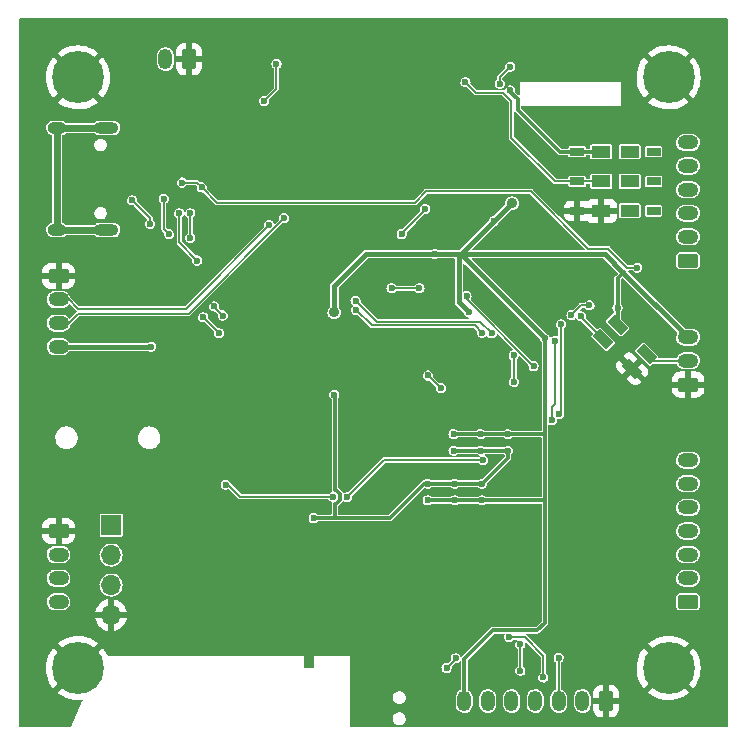
<source format=gbl>
G04 #@! TF.GenerationSoftware,KiCad,Pcbnew,(6.0.5)*
G04 #@! TF.CreationDate,2022-08-26T20:13:17-07:00*
G04 #@! TF.ProjectId,main,6d61696e-2e6b-4696-9361-645f70636258,1*
G04 #@! TF.SameCoordinates,Original*
G04 #@! TF.FileFunction,Copper,L2,Bot*
G04 #@! TF.FilePolarity,Positive*
%FSLAX46Y46*%
G04 Gerber Fmt 4.6, Leading zero omitted, Abs format (unit mm)*
G04 Created by KiCad (PCBNEW (6.0.5)) date 2022-08-26 20:13:17*
%MOMM*%
%LPD*%
G01*
G04 APERTURE LIST*
G04 Aperture macros list*
%AMRoundRect*
0 Rectangle with rounded corners*
0 $1 Rounding radius*
0 $2 $3 $4 $5 $6 $7 $8 $9 X,Y pos of 4 corners*
0 Add a 4 corners polygon primitive as box body*
4,1,4,$2,$3,$4,$5,$6,$7,$8,$9,$2,$3,0*
0 Add four circle primitives for the rounded corners*
1,1,$1+$1,$2,$3*
1,1,$1+$1,$4,$5*
1,1,$1+$1,$6,$7*
1,1,$1+$1,$8,$9*
0 Add four rect primitives between the rounded corners*
20,1,$1+$1,$2,$3,$4,$5,0*
20,1,$1+$1,$4,$5,$6,$7,0*
20,1,$1+$1,$6,$7,$8,$9,0*
20,1,$1+$1,$8,$9,$2,$3,0*%
%AMRotRect*
0 Rectangle, with rotation*
0 The origin of the aperture is its center*
0 $1 length*
0 $2 width*
0 $3 Rotation angle, in degrees counterclockwise*
0 Add horizontal line*
21,1,$1,$2,0,0,$3*%
G04 Aperture macros list end*
G04 #@! TA.AperFunction,ComponentPad*
%ADD10RoundRect,0.250000X0.625000X-0.350000X0.625000X0.350000X-0.625000X0.350000X-0.625000X-0.350000X0*%
G04 #@! TD*
G04 #@! TA.AperFunction,ComponentPad*
%ADD11O,1.750000X1.200000*%
G04 #@! TD*
G04 #@! TA.AperFunction,ComponentPad*
%ADD12RoundRect,0.250000X0.350000X0.625000X-0.350000X0.625000X-0.350000X-0.625000X0.350000X-0.625000X0*%
G04 #@! TD*
G04 #@! TA.AperFunction,ComponentPad*
%ADD13O,1.200000X1.750000*%
G04 #@! TD*
G04 #@! TA.AperFunction,ComponentPad*
%ADD14C,0.700000*%
G04 #@! TD*
G04 #@! TA.AperFunction,ComponentPad*
%ADD15C,4.400000*%
G04 #@! TD*
G04 #@! TA.AperFunction,ComponentPad*
%ADD16RoundRect,0.250000X-0.625000X0.350000X-0.625000X-0.350000X0.625000X-0.350000X0.625000X0.350000X0*%
G04 #@! TD*
G04 #@! TA.AperFunction,ComponentPad*
%ADD17R,0.900000X0.500000*%
G04 #@! TD*
G04 #@! TA.AperFunction,ComponentPad*
%ADD18O,1.600000X1.000000*%
G04 #@! TD*
G04 #@! TA.AperFunction,ComponentPad*
%ADD19O,2.100000X1.000000*%
G04 #@! TD*
G04 #@! TA.AperFunction,ComponentPad*
%ADD20R,1.700000X1.700000*%
G04 #@! TD*
G04 #@! TA.AperFunction,ComponentPad*
%ADD21O,1.700000X1.700000*%
G04 #@! TD*
G04 #@! TA.AperFunction,SMDPad,CuDef*
%ADD22R,1.600000X1.000000*%
G04 #@! TD*
G04 #@! TA.AperFunction,SMDPad,CuDef*
%ADD23R,1.200000X0.700000*%
G04 #@! TD*
G04 #@! TA.AperFunction,SMDPad,CuDef*
%ADD24RotRect,1.600000X0.850000X135.000000*%
G04 #@! TD*
G04 #@! TA.AperFunction,ViaPad*
%ADD25C,0.600000*%
G04 #@! TD*
G04 #@! TA.AperFunction,ViaPad*
%ADD26C,0.500000*%
G04 #@! TD*
G04 #@! TA.AperFunction,ViaPad*
%ADD27C,0.900000*%
G04 #@! TD*
G04 #@! TA.AperFunction,Conductor*
%ADD28C,0.200000*%
G04 #@! TD*
G04 #@! TA.AperFunction,Conductor*
%ADD29C,0.304800*%
G04 #@! TD*
G04 #@! TA.AperFunction,Conductor*
%ADD30C,0.457200*%
G04 #@! TD*
G04 #@! TA.AperFunction,Conductor*
%ADD31C,0.152400*%
G04 #@! TD*
G04 #@! TA.AperFunction,Conductor*
%ADD32C,0.609600*%
G04 #@! TD*
G04 APERTURE END LIST*
D10*
X106650000Y-81000000D03*
D11*
X106650000Y-79000000D03*
X106650000Y-77000000D03*
D12*
X99700000Y-107800000D03*
D13*
X97700000Y-107800000D03*
X95700000Y-107800000D03*
X93700000Y-107800000D03*
X91700000Y-107800000D03*
X89700000Y-107800000D03*
X87700000Y-107800000D03*
D14*
X106166726Y-53833274D03*
X105000000Y-56650000D03*
X106166726Y-56166726D03*
X105000000Y-53350000D03*
X106650000Y-55000000D03*
X103833274Y-53833274D03*
X103350000Y-55000000D03*
X103833274Y-56166726D03*
D15*
X105000000Y-55000000D03*
D14*
X106166726Y-106166726D03*
X106166726Y-103833274D03*
X105000000Y-103350000D03*
X103833274Y-103833274D03*
X103350000Y-105000000D03*
D15*
X105000000Y-105000000D03*
D14*
X103833274Y-106166726D03*
X105000000Y-106650000D03*
X106650000Y-105000000D03*
D16*
X53350000Y-93400000D03*
D11*
X53350000Y-95400000D03*
X53350000Y-97400000D03*
X53350000Y-99400000D03*
D14*
X53833274Y-56166726D03*
X55000000Y-56650000D03*
X56650000Y-55000000D03*
X53833274Y-53833274D03*
D15*
X55000000Y-55000000D03*
D14*
X56166726Y-53833274D03*
X55000000Y-53350000D03*
X53350000Y-55000000D03*
X56166726Y-56166726D03*
D17*
X74570000Y-104400000D03*
D14*
X56166726Y-106166726D03*
X55000000Y-103350000D03*
X56650000Y-105000000D03*
X56166726Y-103833274D03*
D15*
X55000000Y-105000000D03*
D14*
X55000000Y-106650000D03*
X53833274Y-106166726D03*
X53833274Y-103833274D03*
X53350000Y-105000000D03*
D18*
X53225000Y-67920000D03*
X53225000Y-59280000D03*
D19*
X57405000Y-67920000D03*
X57405000Y-59280000D03*
D12*
X64400000Y-53450000D03*
D13*
X62400000Y-53450000D03*
D20*
X57800000Y-92900000D03*
D21*
X57800000Y-95440000D03*
X57800000Y-97980000D03*
X57800000Y-100520000D03*
D10*
X106650000Y-99400000D03*
D11*
X106650000Y-97400000D03*
X106650000Y-95400000D03*
X106650000Y-93400000D03*
X106650000Y-91400000D03*
X106650000Y-89400000D03*
X106650000Y-87400000D03*
D16*
X53350000Y-71800000D03*
D11*
X53350000Y-73800000D03*
X53350000Y-75800000D03*
X53350000Y-77800000D03*
D10*
X106650000Y-70500000D03*
D11*
X106650000Y-68500000D03*
X106650000Y-66500000D03*
X106650000Y-64500000D03*
X106650000Y-62500000D03*
X106650000Y-60500000D03*
D22*
X99300000Y-61300000D03*
D23*
X97250000Y-61300000D03*
X97250000Y-63800000D03*
D22*
X99300000Y-63800000D03*
X99300000Y-66300000D03*
D23*
X97250000Y-66300000D03*
D22*
X101700000Y-61300000D03*
D23*
X103750000Y-61300000D03*
D22*
X101700000Y-63800000D03*
D23*
X103750000Y-63800000D03*
D22*
X101700000Y-66300000D03*
D23*
X103750000Y-66300000D03*
D24*
X103156156Y-78418715D03*
X101918719Y-79656152D03*
X99443846Y-77181279D03*
X100681283Y-75943842D03*
D25*
X89700000Y-98900000D03*
X89700000Y-96500000D03*
X89700000Y-94400000D03*
X87300000Y-98900000D03*
X87300000Y-96500000D03*
X87300000Y-94400000D03*
X83000000Y-89600000D03*
X81100000Y-89600000D03*
X83500000Y-86400000D03*
X81100000Y-86400000D03*
X92800000Y-87100000D03*
X92800000Y-89300000D03*
X88800000Y-90100000D03*
X86500000Y-90100000D03*
X85000000Y-92200000D03*
X87300000Y-92200000D03*
X89700000Y-92200000D03*
X87292965Y-83595162D03*
X86300000Y-83600000D03*
X89100000Y-84300000D03*
X87100000Y-85900000D03*
X89400000Y-85900000D03*
X90200000Y-87300000D03*
X89100000Y-88600000D03*
X85726500Y-81300000D03*
X84640919Y-80232581D03*
X91400000Y-85200000D03*
X89100000Y-85200000D03*
X86800000Y-85200000D03*
X89200000Y-90800000D03*
X86900000Y-90800000D03*
X84600000Y-90800000D03*
X89200000Y-89400000D03*
X86900000Y-89400000D03*
X84600000Y-89400000D03*
X91400000Y-86600000D03*
X89100000Y-86600000D03*
X86800000Y-86600000D03*
X89300000Y-87400000D03*
X77900000Y-64100000D03*
X95000000Y-72000000D03*
X101200000Y-98725000D03*
X73500000Y-86000000D03*
X67250000Y-52050000D03*
X67000000Y-103000000D03*
X95600000Y-65500000D03*
X68500000Y-61600000D03*
X67000000Y-69600000D03*
X65000000Y-97000000D03*
X80500000Y-75000000D03*
X71500000Y-100500000D03*
X69000000Y-95000000D03*
X80000000Y-106000000D03*
X84100000Y-71700000D03*
X97000000Y-77500000D03*
X76500000Y-71500000D03*
X70000000Y-86000000D03*
X70000000Y-77500000D03*
X55100000Y-61200000D03*
X59500000Y-90500000D03*
X75000000Y-95000000D03*
X66500000Y-94500000D03*
X90600000Y-79600000D03*
X68500000Y-91000000D03*
X86800000Y-78700000D03*
X101200000Y-103000000D03*
X90450000Y-59100000D03*
X71000000Y-88500000D03*
X67000000Y-91000000D03*
X61000000Y-103000000D03*
X60000000Y-102000000D03*
X79000000Y-100000000D03*
X69500000Y-93500000D03*
X69000000Y-99000000D03*
X61000000Y-99000000D03*
X72500000Y-87000000D03*
X70000000Y-100000000D03*
X94000000Y-73000000D03*
X80400000Y-90500000D03*
X68000000Y-97000000D03*
X75000000Y-101000000D03*
X102800000Y-62500000D03*
X71625024Y-58950834D03*
X65000000Y-82000000D03*
X77000000Y-103000000D03*
X58700000Y-54400000D03*
X58700000Y-57000000D03*
X57000000Y-82200000D03*
X80500000Y-77000000D03*
X68441533Y-69395814D03*
X56700000Y-75800000D03*
X79000000Y-98000000D03*
X88900000Y-58300000D03*
X75000000Y-99000000D03*
X88100000Y-72300000D03*
X69000000Y-98000000D03*
X75000000Y-96000000D03*
X100100000Y-82600000D03*
X101500000Y-77800000D03*
X82000000Y-95000000D03*
X76100000Y-60600000D03*
X94000000Y-71000000D03*
X74700000Y-58500000D03*
X76000000Y-97000000D03*
X60000000Y-82200000D03*
X65600000Y-57000000D03*
X75000000Y-102000000D03*
X67000000Y-96000000D03*
X69800000Y-73800000D03*
X58000000Y-103000000D03*
X90600000Y-80500000D03*
X93000000Y-74000000D03*
X65000000Y-102000000D03*
X64400000Y-70900000D03*
X59700000Y-75800000D03*
X63000000Y-97000000D03*
X71000000Y-89500000D03*
X90450000Y-58300000D03*
X59500000Y-87000000D03*
X77200000Y-68100000D03*
X65600000Y-59400000D03*
X79000000Y-102000000D03*
X59000000Y-102000000D03*
X67000000Y-93000000D03*
X94400000Y-64000000D03*
X69000000Y-101000000D03*
X69000000Y-100000000D03*
X74100000Y-68100000D03*
X60000000Y-103000000D03*
X76000000Y-96000000D03*
X101200000Y-85900000D03*
X82500000Y-66300000D03*
X93000000Y-65400000D03*
X101200000Y-94450000D03*
X88900000Y-57500000D03*
X76000000Y-101000000D03*
X92000000Y-72000000D03*
X74000000Y-102000000D03*
X81000000Y-93000000D03*
X71000000Y-98000000D03*
X55400000Y-75800000D03*
X70500000Y-71700000D03*
X69000000Y-103000000D03*
X76000000Y-103000000D03*
X72500000Y-86000000D03*
X67000000Y-80000000D03*
X88900000Y-59100000D03*
X76000000Y-102000000D03*
X93000000Y-72000000D03*
X75000000Y-100000000D03*
X59000000Y-103000000D03*
X71000000Y-97000000D03*
X86400000Y-66800000D03*
X68000000Y-77500000D03*
X71000000Y-86000000D03*
X85800000Y-77700000D03*
X69000000Y-96000000D03*
X80000000Y-102000000D03*
X77000000Y-102000000D03*
X72500000Y-89500000D03*
X68000000Y-103000000D03*
X68000000Y-95000000D03*
X73500000Y-97500000D03*
X58000000Y-88500000D03*
X61500000Y-79200000D03*
X53800000Y-79400000D03*
X102300000Y-73800000D03*
X61300000Y-75800000D03*
X66300000Y-71100000D03*
X82000000Y-101000000D03*
X79000000Y-109000000D03*
X61000000Y-102000000D03*
X78900000Y-66300000D03*
X71500000Y-94500000D03*
X71500000Y-97500000D03*
X62500000Y-84500000D03*
X70000000Y-103000000D03*
X56700000Y-73800000D03*
X80000000Y-104000000D03*
X92800000Y-63300000D03*
X93000000Y-71000000D03*
X71500000Y-102500000D03*
X90500000Y-57500000D03*
X64000000Y-102000000D03*
X73500000Y-98500000D03*
X70000000Y-97000000D03*
X76000000Y-100000000D03*
X62000000Y-95500000D03*
X79000000Y-103000000D03*
X101900000Y-59800000D03*
X78000000Y-103000000D03*
X74100000Y-66300000D03*
X71000000Y-100000000D03*
X62300000Y-77800000D03*
X61500000Y-88500000D03*
X64000000Y-86000000D03*
X62000000Y-97000000D03*
X79000000Y-105000000D03*
X58100000Y-75800000D03*
X73500000Y-101500000D03*
X74000000Y-99000000D03*
X71000000Y-87000000D03*
X102800000Y-65100000D03*
X77000000Y-97000000D03*
X70000000Y-101000000D03*
X70000000Y-102000000D03*
X96400000Y-100233334D03*
X63000000Y-75800000D03*
X71500000Y-95500000D03*
X89700000Y-57500000D03*
X62000000Y-103000000D03*
X71500000Y-101500000D03*
X93000000Y-73000000D03*
X58100000Y-73800000D03*
X66000000Y-102000000D03*
X92500000Y-77000000D03*
X68000000Y-96000000D03*
X80200000Y-64100000D03*
X101200000Y-90175000D03*
X80600000Y-66300000D03*
X51600000Y-63600000D03*
X95000000Y-73000000D03*
X69000000Y-102000000D03*
X72600000Y-68100000D03*
X64700000Y-75800000D03*
X60000000Y-97000000D03*
X67000000Y-97000000D03*
X51600000Y-61200000D03*
X72800000Y-91800000D03*
X63000000Y-102000000D03*
X92000000Y-71000000D03*
X53800000Y-82200000D03*
X67100000Y-73500000D03*
X78500000Y-72500000D03*
X70000000Y-89500000D03*
X79900000Y-73000000D03*
X55900000Y-66800000D03*
X74700000Y-57800000D03*
X75600000Y-68100000D03*
X68500000Y-52050000D03*
X79000000Y-108000000D03*
X89700000Y-59100000D03*
X79000000Y-107000000D03*
X71000000Y-103000000D03*
X83500000Y-82000000D03*
X79000000Y-104000000D03*
X96400000Y-96066666D03*
X69000000Y-81000000D03*
X94000000Y-72000000D03*
X72500000Y-80500000D03*
X70000000Y-99000000D03*
X73500000Y-88500000D03*
X69000000Y-94000000D03*
X75000000Y-98000000D03*
X66000000Y-97000000D03*
X69400000Y-71700000D03*
X72500000Y-88500000D03*
X71000000Y-101000000D03*
X71000000Y-102000000D03*
X76000000Y-99000000D03*
X86300000Y-71700000D03*
X96400000Y-91900000D03*
X55100000Y-63600000D03*
X70000000Y-88500000D03*
X70900000Y-73800000D03*
X81000000Y-79500000D03*
X68500000Y-84500000D03*
X66000000Y-103000000D03*
X68600000Y-75000000D03*
X70300000Y-70200000D03*
X75000000Y-85000000D03*
X96400000Y-87733334D03*
X98300000Y-80900000D03*
X67000000Y-99000000D03*
X57000000Y-85000000D03*
X61000000Y-57000000D03*
X70000000Y-98000000D03*
X71500000Y-96500000D03*
X82000000Y-98000000D03*
X80000000Y-105000000D03*
X74000000Y-101000000D03*
X78900000Y-68100000D03*
X74000000Y-58500000D03*
X68000000Y-102000000D03*
X70000000Y-87000000D03*
X75600000Y-66300000D03*
X55400000Y-73800000D03*
X73500000Y-102500000D03*
X81400000Y-91400000D03*
X64000000Y-103000000D03*
X80600000Y-68100000D03*
X62000000Y-102000000D03*
X73500000Y-89500000D03*
X92000000Y-73000000D03*
X65000000Y-103000000D03*
X75000000Y-103000000D03*
X82000000Y-104000000D03*
X64000000Y-97000000D03*
X79000000Y-106000000D03*
X60500000Y-89500000D03*
X80000000Y-103000000D03*
X63000000Y-103000000D03*
X74000000Y-98000000D03*
X61000000Y-97000000D03*
X79000000Y-95000000D03*
X84400000Y-74200000D03*
X97975000Y-70926500D03*
X71700000Y-61300000D03*
X78500000Y-76000000D03*
D26*
X64315000Y-65265000D03*
D25*
X89700000Y-58300000D03*
X80000000Y-94000000D03*
X69000000Y-97000000D03*
X77200000Y-66300000D03*
X84500000Y-75000000D03*
X78000000Y-96000000D03*
X73500000Y-87000000D03*
X64000000Y-99000000D03*
X91000000Y-72000000D03*
X93000000Y-77500000D03*
X76000000Y-98000000D03*
X71500000Y-77500000D03*
X69500000Y-94500000D03*
X67000000Y-102000000D03*
X61000000Y-54400000D03*
X61000000Y-95500000D03*
X74000000Y-57800000D03*
X61000000Y-59400000D03*
X75000000Y-97000000D03*
X69000000Y-80000000D03*
X78000000Y-102000000D03*
X74000000Y-97000000D03*
X61200000Y-77800000D03*
X62261000Y-65266300D03*
X62700000Y-68253020D03*
X70750000Y-57000000D03*
X71800000Y-53850000D03*
X91600000Y-56100000D03*
D27*
X76700000Y-74900000D03*
D25*
X100681282Y-74481282D03*
X101175000Y-71525000D03*
X94550000Y-77100000D03*
X65600000Y-75300000D03*
X90205416Y-67150000D03*
D27*
X91750000Y-65650000D03*
D25*
X85200000Y-69950000D03*
X66950000Y-76650000D03*
X88100000Y-74900000D03*
X76700000Y-81850000D03*
X74950000Y-92300000D03*
X87900000Y-73500000D03*
X93572053Y-79425057D03*
X78500000Y-73900000D03*
X90022561Y-76667146D03*
X67256850Y-75156850D03*
X66534558Y-74389974D03*
X78538680Y-74683264D03*
X89212673Y-76612673D03*
X61100000Y-67400000D03*
X59600000Y-65400000D03*
X95373500Y-77276686D03*
X95128900Y-84026500D03*
X95690938Y-104140938D03*
X94400000Y-105800000D03*
X91500000Y-102378900D03*
X92450000Y-105226500D03*
X92450000Y-103000000D03*
X95698283Y-83501717D03*
X95900000Y-75900000D03*
X82400000Y-68253020D03*
X84400000Y-66150000D03*
X72450000Y-66900500D03*
X71175008Y-67475008D03*
X86972292Y-104173500D03*
X81546980Y-72850000D03*
X86202708Y-104997292D03*
X83906060Y-72850000D03*
X91879540Y-78527708D03*
X91900000Y-80773500D03*
X77758388Y-90551500D03*
X76600577Y-90501385D03*
X67500000Y-89473500D03*
X65469745Y-64309445D03*
X98300000Y-74300000D03*
X63818400Y-63897500D03*
X102350000Y-71100000D03*
X96777708Y-75122292D03*
X90700000Y-55531300D03*
X91603556Y-54080088D03*
X87800000Y-55400000D03*
X63573497Y-66500000D03*
X65100000Y-70500000D03*
X64500000Y-68600000D03*
X64500000Y-66500000D03*
X97582302Y-75217698D03*
D28*
X95128900Y-84026500D02*
X95100000Y-83997600D01*
X95400000Y-82610820D02*
X95400000Y-77303186D01*
X95100000Y-82910820D02*
X95400000Y-82610820D01*
X95100000Y-83997600D02*
X95100000Y-82910820D01*
X95400000Y-77303186D02*
X95373500Y-77276686D01*
X95900000Y-83300000D02*
X95900000Y-75900000D01*
X95698283Y-83501717D02*
X95900000Y-83300000D01*
X84640919Y-80232581D02*
X84659081Y-80232581D01*
X84659081Y-80232581D02*
X85726500Y-81300000D01*
D29*
X89200000Y-90800000D02*
X94500000Y-90800000D01*
X94550000Y-101150000D02*
X94550000Y-90750000D01*
X94550000Y-90750000D02*
X94550000Y-85150000D01*
X94500000Y-90800000D02*
X94550000Y-90750000D01*
X86900000Y-90800000D02*
X89200000Y-90800000D01*
X84600000Y-90800000D02*
X86900000Y-90800000D01*
X94500000Y-85200000D02*
X94550000Y-85150000D01*
X91400000Y-85200000D02*
X94500000Y-85200000D01*
X94550000Y-85150000D02*
X94550000Y-77100000D01*
X89100000Y-85200000D02*
X91400000Y-85200000D01*
X86800000Y-85200000D02*
X89100000Y-85200000D01*
X86800000Y-86600000D02*
X89100000Y-86600000D01*
X89100000Y-86600000D02*
X91400000Y-86600000D01*
X91400000Y-87200000D02*
X91400000Y-86600000D01*
X89200000Y-89400000D02*
X91400000Y-87200000D01*
X86900000Y-89400000D02*
X89200000Y-89400000D01*
X84600000Y-89400000D02*
X86900000Y-89400000D01*
X84300000Y-89400000D02*
X84600000Y-89400000D01*
X81400000Y-92300000D02*
X84300000Y-89400000D01*
D28*
X78436399Y-89863601D02*
X80900000Y-87400000D01*
X80900000Y-87400000D02*
X89300000Y-87400000D01*
X78436399Y-89873489D02*
X78436399Y-89863601D01*
D30*
X61200000Y-77800000D02*
X53350000Y-77800000D01*
D28*
X62261000Y-67814020D02*
X62261000Y-65266300D01*
X62700000Y-68253020D02*
X62261000Y-67814020D01*
D31*
X71800000Y-53850000D02*
X71800000Y-55950000D01*
X71800000Y-55950000D02*
X70750000Y-57000000D01*
D29*
X97250000Y-61300000D02*
X95800000Y-61300000D01*
X92247580Y-56847580D02*
X91600000Y-56200000D01*
X92247580Y-57747580D02*
X92247580Y-56847580D01*
X95800000Y-61300000D02*
X92247580Y-57747580D01*
X97250000Y-61300000D02*
X99300000Y-61300000D01*
X91600000Y-56200000D02*
X91600000Y-56100000D01*
X87700000Y-104250000D02*
X90150000Y-101800000D01*
X100681282Y-72018718D02*
X100681282Y-74481282D01*
D30*
X94550000Y-77094584D02*
X94550000Y-77100000D01*
X87405416Y-69950000D02*
X94550000Y-77094584D01*
D29*
X93900000Y-101800000D02*
X94550000Y-101150000D01*
D28*
X65600000Y-75300000D02*
X66950000Y-76650000D01*
D29*
X87700000Y-107800000D02*
X87700000Y-104250000D01*
X90150000Y-101800000D02*
X93900000Y-101800000D01*
X100681282Y-74481282D02*
X100681282Y-75943845D01*
D30*
X88100000Y-74900000D02*
X87244889Y-74044889D01*
X87405416Y-69950000D02*
X99600000Y-69950000D01*
X91750000Y-65650000D02*
X91705416Y-65650000D01*
X99600000Y-69950000D02*
X101175000Y-71525000D01*
X101175000Y-71525000D02*
X106650000Y-77000000D01*
D29*
X101175000Y-71525000D02*
X100681282Y-72018718D01*
D30*
X79400000Y-69950000D02*
X85200000Y-69950000D01*
X76700000Y-72650000D02*
X79400000Y-69950000D01*
X76700000Y-74900000D02*
X76700000Y-72650000D01*
X91705416Y-65650000D02*
X87405416Y-69950000D01*
X87244889Y-70110527D02*
X87405416Y-69950000D01*
X87244889Y-74044889D02*
X87244889Y-70110527D01*
X85200000Y-69950000D02*
X87405416Y-69950000D01*
D29*
X76840371Y-89922474D02*
X77179488Y-90261591D01*
X76750000Y-89922474D02*
X76840371Y-89922474D01*
X76750000Y-92300000D02*
X74950000Y-92300000D01*
X77179488Y-90261591D02*
X77179488Y-90741179D01*
X77179488Y-90741179D02*
X76840371Y-91080296D01*
X76750000Y-91080296D02*
X76750000Y-92300000D01*
X76700000Y-81850000D02*
X76750000Y-81900000D01*
X76750000Y-81900000D02*
X76750000Y-89922474D01*
X81400000Y-92300000D02*
X76750000Y-92300000D01*
X76840371Y-91080296D02*
X76750000Y-91080296D01*
D28*
X93525057Y-79425057D02*
X87900000Y-73800000D01*
X87900000Y-73800000D02*
X87900000Y-73500000D01*
X93572053Y-79425057D02*
X93525057Y-79425057D01*
X103156155Y-78418718D02*
X103737437Y-79000000D01*
X103737437Y-79000000D02*
X106650000Y-79000000D01*
X78500000Y-73900000D02*
X80273480Y-75673480D01*
X89028895Y-75673480D02*
X90022561Y-76667146D01*
X80273480Y-75673480D02*
X89028895Y-75673480D01*
X78538680Y-74683264D02*
X79855416Y-76000000D01*
X66534558Y-74389974D02*
X66534558Y-74434558D01*
X88600000Y-76000000D02*
X89212673Y-76612673D01*
X66534558Y-74434558D02*
X67256850Y-75156850D01*
X79855416Y-76000000D02*
X88600000Y-76000000D01*
X61100000Y-66900000D02*
X61100000Y-67400000D01*
X59600000Y-65400000D02*
X61100000Y-66900000D01*
D32*
X53225000Y-59280000D02*
X53225000Y-67920000D01*
X53225000Y-67920000D02*
X57405000Y-67920000D01*
X57405000Y-59280000D02*
X53225000Y-59280000D01*
D28*
X95700000Y-104150000D02*
X95700000Y-107800000D01*
X95690938Y-104140938D02*
X95700000Y-104150000D01*
X94400000Y-103950000D02*
X94400000Y-105800000D01*
X91500000Y-102378900D02*
X92828900Y-102378900D01*
X92828900Y-102378900D02*
X94400000Y-103950000D01*
X92450000Y-105226500D02*
X92450000Y-103000000D01*
X84400000Y-66200000D02*
X82400000Y-68200000D01*
X84400000Y-66150000D02*
X84400000Y-66200000D01*
X82400000Y-68200000D02*
X82400000Y-68253020D01*
D31*
X64357742Y-75003200D02*
X72450000Y-66910942D01*
X54225000Y-75800000D02*
X55021800Y-75003200D01*
X55021800Y-75003200D02*
X64357742Y-75003200D01*
X72450000Y-66900500D02*
X72450000Y-66910942D01*
X53350000Y-75800000D02*
X54225000Y-75800000D01*
X55021800Y-74596800D02*
X54225000Y-73800000D01*
X71175008Y-67524992D02*
X64103200Y-74596800D01*
X64103200Y-74596800D02*
X55021800Y-74596800D01*
X71175008Y-67475008D02*
X71175008Y-67524992D01*
X54225000Y-73800000D02*
X53350000Y-73800000D01*
D28*
X86972292Y-104227708D02*
X86202708Y-104997292D01*
X86972292Y-104173500D02*
X86972292Y-104227708D01*
X83906060Y-72850000D02*
X81546980Y-72850000D01*
X91900000Y-78548168D02*
X91879540Y-78527708D01*
X91900000Y-80773500D02*
X91900000Y-78548168D01*
X77758388Y-90551500D02*
X78436399Y-89873489D01*
X67500000Y-89473500D02*
X67718100Y-89473500D01*
X76500000Y-90500000D02*
X76599192Y-90500000D01*
X67718100Y-89473500D02*
X68744600Y-90500000D01*
X68744600Y-90500000D02*
X76500000Y-90500000D01*
X76599192Y-90500000D02*
X76600577Y-90501385D01*
X98194880Y-69494880D02*
X93350000Y-64650000D01*
D31*
X65057800Y-63897500D02*
X63818400Y-63897500D01*
D28*
X102350000Y-71100000D02*
X101494600Y-71100000D01*
X83500000Y-65600000D02*
X66760300Y-65600000D01*
X96777708Y-75122292D02*
X97600000Y-74300000D01*
X93350000Y-64650000D02*
X84450000Y-64650000D01*
X84450000Y-64650000D02*
X83500000Y-65600000D01*
X66760300Y-65600000D02*
X65469745Y-64309445D01*
X99889480Y-69494880D02*
X98194880Y-69494880D01*
X101494600Y-71100000D02*
X99889480Y-69494880D01*
D31*
X65469745Y-64309445D02*
X65057800Y-63897500D01*
D28*
X97600000Y-74300000D02*
X98300000Y-74300000D01*
D31*
X90700000Y-54983644D02*
X91603556Y-54080088D01*
X90700000Y-55531300D02*
X90700000Y-54983644D01*
D28*
X95400000Y-63800000D02*
X91700000Y-60100000D01*
X88700000Y-56300000D02*
X87800000Y-55400000D01*
X91700000Y-57000000D02*
X91000000Y-56300000D01*
X91000000Y-56300000D02*
X88700000Y-56300000D01*
X97250000Y-63800000D02*
X95400000Y-63800000D01*
X91700000Y-60100000D02*
X91700000Y-57000000D01*
X97250000Y-63800000D02*
X99300000Y-63800000D01*
X63573497Y-68973497D02*
X65100000Y-70500000D01*
X63573497Y-66500000D02*
X63573497Y-68973497D01*
X64500000Y-66500000D02*
X64500000Y-68600000D01*
X97582302Y-75217698D02*
X97582302Y-75319739D01*
X97582302Y-75319739D02*
X99443845Y-77181282D01*
G04 #@! TA.AperFunction,Conductor*
G36*
X109980694Y-50019306D02*
G01*
X109999000Y-50063500D01*
X109999000Y-109936500D01*
X109980694Y-109980694D01*
X109936500Y-109999000D01*
X78062500Y-109999000D01*
X78018306Y-109980694D01*
X78000000Y-109936500D01*
X78000000Y-109334891D01*
X81645420Y-109334891D01*
X81675233Y-109482743D01*
X81743707Y-109617132D01*
X81845799Y-109728156D01*
X81849420Y-109730401D01*
X81849421Y-109730402D01*
X81970361Y-109805388D01*
X81970364Y-109805389D01*
X81973986Y-109807635D01*
X82118825Y-109849715D01*
X82122091Y-109849955D01*
X82122092Y-109849955D01*
X82128367Y-109850416D01*
X82128375Y-109850416D01*
X82129515Y-109850500D01*
X82237785Y-109850500D01*
X82349432Y-109835206D01*
X82418644Y-109805255D01*
X82483946Y-109776997D01*
X82483948Y-109776996D01*
X82487855Y-109775305D01*
X82543306Y-109730402D01*
X82601763Y-109683064D01*
X82605070Y-109680386D01*
X82692442Y-109557442D01*
X82743533Y-109415532D01*
X82745350Y-109390793D01*
X82754268Y-109269361D01*
X82754268Y-109269359D01*
X82754580Y-109265109D01*
X82724767Y-109117257D01*
X82656293Y-108982868D01*
X82595665Y-108916936D01*
X82557085Y-108874980D01*
X82557084Y-108874979D01*
X82554201Y-108871844D01*
X82482480Y-108827375D01*
X82429639Y-108794612D01*
X82429636Y-108794611D01*
X82426014Y-108792365D01*
X82281175Y-108750285D01*
X82277909Y-108750045D01*
X82277908Y-108750045D01*
X82271633Y-108749584D01*
X82271625Y-108749584D01*
X82270485Y-108749500D01*
X82162215Y-108749500D01*
X82050568Y-108764794D01*
X82019434Y-108778267D01*
X81916054Y-108823003D01*
X81916052Y-108823004D01*
X81912145Y-108824695D01*
X81908837Y-108827374D01*
X81908835Y-108827375D01*
X81853921Y-108871844D01*
X81794930Y-108919614D01*
X81707558Y-109042558D01*
X81706115Y-109046567D01*
X81658307Y-109179358D01*
X81656467Y-109184468D01*
X81656155Y-109188717D01*
X81650852Y-109260931D01*
X81645420Y-109334891D01*
X78000000Y-109334891D01*
X78000000Y-107534891D01*
X81645420Y-107534891D01*
X81675233Y-107682743D01*
X81743707Y-107817132D01*
X81845799Y-107928156D01*
X81849420Y-107930401D01*
X81849421Y-107930402D01*
X81970361Y-108005388D01*
X81970364Y-108005389D01*
X81973986Y-108007635D01*
X82118825Y-108049715D01*
X82122091Y-108049955D01*
X82122092Y-108049955D01*
X82128367Y-108050416D01*
X82128375Y-108050416D01*
X82129515Y-108050500D01*
X82237785Y-108050500D01*
X82349432Y-108035206D01*
X82418644Y-108005255D01*
X82483946Y-107976997D01*
X82483948Y-107976996D01*
X82487855Y-107975305D01*
X82543306Y-107930402D01*
X82601763Y-107883064D01*
X82605070Y-107880386D01*
X82692442Y-107757442D01*
X82740298Y-107624517D01*
X82742090Y-107619541D01*
X82742090Y-107619539D01*
X82743533Y-107615532D01*
X82748907Y-107542359D01*
X82754268Y-107469361D01*
X82754268Y-107469359D01*
X82754580Y-107465109D01*
X82724767Y-107317257D01*
X82656293Y-107182868D01*
X82595665Y-107116936D01*
X82557085Y-107074980D01*
X82557084Y-107074979D01*
X82554201Y-107071844D01*
X82550579Y-107069598D01*
X82429639Y-106994612D01*
X82429636Y-106994611D01*
X82426014Y-106992365D01*
X82281175Y-106950285D01*
X82277909Y-106950045D01*
X82277908Y-106950045D01*
X82271633Y-106949584D01*
X82271625Y-106949584D01*
X82270485Y-106949500D01*
X82162215Y-106949500D01*
X82050568Y-106964794D01*
X81989605Y-106991175D01*
X81916054Y-107023003D01*
X81916052Y-107023004D01*
X81912145Y-107024695D01*
X81908837Y-107027374D01*
X81908835Y-107027375D01*
X81824751Y-107095465D01*
X81794930Y-107119614D01*
X81707558Y-107242558D01*
X81706115Y-107246567D01*
X81666537Y-107356499D01*
X81656467Y-107384468D01*
X81656155Y-107388717D01*
X81646292Y-107523023D01*
X81645420Y-107534891D01*
X78000000Y-107534891D01*
X78000000Y-104000000D01*
X75020000Y-104000000D01*
X75020000Y-104937500D01*
X75001694Y-104981694D01*
X74957500Y-105000000D01*
X74182500Y-105000000D01*
X74138306Y-104981694D01*
X74120000Y-104937500D01*
X74120000Y-104000000D01*
X57559884Y-104000000D01*
X57515690Y-103981694D01*
X57502854Y-103963070D01*
X57404995Y-103744816D01*
X57403260Y-103741496D01*
X57236781Y-103464976D01*
X57234656Y-103461885D01*
X57094496Y-103282165D01*
X57086218Y-103277472D01*
X57080028Y-103279183D01*
X55000000Y-105359210D01*
X53281796Y-107077415D01*
X53278155Y-107086205D01*
X53280733Y-107092429D01*
X53426969Y-107210217D01*
X53430035Y-107212396D01*
X53703896Y-107383192D01*
X53707199Y-107384985D01*
X53999592Y-107521641D01*
X54003084Y-107523023D01*
X54309774Y-107623561D01*
X54313417Y-107624517D01*
X54629955Y-107687480D01*
X54633694Y-107687992D01*
X54955516Y-107712473D01*
X54959263Y-107712531D01*
X55281697Y-107698172D01*
X55285437Y-107697779D01*
X55312484Y-107693277D01*
X55359084Y-107704078D01*
X55384398Y-107744667D01*
X55380193Y-107779549D01*
X54445234Y-109961120D01*
X54410999Y-109994530D01*
X54387787Y-109999000D01*
X50063500Y-109999000D01*
X50019306Y-109980694D01*
X50001000Y-109936500D01*
X50001000Y-104973474D01*
X52287293Y-104973474D01*
X52303341Y-105295826D01*
X52303753Y-105299562D01*
X52358411Y-105617652D01*
X52359266Y-105621298D01*
X52451745Y-105930529D01*
X52453039Y-105934064D01*
X52581989Y-106229921D01*
X52583699Y-106233278D01*
X52747268Y-106511518D01*
X52749356Y-106514627D01*
X52904912Y-106718453D01*
X52913140Y-106723232D01*
X52919151Y-106721638D01*
X54632000Y-105008790D01*
X54635641Y-105000000D01*
X54632000Y-104991210D01*
X52922423Y-103281634D01*
X52913633Y-103277993D01*
X52907508Y-103280530D01*
X52781574Y-103438568D01*
X52779413Y-103441643D01*
X52610055Y-103716392D01*
X52608280Y-103719701D01*
X52473160Y-104012801D01*
X52471788Y-104016320D01*
X52372861Y-104323520D01*
X52371924Y-104327168D01*
X52310617Y-104644043D01*
X52310127Y-104647764D01*
X52287332Y-104969708D01*
X52287293Y-104973474D01*
X50001000Y-104973474D01*
X50001000Y-102913488D01*
X53277147Y-102913488D01*
X53278799Y-102919588D01*
X54991210Y-104632000D01*
X55000000Y-104635641D01*
X55008790Y-104632000D01*
X56718581Y-102922208D01*
X56722222Y-102913418D01*
X56719725Y-102907390D01*
X56549805Y-102773436D01*
X56546702Y-102771279D01*
X56271076Y-102603367D01*
X56267758Y-102601610D01*
X55973942Y-102468020D01*
X55970446Y-102466677D01*
X55662714Y-102369355D01*
X55659058Y-102368437D01*
X55341878Y-102308791D01*
X55338141Y-102308319D01*
X55016082Y-102287210D01*
X55012332Y-102287190D01*
X54690047Y-102304926D01*
X54686338Y-102305356D01*
X54368527Y-102361681D01*
X54364873Y-102362558D01*
X54056144Y-102456652D01*
X54052619Y-102457962D01*
X53757420Y-102588469D01*
X53754097Y-102590184D01*
X53476712Y-102755211D01*
X53473606Y-102757321D01*
X53281883Y-102905235D01*
X53277147Y-102913488D01*
X50001000Y-102913488D01*
X50001000Y-100782051D01*
X56466924Y-100782051D01*
X56499139Y-100924994D01*
X56500664Y-100929861D01*
X56582747Y-101132008D01*
X56585057Y-101136582D01*
X56699051Y-101322602D01*
X56702072Y-101326731D01*
X56844917Y-101491635D01*
X56848580Y-101495222D01*
X57016437Y-101634580D01*
X57020631Y-101637517D01*
X57208999Y-101747590D01*
X57213615Y-101749802D01*
X57417442Y-101827635D01*
X57422343Y-101829059D01*
X57533817Y-101851738D01*
X57543158Y-101849923D01*
X57546000Y-101845709D01*
X57546000Y-101844201D01*
X58054000Y-101844201D01*
X58057641Y-101852991D01*
X58063495Y-101855416D01*
X58080762Y-101853204D01*
X58085772Y-101852139D01*
X58294749Y-101789443D01*
X58299499Y-101787581D01*
X58495436Y-101691592D01*
X58499824Y-101688976D01*
X58677449Y-101562278D01*
X58681352Y-101558980D01*
X58835897Y-101404973D01*
X58839210Y-101401080D01*
X58966522Y-101223906D01*
X58969161Y-101219515D01*
X59065825Y-101023930D01*
X59067710Y-101019170D01*
X59131136Y-100810413D01*
X59132215Y-100805420D01*
X59134728Y-100786326D01*
X59132266Y-100777135D01*
X59126835Y-100774000D01*
X58066431Y-100774000D01*
X58057641Y-100777641D01*
X58054000Y-100786431D01*
X58054000Y-101844201D01*
X57546000Y-101844201D01*
X57546000Y-100786431D01*
X57542359Y-100777641D01*
X57533569Y-100774000D01*
X56477541Y-100774000D01*
X56468751Y-100777641D01*
X56466924Y-100782051D01*
X50001000Y-100782051D01*
X50001000Y-100256924D01*
X56463628Y-100256924D01*
X56465347Y-100262767D01*
X56471274Y-100266000D01*
X57533569Y-100266000D01*
X57542359Y-100262359D01*
X57546000Y-100253569D01*
X58054000Y-100253569D01*
X58057641Y-100262359D01*
X58066431Y-100266000D01*
X59124028Y-100266000D01*
X59132818Y-100262359D01*
X59134515Y-100258261D01*
X59090580Y-100083350D01*
X59088932Y-100078510D01*
X59001937Y-99878435D01*
X58999514Y-99873917D01*
X58881013Y-99690741D01*
X58877889Y-99686684D01*
X58731057Y-99525318D01*
X58727314Y-99521827D01*
X58556091Y-99386605D01*
X58551834Y-99383777D01*
X58360831Y-99278337D01*
X58356166Y-99276240D01*
X58150503Y-99203411D01*
X58145555Y-99202103D01*
X58066239Y-99187975D01*
X58056947Y-99190018D01*
X58054000Y-99194626D01*
X58054000Y-100253569D01*
X57546000Y-100253569D01*
X57546000Y-99197418D01*
X57542359Y-99188628D01*
X57536922Y-99186376D01*
X57486745Y-99194055D01*
X57481766Y-99195241D01*
X57274394Y-99263020D01*
X57269669Y-99265006D01*
X57076153Y-99365744D01*
X57071819Y-99368474D01*
X56897348Y-99499471D01*
X56893527Y-99502863D01*
X56742793Y-99660598D01*
X56739572Y-99664575D01*
X56616629Y-99844802D01*
X56614096Y-99849261D01*
X56522240Y-100047149D01*
X56520473Y-100051950D01*
X56463628Y-100256924D01*
X50001000Y-100256924D01*
X50001000Y-99439610D01*
X52343619Y-99439610D01*
X52372348Y-99606802D01*
X52438768Y-99762900D01*
X52539318Y-99899532D01*
X52668603Y-100009367D01*
X52742046Y-100046869D01*
X52816453Y-100084864D01*
X52816456Y-100084865D01*
X52819687Y-100086515D01*
X52984468Y-100126837D01*
X52991746Y-100127288D01*
X52994187Y-100127440D01*
X52994191Y-100127440D01*
X52995156Y-100127500D01*
X53667483Y-100127500D01*
X53669273Y-100127291D01*
X53669278Y-100127291D01*
X53717399Y-100121680D01*
X53793501Y-100112808D01*
X53863559Y-100087378D01*
X53949547Y-100056166D01*
X53949550Y-100056165D01*
X53952962Y-100054926D01*
X53964824Y-100047149D01*
X54091797Y-99963902D01*
X54091798Y-99963901D01*
X54094832Y-99961912D01*
X54211498Y-99838757D01*
X54296703Y-99692065D01*
X54345877Y-99529706D01*
X54356381Y-99360390D01*
X54327652Y-99193198D01*
X54261232Y-99037100D01*
X54160682Y-98900468D01*
X54031397Y-98790633D01*
X53942176Y-98745074D01*
X53883547Y-98715136D01*
X53883544Y-98715135D01*
X53880313Y-98713485D01*
X53715532Y-98673163D01*
X53708213Y-98672709D01*
X53705813Y-98672560D01*
X53705809Y-98672560D01*
X53704844Y-98672500D01*
X53032517Y-98672500D01*
X53030727Y-98672709D01*
X53030722Y-98672709D01*
X52982601Y-98678320D01*
X52906499Y-98687192D01*
X52889994Y-98693183D01*
X52750453Y-98743834D01*
X52750450Y-98743835D01*
X52747038Y-98745074D01*
X52744002Y-98747065D01*
X52744001Y-98747065D01*
X52620932Y-98827753D01*
X52605168Y-98838088D01*
X52488502Y-98961243D01*
X52403297Y-99107935D01*
X52354123Y-99270294D01*
X52343619Y-99439610D01*
X50001000Y-99439610D01*
X50001000Y-97439610D01*
X52343619Y-97439610D01*
X52372348Y-97606802D01*
X52438768Y-97762900D01*
X52539318Y-97899532D01*
X52668603Y-98009367D01*
X52742046Y-98046869D01*
X52816453Y-98084864D01*
X52816456Y-98084865D01*
X52819687Y-98086515D01*
X52984468Y-98126837D01*
X52991746Y-98127288D01*
X52994187Y-98127440D01*
X52994191Y-98127440D01*
X52995156Y-98127500D01*
X53667483Y-98127500D01*
X53669273Y-98127291D01*
X53669278Y-98127291D01*
X53717399Y-98121680D01*
X53793501Y-98112808D01*
X53863559Y-98087378D01*
X53949547Y-98056166D01*
X53949550Y-98056165D01*
X53952962Y-98054926D01*
X53955999Y-98052935D01*
X54088161Y-97966286D01*
X56817866Y-97966286D01*
X56821321Y-98007425D01*
X56831404Y-98127500D01*
X56833907Y-98157311D01*
X56886746Y-98341583D01*
X56974370Y-98512082D01*
X57093443Y-98662314D01*
X57095773Y-98664297D01*
X57182870Y-98738422D01*
X57239428Y-98786557D01*
X57242092Y-98788046D01*
X57242095Y-98788048D01*
X57331631Y-98838088D01*
X57406765Y-98880079D01*
X57409669Y-98881023D01*
X57409670Y-98881023D01*
X57586168Y-98938371D01*
X57586173Y-98938372D01*
X57589081Y-98939317D01*
X57779430Y-98962015D01*
X57782472Y-98961781D01*
X57782475Y-98961781D01*
X57967514Y-98947543D01*
X57967519Y-98947542D01*
X57970562Y-98947308D01*
X57999182Y-98939317D01*
X58152260Y-98896577D01*
X58152264Y-98896576D01*
X58155199Y-98895756D01*
X58290897Y-98827210D01*
X58323585Y-98810698D01*
X58326305Y-98809324D01*
X58328703Y-98807451D01*
X58328707Y-98807448D01*
X58448973Y-98713485D01*
X58477365Y-98691303D01*
X58479362Y-98688990D01*
X58600630Y-98548500D01*
X58600634Y-98548495D01*
X58602624Y-98546189D01*
X58623544Y-98509364D01*
X58695801Y-98382170D01*
X58695803Y-98382165D01*
X58697312Y-98379509D01*
X58757821Y-98197612D01*
X58762542Y-98160247D01*
X58781627Y-98009167D01*
X58781627Y-98009166D01*
X58781847Y-98007425D01*
X58782230Y-97980000D01*
X58780886Y-97966286D01*
X58763822Y-97792257D01*
X58763524Y-97789217D01*
X58708117Y-97605701D01*
X58621706Y-97443186D01*
X58619555Y-97439140D01*
X58619553Y-97439137D01*
X58618120Y-97436442D01*
X58496962Y-97287887D01*
X58349256Y-97165694D01*
X58180629Y-97074518D01*
X58130189Y-97058904D01*
X58000420Y-97018734D01*
X58000417Y-97018733D01*
X57997505Y-97017832D01*
X57994472Y-97017513D01*
X57994471Y-97017513D01*
X57946787Y-97012501D01*
X57806857Y-96997794D01*
X57803824Y-96998070D01*
X57803820Y-96998070D01*
X57721118Y-97005597D01*
X57615948Y-97015168D01*
X57432050Y-97069292D01*
X57262167Y-97158105D01*
X57112770Y-97278223D01*
X56989549Y-97425072D01*
X56981557Y-97439610D01*
X56930115Y-97533183D01*
X56897198Y-97593058D01*
X56839234Y-97775783D01*
X56838894Y-97778815D01*
X56818357Y-97961912D01*
X56817866Y-97966286D01*
X54088161Y-97966286D01*
X54091797Y-97963902D01*
X54091798Y-97963901D01*
X54094832Y-97961912D01*
X54211498Y-97838757D01*
X54296703Y-97692065D01*
X54345877Y-97529706D01*
X54356381Y-97360390D01*
X54327652Y-97193198D01*
X54261232Y-97037100D01*
X54160682Y-96900468D01*
X54031397Y-96790633D01*
X53942176Y-96745074D01*
X53883547Y-96715136D01*
X53883544Y-96715135D01*
X53880313Y-96713485D01*
X53715532Y-96673163D01*
X53708213Y-96672709D01*
X53705813Y-96672560D01*
X53705809Y-96672560D01*
X53704844Y-96672500D01*
X53032517Y-96672500D01*
X53030727Y-96672709D01*
X53030722Y-96672709D01*
X52982601Y-96678320D01*
X52906499Y-96687192D01*
X52903083Y-96688432D01*
X52750453Y-96743834D01*
X52750450Y-96743835D01*
X52747038Y-96745074D01*
X52744002Y-96747065D01*
X52744001Y-96747065D01*
X52673968Y-96792981D01*
X52605168Y-96838088D01*
X52488502Y-96961243D01*
X52403297Y-97107935D01*
X52354123Y-97270294D01*
X52343619Y-97439610D01*
X50001000Y-97439610D01*
X50001000Y-95439610D01*
X52343619Y-95439610D01*
X52372348Y-95606802D01*
X52438768Y-95762900D01*
X52539318Y-95899532D01*
X52668603Y-96009367D01*
X52742046Y-96046869D01*
X52816453Y-96084864D01*
X52816456Y-96084865D01*
X52819687Y-96086515D01*
X52984468Y-96126837D01*
X52991746Y-96127288D01*
X52994187Y-96127440D01*
X52994191Y-96127440D01*
X52995156Y-96127500D01*
X53667483Y-96127500D01*
X53669273Y-96127291D01*
X53669278Y-96127291D01*
X53717399Y-96121680D01*
X53793501Y-96112808D01*
X53863559Y-96087378D01*
X53949547Y-96056166D01*
X53949550Y-96056165D01*
X53952962Y-96054926D01*
X53955999Y-96052935D01*
X54091797Y-95963902D01*
X54091798Y-95963901D01*
X54094832Y-95961912D01*
X54211498Y-95838757D01*
X54296703Y-95692065D01*
X54345877Y-95529706D01*
X54352293Y-95426286D01*
X56817866Y-95426286D01*
X56821321Y-95467425D01*
X56833025Y-95606802D01*
X56833907Y-95617311D01*
X56886746Y-95801583D01*
X56974370Y-95972082D01*
X57093443Y-96122314D01*
X57095773Y-96124297D01*
X57098758Y-96126837D01*
X57239428Y-96246557D01*
X57242092Y-96248046D01*
X57242095Y-96248048D01*
X57399003Y-96335741D01*
X57406765Y-96340079D01*
X57409669Y-96341023D01*
X57409670Y-96341023D01*
X57586168Y-96398371D01*
X57586173Y-96398372D01*
X57589081Y-96399317D01*
X57779430Y-96422015D01*
X57782472Y-96421781D01*
X57782475Y-96421781D01*
X57967514Y-96407543D01*
X57967519Y-96407542D01*
X57970562Y-96407308D01*
X57999182Y-96399317D01*
X58152260Y-96356577D01*
X58152264Y-96356576D01*
X58155199Y-96355756D01*
X58326305Y-96269324D01*
X58328703Y-96267451D01*
X58328707Y-96267448D01*
X58407523Y-96205869D01*
X58477365Y-96151303D01*
X58479362Y-96148990D01*
X58600630Y-96008500D01*
X58600634Y-96008495D01*
X58602624Y-96006189D01*
X58629274Y-95959277D01*
X58695801Y-95842170D01*
X58695803Y-95842165D01*
X58697312Y-95839509D01*
X58757821Y-95657612D01*
X58762542Y-95620247D01*
X58781627Y-95469167D01*
X58781627Y-95469166D01*
X58781847Y-95467425D01*
X58782230Y-95440000D01*
X58780886Y-95426286D01*
X58763822Y-95252257D01*
X58763524Y-95249217D01*
X58708117Y-95065701D01*
X58654246Y-94964385D01*
X58619555Y-94899140D01*
X58619553Y-94899137D01*
X58618120Y-94896442D01*
X58496962Y-94747887D01*
X58349256Y-94625694D01*
X58180629Y-94534518D01*
X58094963Y-94508000D01*
X58000420Y-94478734D01*
X58000417Y-94478733D01*
X57997505Y-94477832D01*
X57994472Y-94477513D01*
X57994471Y-94477513D01*
X57946787Y-94472501D01*
X57806857Y-94457794D01*
X57803824Y-94458070D01*
X57803820Y-94458070D01*
X57721118Y-94465597D01*
X57615948Y-94475168D01*
X57432050Y-94529292D01*
X57262167Y-94618105D01*
X57112770Y-94738223D01*
X56989549Y-94885072D01*
X56981085Y-94900468D01*
X56907581Y-95034172D01*
X56897198Y-95053058D01*
X56839234Y-95235783D01*
X56817866Y-95426286D01*
X54352293Y-95426286D01*
X54356381Y-95360390D01*
X54327652Y-95193198D01*
X54261232Y-95037100D01*
X54160682Y-94900468D01*
X54031397Y-94790633D01*
X53942176Y-94745074D01*
X53883547Y-94715136D01*
X53883544Y-94715135D01*
X53880313Y-94713485D01*
X53715532Y-94673163D01*
X53708213Y-94672709D01*
X53705813Y-94672560D01*
X53705809Y-94672560D01*
X53704844Y-94672500D01*
X53032517Y-94672500D01*
X53030727Y-94672709D01*
X53030722Y-94672709D01*
X52982601Y-94678320D01*
X52906499Y-94687192D01*
X52903083Y-94688432D01*
X52750453Y-94743834D01*
X52750450Y-94743835D01*
X52747038Y-94745074D01*
X52744002Y-94747065D01*
X52744001Y-94747065D01*
X52673968Y-94792981D01*
X52605168Y-94838088D01*
X52488502Y-94961243D01*
X52403297Y-95107935D01*
X52354123Y-95270294D01*
X52343619Y-95439610D01*
X50001000Y-95439610D01*
X50001000Y-93798752D01*
X51967001Y-93798752D01*
X51967167Y-93801966D01*
X51977615Y-93902664D01*
X51979048Y-93909301D01*
X52032756Y-94070286D01*
X52035818Y-94076822D01*
X52125010Y-94220953D01*
X52129482Y-94226596D01*
X52249441Y-94346346D01*
X52255102Y-94350817D01*
X52399385Y-94439753D01*
X52405919Y-94442800D01*
X52567004Y-94496230D01*
X52573632Y-94497651D01*
X52673052Y-94507838D01*
X52676234Y-94508000D01*
X53083569Y-94508000D01*
X53092359Y-94504359D01*
X53096000Y-94495569D01*
X53096000Y-94495568D01*
X53604000Y-94495568D01*
X53607641Y-94504358D01*
X53616431Y-94507999D01*
X54023752Y-94507999D01*
X54026966Y-94507833D01*
X54127664Y-94497385D01*
X54134301Y-94495952D01*
X54295286Y-94442244D01*
X54301822Y-94439182D01*
X54445953Y-94349990D01*
X54451596Y-94345518D01*
X54571346Y-94225559D01*
X54575817Y-94219898D01*
X54664753Y-94075615D01*
X54667800Y-94069081D01*
X54721230Y-93907996D01*
X54722651Y-93901368D01*
X54732838Y-93801948D01*
X54733000Y-93798766D01*
X54733000Y-93762558D01*
X56822500Y-93762558D01*
X56829898Y-93799748D01*
X56858078Y-93841922D01*
X56900252Y-93870102D01*
X56906285Y-93871302D01*
X56906287Y-93871303D01*
X56932384Y-93876494D01*
X56937442Y-93877500D01*
X58662558Y-93877500D01*
X58667616Y-93876494D01*
X58693713Y-93871303D01*
X58693715Y-93871302D01*
X58699748Y-93870102D01*
X58741922Y-93841922D01*
X58770102Y-93799748D01*
X58777500Y-93762558D01*
X58777500Y-92037442D01*
X58774050Y-92020100D01*
X58771303Y-92006287D01*
X58771302Y-92006285D01*
X58770102Y-92000252D01*
X58741922Y-91958078D01*
X58699748Y-91929898D01*
X58693715Y-91928698D01*
X58693713Y-91928697D01*
X58665569Y-91923099D01*
X58662558Y-91922500D01*
X56937442Y-91922500D01*
X56934431Y-91923099D01*
X56906287Y-91928697D01*
X56906285Y-91928698D01*
X56900252Y-91929898D01*
X56858078Y-91958078D01*
X56829898Y-92000252D01*
X56828698Y-92006285D01*
X56828697Y-92006287D01*
X56825950Y-92020100D01*
X56822500Y-92037442D01*
X56822500Y-93762558D01*
X54733000Y-93762558D01*
X54733000Y-93666431D01*
X54729359Y-93657641D01*
X54720569Y-93654000D01*
X53616431Y-93654000D01*
X53607641Y-93657641D01*
X53604000Y-93666431D01*
X53604000Y-94495568D01*
X53096000Y-94495568D01*
X53096000Y-93666431D01*
X53092359Y-93657641D01*
X53083569Y-93654000D01*
X51979432Y-93654000D01*
X51970642Y-93657641D01*
X51967001Y-93666431D01*
X51967001Y-93798752D01*
X50001000Y-93798752D01*
X50001000Y-93133569D01*
X51967000Y-93133569D01*
X51970641Y-93142359D01*
X51979431Y-93146000D01*
X53083569Y-93146000D01*
X53092359Y-93142359D01*
X53096000Y-93133569D01*
X53604000Y-93133569D01*
X53607641Y-93142359D01*
X53616431Y-93146000D01*
X54720568Y-93146000D01*
X54729358Y-93142359D01*
X54732999Y-93133569D01*
X54732999Y-93001248D01*
X54732833Y-92998034D01*
X54722385Y-92897336D01*
X54720952Y-92890699D01*
X54667244Y-92729714D01*
X54664182Y-92723178D01*
X54574990Y-92579047D01*
X54570518Y-92573404D01*
X54450559Y-92453654D01*
X54444898Y-92449183D01*
X54300615Y-92360247D01*
X54294081Y-92357200D01*
X54132996Y-92303770D01*
X54126368Y-92302349D01*
X54026948Y-92292162D01*
X54023766Y-92292000D01*
X53616431Y-92292000D01*
X53607641Y-92295641D01*
X53604000Y-92304431D01*
X53604000Y-93133569D01*
X53096000Y-93133569D01*
X53096000Y-92304432D01*
X53092359Y-92295642D01*
X53083569Y-92292001D01*
X52676248Y-92292001D01*
X52673034Y-92292167D01*
X52572336Y-92302615D01*
X52565699Y-92304048D01*
X52404714Y-92357756D01*
X52398178Y-92360818D01*
X52254047Y-92450010D01*
X52248404Y-92454482D01*
X52128654Y-92574441D01*
X52124183Y-92580102D01*
X52035247Y-92724385D01*
X52032200Y-92730919D01*
X51978770Y-92892004D01*
X51977349Y-92898632D01*
X51967162Y-92998052D01*
X51967000Y-93001234D01*
X51967000Y-93133569D01*
X50001000Y-93133569D01*
X50001000Y-89468224D01*
X67068136Y-89468224D01*
X67084014Y-89589645D01*
X67085807Y-89593720D01*
X67127552Y-89688591D01*
X67133333Y-89701730D01*
X67156253Y-89728997D01*
X67205307Y-89787354D01*
X67212127Y-89795468D01*
X67215832Y-89797934D01*
X67215834Y-89797936D01*
X67293397Y-89849566D01*
X67314064Y-89863323D01*
X67430948Y-89899840D01*
X67435398Y-89899922D01*
X67435401Y-89899922D01*
X67485074Y-89900832D01*
X67553383Y-89902084D01*
X67624712Y-89882638D01*
X67667226Y-89871048D01*
X67667229Y-89871047D01*
X67671527Y-89869875D01*
X67675323Y-89867544D01*
X67675326Y-89867543D01*
X67704603Y-89849566D01*
X67751843Y-89842041D01*
X67781500Y-89858633D01*
X68187130Y-90264264D01*
X68578373Y-90655507D01*
X68580607Y-90657859D01*
X68607892Y-90688163D01*
X68613890Y-90690833D01*
X68613892Y-90690835D01*
X68631215Y-90698547D01*
X68639836Y-90703228D01*
X68654302Y-90712622D01*
X68661250Y-90717134D01*
X68671302Y-90718726D01*
X68686940Y-90723358D01*
X68696243Y-90727500D01*
X68721777Y-90727500D01*
X68731554Y-90728269D01*
X68750286Y-90731236D01*
X68750287Y-90731236D01*
X68756772Y-90732263D01*
X68766605Y-90729628D01*
X68782775Y-90727500D01*
X76203021Y-90727500D01*
X76247215Y-90745806D01*
X76250859Y-90749779D01*
X76312704Y-90823353D01*
X76316409Y-90825819D01*
X76316411Y-90825821D01*
X76387991Y-90873468D01*
X76414641Y-90891208D01*
X76418892Y-90892536D01*
X76418894Y-90892537D01*
X76446713Y-90901228D01*
X76483438Y-90931879D01*
X76488109Y-90978270D01*
X76485771Y-90986344D01*
X76483789Y-90992114D01*
X76472309Y-91020890D01*
X76472308Y-91020896D01*
X76470675Y-91024988D01*
X76470100Y-91030852D01*
X76470100Y-91032389D01*
X76470026Y-91033902D01*
X76469774Y-91033890D01*
X76468734Y-91041219D01*
X76468779Y-91041223D01*
X76468216Y-91046966D01*
X76466611Y-91052509D01*
X76467109Y-91058258D01*
X76469867Y-91090104D01*
X76470100Y-91095497D01*
X76470100Y-91957600D01*
X76451794Y-92001794D01*
X76407600Y-92020100D01*
X75301824Y-92020100D01*
X75254476Y-91998397D01*
X75236824Y-91977911D01*
X75236822Y-91977909D01*
X75233918Y-91974539D01*
X75210372Y-91959277D01*
X75134895Y-91910356D01*
X75134896Y-91910356D01*
X75131160Y-91907935D01*
X75013838Y-91872848D01*
X74952612Y-91872474D01*
X74895838Y-91872127D01*
X74895837Y-91872127D01*
X74891385Y-91872100D01*
X74773644Y-91905751D01*
X74670080Y-91971095D01*
X74667137Y-91974427D01*
X74667135Y-91974429D01*
X74608772Y-92040512D01*
X74589018Y-92062879D01*
X74587126Y-92066909D01*
X74538868Y-92169695D01*
X74538867Y-92169698D01*
X74536976Y-92173726D01*
X74518136Y-92294724D01*
X74534014Y-92416145D01*
X74535807Y-92420220D01*
X74580235Y-92521189D01*
X74583333Y-92528230D01*
X74662127Y-92621968D01*
X74665832Y-92624434D01*
X74665834Y-92624436D01*
X74677650Y-92632301D01*
X74764064Y-92689823D01*
X74880948Y-92726340D01*
X74885398Y-92726422D01*
X74885401Y-92726422D01*
X74935074Y-92727332D01*
X75003383Y-92728584D01*
X75061932Y-92712622D01*
X75117226Y-92697548D01*
X75117229Y-92697547D01*
X75121527Y-92696375D01*
X75125323Y-92694044D01*
X75125326Y-92694043D01*
X75222083Y-92634633D01*
X75225881Y-92632301D01*
X75254704Y-92600458D01*
X75301041Y-92579900D01*
X76701296Y-92579900D01*
X76710923Y-92581266D01*
X76710927Y-92581221D01*
X76716670Y-92581784D01*
X76722213Y-92583389D01*
X76759807Y-92580133D01*
X76765201Y-92579900D01*
X81348896Y-92579900D01*
X81354342Y-92580300D01*
X81358403Y-92581694D01*
X81405015Y-92579944D01*
X81407360Y-92579900D01*
X81426031Y-92579900D01*
X81428864Y-92579372D01*
X81431729Y-92579108D01*
X81431740Y-92579227D01*
X81435628Y-92578795D01*
X81442692Y-92578530D01*
X81462601Y-92577782D01*
X81467899Y-92575506D01*
X81467903Y-92575505D01*
X81475495Y-92572243D01*
X81488719Y-92568225D01*
X81502508Y-92565657D01*
X81525487Y-92551492D01*
X81533600Y-92547278D01*
X81558404Y-92536621D01*
X81562957Y-92532881D01*
X81569476Y-92526362D01*
X81580874Y-92517352D01*
X81582387Y-92516419D01*
X81591271Y-92510943D01*
X81608947Y-92487698D01*
X81614503Y-92481335D01*
X84312992Y-89782847D01*
X84357186Y-89764541D01*
X84391814Y-89775012D01*
X84414064Y-89789823D01*
X84530948Y-89826340D01*
X84535398Y-89826422D01*
X84535401Y-89826422D01*
X84585074Y-89827332D01*
X84653383Y-89828584D01*
X84706088Y-89814215D01*
X84767226Y-89797548D01*
X84767229Y-89797547D01*
X84771527Y-89796375D01*
X84775323Y-89794044D01*
X84775326Y-89794043D01*
X84872083Y-89734633D01*
X84875881Y-89732301D01*
X84903141Y-89702185D01*
X84904704Y-89700458D01*
X84951041Y-89679900D01*
X86547655Y-89679900D01*
X86591849Y-89698206D01*
X86595498Y-89702185D01*
X86609261Y-89718559D01*
X86609263Y-89718561D01*
X86612127Y-89721968D01*
X86714064Y-89789823D01*
X86830948Y-89826340D01*
X86835398Y-89826422D01*
X86835401Y-89826422D01*
X86885074Y-89827332D01*
X86953383Y-89828584D01*
X87006088Y-89814215D01*
X87067226Y-89797548D01*
X87067229Y-89797547D01*
X87071527Y-89796375D01*
X87075323Y-89794044D01*
X87075326Y-89794043D01*
X87172083Y-89734633D01*
X87175881Y-89732301D01*
X87203141Y-89702185D01*
X87204704Y-89700458D01*
X87251041Y-89679900D01*
X88847655Y-89679900D01*
X88891849Y-89698206D01*
X88895498Y-89702185D01*
X88909261Y-89718559D01*
X88909263Y-89718561D01*
X88912127Y-89721968D01*
X89014064Y-89789823D01*
X89130948Y-89826340D01*
X89135398Y-89826422D01*
X89135401Y-89826422D01*
X89185074Y-89827332D01*
X89253383Y-89828584D01*
X89306088Y-89814215D01*
X89367226Y-89797548D01*
X89367229Y-89797547D01*
X89371527Y-89796375D01*
X89375323Y-89794044D01*
X89375326Y-89794043D01*
X89472083Y-89734633D01*
X89475881Y-89732301D01*
X89558058Y-89641513D01*
X89611451Y-89531311D01*
X89612332Y-89526078D01*
X89626878Y-89439610D01*
X89631767Y-89410552D01*
X89631896Y-89400000D01*
X89631554Y-89397611D01*
X89631397Y-89395197D01*
X89632911Y-89395099D01*
X89643671Y-89353058D01*
X89649486Y-89346352D01*
X91561783Y-87434055D01*
X91565917Y-87430486D01*
X91569774Y-87428601D01*
X91601500Y-87394400D01*
X91603127Y-87392711D01*
X91616326Y-87379512D01*
X91617959Y-87377132D01*
X91619793Y-87374925D01*
X91619886Y-87375002D01*
X91622324Y-87371951D01*
X91640687Y-87352156D01*
X91642825Y-87346797D01*
X91642827Y-87346794D01*
X91645886Y-87339126D01*
X91652394Y-87326936D01*
X91660332Y-87315364D01*
X91666563Y-87289106D01*
X91669324Y-87280376D01*
X91677689Y-87259410D01*
X91677690Y-87259406D01*
X91679325Y-87255308D01*
X91679900Y-87249444D01*
X91679900Y-87240220D01*
X91681589Y-87225789D01*
X91683076Y-87219523D01*
X91684408Y-87213910D01*
X91680471Y-87184979D01*
X91679900Y-87176552D01*
X91679900Y-86951946D01*
X91696063Y-86910004D01*
X91703141Y-86902185D01*
X91758058Y-86841513D01*
X91811451Y-86731311D01*
X91814003Y-86716145D01*
X91831367Y-86612928D01*
X91831767Y-86610552D01*
X91831896Y-86600000D01*
X91814536Y-86478781D01*
X91783867Y-86411327D01*
X91765696Y-86371362D01*
X91765695Y-86371360D01*
X91763852Y-86367307D01*
X91683918Y-86274539D01*
X91581160Y-86207935D01*
X91463838Y-86172848D01*
X91402612Y-86172474D01*
X91345838Y-86172127D01*
X91345837Y-86172127D01*
X91341385Y-86172100D01*
X91223644Y-86205751D01*
X91120080Y-86271095D01*
X91117137Y-86274427D01*
X91117135Y-86274429D01*
X91095459Y-86298973D01*
X91048613Y-86320100D01*
X89451824Y-86320100D01*
X89404476Y-86298397D01*
X89386824Y-86277911D01*
X89386822Y-86277909D01*
X89383918Y-86274539D01*
X89281160Y-86207935D01*
X89163838Y-86172848D01*
X89102612Y-86172474D01*
X89045838Y-86172127D01*
X89045837Y-86172127D01*
X89041385Y-86172100D01*
X88923644Y-86205751D01*
X88820080Y-86271095D01*
X88817137Y-86274427D01*
X88817135Y-86274429D01*
X88795459Y-86298973D01*
X88748613Y-86320100D01*
X87151824Y-86320100D01*
X87104476Y-86298397D01*
X87086824Y-86277911D01*
X87086822Y-86277909D01*
X87083918Y-86274539D01*
X86981160Y-86207935D01*
X86863838Y-86172848D01*
X86802612Y-86172474D01*
X86745838Y-86172127D01*
X86745837Y-86172127D01*
X86741385Y-86172100D01*
X86623644Y-86205751D01*
X86520080Y-86271095D01*
X86517137Y-86274427D01*
X86517135Y-86274429D01*
X86466135Y-86332175D01*
X86439018Y-86362879D01*
X86437126Y-86366909D01*
X86388868Y-86469695D01*
X86388867Y-86469698D01*
X86386976Y-86473726D01*
X86368136Y-86594724D01*
X86368713Y-86599137D01*
X86368713Y-86599138D01*
X86373255Y-86633870D01*
X86384014Y-86716145D01*
X86385807Y-86720220D01*
X86416064Y-86788983D01*
X86433333Y-86828230D01*
X86512127Y-86921968D01*
X86515832Y-86924434D01*
X86515834Y-86924436D01*
X86527650Y-86932301D01*
X86614064Y-86989823D01*
X86730948Y-87026340D01*
X86735398Y-87026422D01*
X86735401Y-87026422D01*
X86785074Y-87027332D01*
X86853383Y-87028584D01*
X86920244Y-87010356D01*
X86967226Y-86997548D01*
X86967229Y-86997547D01*
X86971527Y-86996375D01*
X86975323Y-86994044D01*
X86975326Y-86994043D01*
X87072083Y-86934633D01*
X87075881Y-86932301D01*
X87104704Y-86900458D01*
X87151041Y-86879900D01*
X88747655Y-86879900D01*
X88791849Y-86898206D01*
X88795498Y-86902185D01*
X88809261Y-86918559D01*
X88809263Y-86918561D01*
X88812127Y-86921968D01*
X88914064Y-86989823D01*
X88918315Y-86991151D01*
X88918317Y-86991152D01*
X88938790Y-86997548D01*
X88953937Y-87002280D01*
X88961369Y-87004602D01*
X88998094Y-87035253D01*
X89002388Y-87082895D01*
X88989578Y-87105631D01*
X88949180Y-87151373D01*
X88902334Y-87172500D01*
X80907584Y-87172500D01*
X80904313Y-87172414D01*
X80863616Y-87170281D01*
X80842434Y-87178412D01*
X80839774Y-87179433D01*
X80830370Y-87182218D01*
X80805400Y-87187526D01*
X80800085Y-87191388D01*
X80800082Y-87191389D01*
X80797167Y-87193507D01*
X80782825Y-87201294D01*
X80779462Y-87202585D01*
X80773327Y-87204940D01*
X80755273Y-87222994D01*
X80747816Y-87229363D01*
X80727158Y-87244372D01*
X80723875Y-87250059D01*
X80723871Y-87250063D01*
X80722067Y-87253188D01*
X80712135Y-87266132D01*
X78280892Y-89697374D01*
X78278540Y-89699608D01*
X78248236Y-89726893D01*
X78245565Y-89732892D01*
X78242493Y-89739792D01*
X78229590Y-89758565D01*
X77880121Y-90108033D01*
X77835927Y-90126339D01*
X77826691Y-90125653D01*
X77826489Y-90125623D01*
X77822226Y-90124348D01*
X77762780Y-90123985D01*
X77704226Y-90123627D01*
X77704225Y-90123627D01*
X77699773Y-90123600D01*
X77582032Y-90157251D01*
X77546437Y-90179710D01*
X77534761Y-90187077D01*
X77487617Y-90195178D01*
X77448552Y-90167570D01*
X77445650Y-90161794D01*
X77445145Y-90159083D01*
X77430980Y-90136104D01*
X77426766Y-90127991D01*
X77416109Y-90103187D01*
X77412369Y-90098634D01*
X77405850Y-90092115D01*
X77396840Y-90080717D01*
X77393459Y-90075233D01*
X77390431Y-90070320D01*
X77367186Y-90052644D01*
X77360823Y-90047088D01*
X77074426Y-89760691D01*
X77070857Y-89756557D01*
X77068972Y-89752700D01*
X77049894Y-89735003D01*
X77029900Y-89689183D01*
X77029900Y-82146707D01*
X77046063Y-82104765D01*
X77046431Y-82104359D01*
X77058058Y-82091513D01*
X77111451Y-81981311D01*
X77114003Y-81966145D01*
X77131367Y-81862928D01*
X77131767Y-81860552D01*
X77131896Y-81850000D01*
X77114536Y-81728781D01*
X77071730Y-81634633D01*
X77065696Y-81621362D01*
X77065695Y-81621360D01*
X77063852Y-81617307D01*
X76983918Y-81524539D01*
X76881160Y-81457935D01*
X76763838Y-81422848D01*
X76702612Y-81422474D01*
X76645838Y-81422127D01*
X76645837Y-81422127D01*
X76641385Y-81422100D01*
X76523644Y-81455751D01*
X76420080Y-81521095D01*
X76417137Y-81524427D01*
X76417135Y-81524429D01*
X76341965Y-81609542D01*
X76339018Y-81612879D01*
X76337126Y-81616909D01*
X76288868Y-81719695D01*
X76288867Y-81719698D01*
X76286976Y-81723726D01*
X76268136Y-81844724D01*
X76268713Y-81849137D01*
X76268713Y-81849138D01*
X76273255Y-81883870D01*
X76284014Y-81966145D01*
X76285807Y-81970220D01*
X76317499Y-82042244D01*
X76333333Y-82078230D01*
X76412127Y-82171968D01*
X76442233Y-82192008D01*
X76468878Y-82231735D01*
X76470100Y-82244035D01*
X76470100Y-89873770D01*
X76468734Y-89883397D01*
X76468779Y-89883401D01*
X76468216Y-89889144D01*
X76466611Y-89894687D01*
X76467109Y-89900436D01*
X76469867Y-89932282D01*
X76470100Y-89937675D01*
X76470100Y-89948505D01*
X76470627Y-89951333D01*
X76471731Y-89957259D01*
X76472555Y-89963313D01*
X76474582Y-89986717D01*
X76475608Y-89998570D01*
X76478139Y-90003749D01*
X76478317Y-90004389D01*
X76483052Y-90018701D01*
X76483287Y-90019311D01*
X76483322Y-90019502D01*
X76483322Y-90019520D01*
X76483329Y-90019540D01*
X76484342Y-90024977D01*
X76483183Y-90025193D01*
X76482154Y-90067231D01*
X76447511Y-90100218D01*
X76442188Y-90102001D01*
X76428503Y-90105912D01*
X76428502Y-90105913D01*
X76424221Y-90107136D01*
X76320657Y-90172480D01*
X76317714Y-90175812D01*
X76317712Y-90175814D01*
X76250980Y-90251373D01*
X76204134Y-90272500D01*
X68864721Y-90272500D01*
X68820527Y-90254194D01*
X67919147Y-89352813D01*
X67906446Y-89334488D01*
X67865696Y-89244862D01*
X67865695Y-89244860D01*
X67863852Y-89240807D01*
X67783918Y-89148039D01*
X67681160Y-89081435D01*
X67563838Y-89046348D01*
X67502611Y-89045974D01*
X67445838Y-89045627D01*
X67445837Y-89045627D01*
X67441385Y-89045600D01*
X67323644Y-89079251D01*
X67220080Y-89144595D01*
X67217137Y-89147927D01*
X67217135Y-89147929D01*
X67141965Y-89233042D01*
X67139018Y-89236379D01*
X67137126Y-89240409D01*
X67088868Y-89343195D01*
X67088867Y-89343198D01*
X67086976Y-89347226D01*
X67068136Y-89468224D01*
X50001000Y-89468224D01*
X50001000Y-85546671D01*
X53070739Y-85546671D01*
X53071212Y-85549797D01*
X53071212Y-85549801D01*
X53099140Y-85734467D01*
X53099614Y-85737599D01*
X53166290Y-85918821D01*
X53268045Y-86082934D01*
X53270216Y-86085230D01*
X53270220Y-86085235D01*
X53386434Y-86208127D01*
X53400721Y-86223235D01*
X53558898Y-86333991D01*
X53736115Y-86410680D01*
X53739209Y-86411326D01*
X53739211Y-86411327D01*
X53838632Y-86432097D01*
X53925133Y-86450168D01*
X53931468Y-86450500D01*
X54073259Y-86450500D01*
X54074833Y-86450340D01*
X54074835Y-86450340D01*
X54096693Y-86448120D01*
X54217110Y-86435888D01*
X54220123Y-86434944D01*
X54220127Y-86434943D01*
X54398352Y-86379091D01*
X54398354Y-86379090D01*
X54401373Y-86378144D01*
X54484303Y-86332175D01*
X54567496Y-86286061D01*
X54567498Y-86286059D01*
X54570261Y-86284528D01*
X54699071Y-86174124D01*
X54714473Y-86160923D01*
X54714474Y-86160922D01*
X54716875Y-86158864D01*
X54835227Y-86006286D01*
X54920481Y-85833026D01*
X54969155Y-85646163D01*
X54974369Y-85546671D01*
X60070739Y-85546671D01*
X60071212Y-85549797D01*
X60071212Y-85549801D01*
X60099140Y-85734467D01*
X60099614Y-85737599D01*
X60166290Y-85918821D01*
X60268045Y-86082934D01*
X60270216Y-86085230D01*
X60270220Y-86085235D01*
X60386434Y-86208127D01*
X60400721Y-86223235D01*
X60558898Y-86333991D01*
X60736115Y-86410680D01*
X60739209Y-86411326D01*
X60739211Y-86411327D01*
X60838632Y-86432097D01*
X60925133Y-86450168D01*
X60931468Y-86450500D01*
X61073259Y-86450500D01*
X61074833Y-86450340D01*
X61074835Y-86450340D01*
X61096693Y-86448120D01*
X61217110Y-86435888D01*
X61220123Y-86434944D01*
X61220127Y-86434943D01*
X61398352Y-86379091D01*
X61398354Y-86379090D01*
X61401373Y-86378144D01*
X61484303Y-86332175D01*
X61567496Y-86286061D01*
X61567498Y-86286059D01*
X61570261Y-86284528D01*
X61699071Y-86174124D01*
X61714473Y-86160923D01*
X61714474Y-86160922D01*
X61716875Y-86158864D01*
X61835227Y-86006286D01*
X61920481Y-85833026D01*
X61969155Y-85646163D01*
X61979261Y-85453329D01*
X61975981Y-85431637D01*
X61950860Y-85265533D01*
X61950859Y-85265530D01*
X61950386Y-85262401D01*
X61883710Y-85081179D01*
X61781955Y-84917066D01*
X61779784Y-84914770D01*
X61779780Y-84914765D01*
X61651456Y-84779067D01*
X61651455Y-84779066D01*
X61649279Y-84776765D01*
X61491102Y-84666009D01*
X61313885Y-84589320D01*
X61310791Y-84588674D01*
X61310789Y-84588673D01*
X61191694Y-84563793D01*
X61124867Y-84549832D01*
X61118532Y-84549500D01*
X60976741Y-84549500D01*
X60975167Y-84549660D01*
X60975165Y-84549660D01*
X60968619Y-84550325D01*
X60832890Y-84564112D01*
X60829877Y-84565056D01*
X60829873Y-84565057D01*
X60651648Y-84620909D01*
X60651646Y-84620910D01*
X60648627Y-84621856D01*
X60645860Y-84623390D01*
X60482504Y-84713939D01*
X60482502Y-84713941D01*
X60479739Y-84715472D01*
X60333125Y-84841136D01*
X60214773Y-84993714D01*
X60213375Y-84996555D01*
X60131027Y-85163910D01*
X60129519Y-85166974D01*
X60080845Y-85353837D01*
X60070739Y-85546671D01*
X54974369Y-85546671D01*
X54979261Y-85453329D01*
X54975981Y-85431637D01*
X54950860Y-85265533D01*
X54950859Y-85265530D01*
X54950386Y-85262401D01*
X54883710Y-85081179D01*
X54781955Y-84917066D01*
X54779784Y-84914770D01*
X54779780Y-84914765D01*
X54651456Y-84779067D01*
X54651455Y-84779066D01*
X54649279Y-84776765D01*
X54491102Y-84666009D01*
X54313885Y-84589320D01*
X54310791Y-84588674D01*
X54310789Y-84588673D01*
X54191694Y-84563793D01*
X54124867Y-84549832D01*
X54118532Y-84549500D01*
X53976741Y-84549500D01*
X53975167Y-84549660D01*
X53975165Y-84549660D01*
X53968619Y-84550325D01*
X53832890Y-84564112D01*
X53829877Y-84565056D01*
X53829873Y-84565057D01*
X53651648Y-84620909D01*
X53651646Y-84620910D01*
X53648627Y-84621856D01*
X53645860Y-84623390D01*
X53482504Y-84713939D01*
X53482502Y-84713941D01*
X53479739Y-84715472D01*
X53333125Y-84841136D01*
X53214773Y-84993714D01*
X53213375Y-84996555D01*
X53131027Y-85163910D01*
X53129519Y-85166974D01*
X53080845Y-85353837D01*
X53070739Y-85546671D01*
X50001000Y-85546671D01*
X50001000Y-80227305D01*
X84209055Y-80227305D01*
X84224933Y-80348726D01*
X84226726Y-80352801D01*
X84268584Y-80447929D01*
X84274252Y-80460811D01*
X84353046Y-80554549D01*
X84356751Y-80557015D01*
X84356753Y-80557017D01*
X84423180Y-80601234D01*
X84454983Y-80622404D01*
X84571867Y-80658921D01*
X84576317Y-80659003D01*
X84576320Y-80659003D01*
X84625993Y-80659913D01*
X84694302Y-80661165D01*
X84715598Y-80655359D01*
X84763050Y-80661396D01*
X84776231Y-80671464D01*
X85286317Y-81181550D01*
X85304623Y-81225744D01*
X85303879Y-81235359D01*
X85300977Y-81254000D01*
X85294636Y-81294724D01*
X85295213Y-81299137D01*
X85295213Y-81299138D01*
X85299755Y-81333870D01*
X85310514Y-81416145D01*
X85312307Y-81420220D01*
X85350930Y-81507996D01*
X85359833Y-81528230D01*
X85373772Y-81544813D01*
X85434375Y-81616909D01*
X85438627Y-81621968D01*
X85442332Y-81624434D01*
X85442334Y-81624436D01*
X85454150Y-81632301D01*
X85540564Y-81689823D01*
X85657448Y-81726340D01*
X85661898Y-81726422D01*
X85661901Y-81726422D01*
X85711574Y-81727332D01*
X85779883Y-81728584D01*
X85832588Y-81714215D01*
X85893726Y-81697548D01*
X85893729Y-81697547D01*
X85898027Y-81696375D01*
X85901823Y-81694044D01*
X85901826Y-81694043D01*
X85998583Y-81634633D01*
X86002381Y-81632301D01*
X86084558Y-81541513D01*
X86137951Y-81431311D01*
X86139161Y-81424124D01*
X86157867Y-81312928D01*
X86158267Y-81310552D01*
X86158396Y-81300000D01*
X86141036Y-81178781D01*
X86090352Y-81067307D01*
X86010418Y-80974539D01*
X85907660Y-80907935D01*
X85790338Y-80872848D01*
X85729111Y-80872474D01*
X85672338Y-80872127D01*
X85672337Y-80872127D01*
X85667885Y-80872100D01*
X85663605Y-80873323D01*
X85659191Y-80873928D01*
X85658887Y-80871710D01*
X85618761Y-80867116D01*
X85604897Y-80856663D01*
X85083761Y-80335527D01*
X85065455Y-80291333D01*
X85066321Y-80280963D01*
X85072287Y-80245506D01*
X85072287Y-80245503D01*
X85072686Y-80243133D01*
X85072815Y-80232581D01*
X85055455Y-80111362D01*
X85004771Y-79999888D01*
X84924837Y-79907120D01*
X84822079Y-79840516D01*
X84704757Y-79805429D01*
X84643530Y-79805055D01*
X84586757Y-79804708D01*
X84586756Y-79804708D01*
X84582304Y-79804681D01*
X84464563Y-79838332D01*
X84360999Y-79903676D01*
X84358056Y-79907008D01*
X84358054Y-79907010D01*
X84311036Y-79960247D01*
X84279937Y-79995460D01*
X84278045Y-79999490D01*
X84229787Y-80102276D01*
X84229786Y-80102279D01*
X84227895Y-80106307D01*
X84209055Y-80227305D01*
X50001000Y-80227305D01*
X50001000Y-77839610D01*
X52343619Y-77839610D01*
X52372348Y-78006802D01*
X52438768Y-78162900D01*
X52539318Y-78299532D01*
X52668603Y-78409367D01*
X52720952Y-78436098D01*
X52816453Y-78484864D01*
X52816456Y-78484865D01*
X52819687Y-78486515D01*
X52984468Y-78526837D01*
X52991746Y-78527288D01*
X52994187Y-78527440D01*
X52994191Y-78527440D01*
X52995156Y-78527500D01*
X53667483Y-78527500D01*
X53669273Y-78527291D01*
X53669278Y-78527291D01*
X53717399Y-78521680D01*
X53793501Y-78512808D01*
X53863559Y-78487378D01*
X53949547Y-78456166D01*
X53949550Y-78456165D01*
X53952962Y-78454926D01*
X53978644Y-78438088D01*
X54091797Y-78363902D01*
X54091798Y-78363901D01*
X54094832Y-78361912D01*
X54211498Y-78238757D01*
X54241440Y-78187208D01*
X54279467Y-78158188D01*
X54295485Y-78156100D01*
X60944504Y-78156100D01*
X60979136Y-78166573D01*
X61001575Y-78181509D01*
X61014064Y-78189823D01*
X61130948Y-78226340D01*
X61135398Y-78226422D01*
X61135401Y-78226422D01*
X61185074Y-78227332D01*
X61253383Y-78228584D01*
X61306088Y-78214215D01*
X61367226Y-78197548D01*
X61367229Y-78197547D01*
X61371527Y-78196375D01*
X61375323Y-78194044D01*
X61375326Y-78194043D01*
X61472083Y-78134633D01*
X61475881Y-78132301D01*
X61558058Y-78041513D01*
X61611451Y-77931311D01*
X61631767Y-77810552D01*
X61631896Y-77800000D01*
X61614536Y-77678781D01*
X61583726Y-77611017D01*
X61565696Y-77571362D01*
X61565695Y-77571360D01*
X61563852Y-77567307D01*
X61483918Y-77474539D01*
X61381160Y-77407935D01*
X61263838Y-77372848D01*
X61202611Y-77372474D01*
X61145838Y-77372127D01*
X61145837Y-77372127D01*
X61141385Y-77372100D01*
X61023644Y-77405751D01*
X60978463Y-77434258D01*
X60945112Y-77443900D01*
X54297841Y-77443900D01*
X54253647Y-77425594D01*
X54247503Y-77418445D01*
X54241551Y-77410356D01*
X54160682Y-77300468D01*
X54031397Y-77190633D01*
X53942176Y-77145074D01*
X53883547Y-77115136D01*
X53883544Y-77115135D01*
X53880313Y-77113485D01*
X53715532Y-77073163D01*
X53708213Y-77072709D01*
X53705813Y-77072560D01*
X53705809Y-77072560D01*
X53704844Y-77072500D01*
X53032517Y-77072500D01*
X53030727Y-77072709D01*
X53030722Y-77072709D01*
X52982601Y-77078320D01*
X52906499Y-77087192D01*
X52903083Y-77088432D01*
X52750453Y-77143834D01*
X52750450Y-77143835D01*
X52747038Y-77145074D01*
X52744002Y-77147065D01*
X52744001Y-77147065D01*
X52638637Y-77216145D01*
X52605168Y-77238088D01*
X52488502Y-77361243D01*
X52403297Y-77507935D01*
X52402245Y-77511409D01*
X52358778Y-77654926D01*
X52354123Y-77670294D01*
X52343619Y-77839610D01*
X50001000Y-77839610D01*
X50001000Y-75839610D01*
X52343619Y-75839610D01*
X52372348Y-76006802D01*
X52438768Y-76162900D01*
X52539318Y-76299532D01*
X52668603Y-76409367D01*
X52692094Y-76421362D01*
X52816453Y-76484864D01*
X52816456Y-76484865D01*
X52819687Y-76486515D01*
X52984468Y-76526837D01*
X52991746Y-76527288D01*
X52994187Y-76527440D01*
X52994191Y-76527440D01*
X52995156Y-76527500D01*
X53667483Y-76527500D01*
X53669273Y-76527291D01*
X53669278Y-76527291D01*
X53717399Y-76521680D01*
X53793501Y-76512808D01*
X53833974Y-76498117D01*
X53949547Y-76456166D01*
X53949550Y-76456165D01*
X53952962Y-76454926D01*
X54010341Y-76417307D01*
X54091797Y-76363902D01*
X54091798Y-76363901D01*
X54094832Y-76361912D01*
X54211498Y-76238757D01*
X54296703Y-76092065D01*
X54326022Y-75995261D01*
X54346912Y-75964480D01*
X54349672Y-75962283D01*
X54352670Y-75960406D01*
X54358394Y-75954682D01*
X54363638Y-75949997D01*
X54388290Y-75930353D01*
X54391349Y-75924011D01*
X54395738Y-75918513D01*
X54396175Y-75918862D01*
X54400972Y-75912104D01*
X55018352Y-75294724D01*
X65168136Y-75294724D01*
X65168713Y-75299137D01*
X65168713Y-75299138D01*
X65170705Y-75314369D01*
X65184014Y-75416145D01*
X65185807Y-75420220D01*
X65226827Y-75513443D01*
X65233333Y-75528230D01*
X65250551Y-75548714D01*
X65293623Y-75599954D01*
X65312127Y-75621968D01*
X65315832Y-75624434D01*
X65315834Y-75624436D01*
X65379641Y-75666909D01*
X65414064Y-75689823D01*
X65530948Y-75726340D01*
X65535398Y-75726422D01*
X65535401Y-75726422D01*
X65585074Y-75727332D01*
X65653383Y-75728584D01*
X65660410Y-75726668D01*
X65662017Y-75726873D01*
X65662094Y-75726863D01*
X65662096Y-75726883D01*
X65707862Y-75732707D01*
X65721041Y-75742774D01*
X66509817Y-76531551D01*
X66528123Y-76575745D01*
X66527379Y-76585361D01*
X66518136Y-76644724D01*
X66518713Y-76649137D01*
X66518713Y-76649138D01*
X66521360Y-76669377D01*
X66534014Y-76766145D01*
X66535807Y-76770220D01*
X66580347Y-76871443D01*
X66583333Y-76878230D01*
X66597272Y-76894813D01*
X66655439Y-76964011D01*
X66662127Y-76971968D01*
X66665832Y-76974434D01*
X66665834Y-76974436D01*
X66744834Y-77027022D01*
X66764064Y-77039823D01*
X66880948Y-77076340D01*
X66885398Y-77076422D01*
X66885401Y-77076422D01*
X66935074Y-77077332D01*
X67003383Y-77078584D01*
X67082668Y-77056969D01*
X67117226Y-77047548D01*
X67117229Y-77047547D01*
X67121527Y-77046375D01*
X67125323Y-77044044D01*
X67125326Y-77044043D01*
X67222083Y-76984633D01*
X67225881Y-76982301D01*
X67308058Y-76891513D01*
X67361451Y-76781311D01*
X67362591Y-76774539D01*
X67381367Y-76662928D01*
X67381767Y-76660552D01*
X67381896Y-76650000D01*
X67364536Y-76528781D01*
X67313852Y-76417307D01*
X67307011Y-76409367D01*
X67236826Y-76327914D01*
X67233918Y-76324539D01*
X67131160Y-76257935D01*
X67013838Y-76222848D01*
X66952611Y-76222474D01*
X66895838Y-76222127D01*
X66895837Y-76222127D01*
X66891385Y-76222100D01*
X66887105Y-76223323D01*
X66882691Y-76223928D01*
X66882388Y-76221713D01*
X66842251Y-76217111D01*
X66828396Y-76206663D01*
X66040227Y-75418493D01*
X66021921Y-75374299D01*
X66022787Y-75363930D01*
X66026933Y-75339286D01*
X66031767Y-75310552D01*
X66031896Y-75300000D01*
X66014536Y-75178781D01*
X65985675Y-75115304D01*
X65965696Y-75071362D01*
X65965695Y-75071360D01*
X65963852Y-75067307D01*
X65949593Y-75050758D01*
X65886826Y-74977914D01*
X65883918Y-74974539D01*
X65781160Y-74907935D01*
X65663838Y-74872848D01*
X65602611Y-74872474D01*
X65545838Y-74872127D01*
X65545837Y-74872127D01*
X65541385Y-74872100D01*
X65423644Y-74905751D01*
X65320080Y-74971095D01*
X65317137Y-74974427D01*
X65317135Y-74974429D01*
X65270775Y-75026921D01*
X65239018Y-75062879D01*
X65234225Y-75073087D01*
X65188868Y-75169695D01*
X65188867Y-75169698D01*
X65186976Y-75173726D01*
X65168136Y-75294724D01*
X55018352Y-75294724D01*
X55087870Y-75225206D01*
X55132064Y-75206900D01*
X64312342Y-75206900D01*
X64320389Y-75208272D01*
X64320458Y-75207667D01*
X64327449Y-75208464D01*
X64334090Y-75210796D01*
X64341083Y-75210018D01*
X64341084Y-75210018D01*
X64365657Y-75207283D01*
X64372570Y-75206900D01*
X64380709Y-75206900D01*
X64384129Y-75206120D01*
X64384136Y-75206119D01*
X64388309Y-75205167D01*
X64395294Y-75203986D01*
X64419460Y-75201296D01*
X64419462Y-75201295D01*
X64426455Y-75200517D01*
X64432417Y-75196785D01*
X64437054Y-75195170D01*
X64441490Y-75193035D01*
X64448350Y-75191470D01*
X64472864Y-75171935D01*
X64478650Y-75167839D01*
X64482410Y-75165485D01*
X64485412Y-75163606D01*
X64491136Y-75157882D01*
X64496380Y-75153197D01*
X64508130Y-75143834D01*
X64521032Y-75133553D01*
X64524091Y-75127211D01*
X64528480Y-75121713D01*
X64528917Y-75122062D01*
X64533714Y-75115304D01*
X65264320Y-74384698D01*
X66102694Y-74384698D01*
X66118572Y-74506119D01*
X66120365Y-74510194D01*
X66165401Y-74612544D01*
X66167891Y-74618204D01*
X66176963Y-74628997D01*
X66240608Y-74704712D01*
X66246685Y-74711942D01*
X66250390Y-74714408D01*
X66250392Y-74714410D01*
X66297032Y-74745456D01*
X66348622Y-74779797D01*
X66465506Y-74816314D01*
X66469956Y-74816396D01*
X66469959Y-74816396D01*
X66571776Y-74818262D01*
X66614825Y-74836558D01*
X66816667Y-75038400D01*
X66834973Y-75082594D01*
X66834229Y-75092209D01*
X66829581Y-75122062D01*
X66824986Y-75151574D01*
X66825563Y-75155987D01*
X66825563Y-75155988D01*
X66828458Y-75178126D01*
X66840864Y-75272995D01*
X66842657Y-75277070D01*
X66880877Y-75363930D01*
X66890183Y-75385080D01*
X66903361Y-75400757D01*
X66964029Y-75472931D01*
X66968977Y-75478818D01*
X66972682Y-75481284D01*
X66972684Y-75481286D01*
X67048326Y-75531637D01*
X67070914Y-75546673D01*
X67187798Y-75583190D01*
X67192248Y-75583272D01*
X67192251Y-75583272D01*
X67241924Y-75584182D01*
X67310233Y-75585434D01*
X67371537Y-75568721D01*
X67424076Y-75554398D01*
X67424079Y-75554397D01*
X67428377Y-75553225D01*
X67432173Y-75550894D01*
X67432176Y-75550893D01*
X67528933Y-75491483D01*
X67532731Y-75489151D01*
X67614908Y-75398363D01*
X67668301Y-75288161D01*
X67670853Y-75272995D01*
X67685243Y-75187456D01*
X67688617Y-75167402D01*
X67688746Y-75156850D01*
X67671386Y-75035631D01*
X67620702Y-74924157D01*
X67611027Y-74912928D01*
X67543676Y-74834764D01*
X67540768Y-74831389D01*
X67438010Y-74764785D01*
X67320688Y-74729698D01*
X67259461Y-74729324D01*
X67202688Y-74728977D01*
X67202687Y-74728977D01*
X67198235Y-74728950D01*
X67193955Y-74730173D01*
X67189541Y-74730778D01*
X67189238Y-74728563D01*
X67149101Y-74723961D01*
X67135246Y-74713513D01*
X67054034Y-74632301D01*
X66968363Y-74546629D01*
X66950058Y-74502437D01*
X66950924Y-74492068D01*
X66966325Y-74400526D01*
X66966454Y-74389974D01*
X66949094Y-74268755D01*
X66920171Y-74205141D01*
X66900254Y-74161336D01*
X66900253Y-74161334D01*
X66898410Y-74157281D01*
X66894185Y-74152377D01*
X66823447Y-74070282D01*
X66818476Y-74064513D01*
X66715718Y-73997909D01*
X66598396Y-73962822D01*
X66537170Y-73962448D01*
X66480396Y-73962101D01*
X66480395Y-73962101D01*
X66475943Y-73962074D01*
X66358202Y-73995725D01*
X66254638Y-74061069D01*
X66251695Y-74064401D01*
X66251693Y-74064403D01*
X66181066Y-74144372D01*
X66173576Y-74152853D01*
X66171684Y-74156883D01*
X66123426Y-74259669D01*
X66123425Y-74259672D01*
X66121534Y-74263700D01*
X66102694Y-74384698D01*
X65264320Y-74384698D01*
X71401274Y-68247744D01*
X81968136Y-68247744D01*
X81968713Y-68252157D01*
X81968713Y-68252158D01*
X81971640Y-68274539D01*
X81984014Y-68369165D01*
X81985807Y-68373240D01*
X82029238Y-68471943D01*
X82033333Y-68481250D01*
X82112127Y-68574988D01*
X82115832Y-68577454D01*
X82115834Y-68577456D01*
X82127650Y-68585321D01*
X82214064Y-68642843D01*
X82330948Y-68679360D01*
X82335398Y-68679442D01*
X82335401Y-68679442D01*
X82385074Y-68680352D01*
X82453383Y-68681604D01*
X82506088Y-68667235D01*
X82567226Y-68650568D01*
X82567229Y-68650567D01*
X82571527Y-68649395D01*
X82575323Y-68647064D01*
X82575326Y-68647063D01*
X82672083Y-68587653D01*
X82675881Y-68585321D01*
X82758058Y-68494533D01*
X82811451Y-68384331D01*
X82813028Y-68374961D01*
X82830501Y-68271095D01*
X82831767Y-68263572D01*
X82831896Y-68253020D01*
X82822639Y-68188379D01*
X82815886Y-68141226D01*
X82827742Y-68094883D01*
X82833561Y-68088172D01*
X83577031Y-67344703D01*
X84326351Y-66595383D01*
X84371690Y-66577087D01*
X84448936Y-66578503D01*
X84448940Y-66578503D01*
X84453383Y-66578584D01*
X84530203Y-66557641D01*
X84567226Y-66547548D01*
X84567229Y-66547547D01*
X84571527Y-66546375D01*
X84575323Y-66544044D01*
X84575326Y-66544043D01*
X84672083Y-66484633D01*
X84675881Y-66482301D01*
X84758058Y-66391513D01*
X84811451Y-66281311D01*
X84813125Y-66271364D01*
X84829993Y-66171095D01*
X84831767Y-66160552D01*
X84831896Y-66150000D01*
X84814536Y-66028781D01*
X84785440Y-65964788D01*
X84765696Y-65921362D01*
X84765695Y-65921360D01*
X84763852Y-65917307D01*
X84749157Y-65900252D01*
X84690573Y-65832263D01*
X84683918Y-65824539D01*
X84581160Y-65757935D01*
X84573042Y-65755507D01*
X84554417Y-65749937D01*
X84463838Y-65722848D01*
X84402612Y-65722474D01*
X84345838Y-65722127D01*
X84345837Y-65722127D01*
X84341385Y-65722100D01*
X84223644Y-65755751D01*
X84120080Y-65821095D01*
X84117137Y-65824427D01*
X84117135Y-65824429D01*
X84054688Y-65895136D01*
X84039018Y-65912879D01*
X84037126Y-65916909D01*
X83988868Y-66019695D01*
X83988867Y-66019698D01*
X83986976Y-66023726D01*
X83968136Y-66144724D01*
X83968713Y-66149137D01*
X83968713Y-66149139D01*
X83983272Y-66260475D01*
X83970851Y-66306670D01*
X83965494Y-66312773D01*
X82470933Y-67807334D01*
X82426357Y-67825639D01*
X82345838Y-67825147D01*
X82345836Y-67825147D01*
X82341385Y-67825120D01*
X82223644Y-67858771D01*
X82120080Y-67924115D01*
X82117137Y-67927447D01*
X82117135Y-67927449D01*
X82056535Y-67996065D01*
X82039018Y-68015899D01*
X82037126Y-68019929D01*
X81988868Y-68122715D01*
X81988867Y-68122718D01*
X81986976Y-68126746D01*
X81968136Y-68247744D01*
X71401274Y-68247744D01*
X72309430Y-67339588D01*
X72353624Y-67321282D01*
X72372258Y-67324125D01*
X72380948Y-67326840D01*
X72385398Y-67326922D01*
X72385401Y-67326922D01*
X72435074Y-67327832D01*
X72503383Y-67329084D01*
X72562930Y-67312850D01*
X72617226Y-67298048D01*
X72617229Y-67298047D01*
X72621527Y-67296875D01*
X72625323Y-67294544D01*
X72625326Y-67294543D01*
X72722083Y-67235133D01*
X72725881Y-67232801D01*
X72808058Y-67142013D01*
X72861451Y-67031811D01*
X72862812Y-67023726D01*
X72877106Y-66938757D01*
X72881767Y-66911052D01*
X72881896Y-66900500D01*
X72864536Y-66779281D01*
X72813852Y-66667807D01*
X72733918Y-66575039D01*
X72631160Y-66508435D01*
X72513838Y-66473348D01*
X72452612Y-66472974D01*
X72395838Y-66472627D01*
X72395837Y-66472627D01*
X72391385Y-66472600D01*
X72273644Y-66506251D01*
X72170080Y-66571595D01*
X72167137Y-66574927D01*
X72167135Y-66574929D01*
X72113801Y-66635318D01*
X72089018Y-66663379D01*
X72087126Y-66667409D01*
X72038868Y-66770195D01*
X72038867Y-66770198D01*
X72036976Y-66774226D01*
X72018136Y-66895224D01*
X72018713Y-66899637D01*
X72018713Y-66899638D01*
X72032590Y-67005756D01*
X72020169Y-67051951D01*
X72014812Y-67058054D01*
X71692923Y-67379943D01*
X71648729Y-67398249D01*
X71604535Y-67379943D01*
X71589706Y-67354922D01*
X71589544Y-67353789D01*
X71583087Y-67339588D01*
X71540704Y-67246370D01*
X71540703Y-67246368D01*
X71538860Y-67242315D01*
X71525915Y-67227291D01*
X71467368Y-67159344D01*
X71458926Y-67149547D01*
X71356168Y-67082943D01*
X71238846Y-67047856D01*
X71177620Y-67047482D01*
X71120846Y-67047135D01*
X71120845Y-67047135D01*
X71116393Y-67047108D01*
X70998652Y-67080759D01*
X70895088Y-67146103D01*
X70892145Y-67149435D01*
X70892143Y-67149437D01*
X70821436Y-67229497D01*
X70814026Y-67237887D01*
X70812134Y-67241917D01*
X70763876Y-67344703D01*
X70763875Y-67344706D01*
X70761984Y-67348734D01*
X70743144Y-67469732D01*
X70743721Y-67474145D01*
X70743721Y-67474146D01*
X70745457Y-67487423D01*
X70759022Y-67591153D01*
X70760815Y-67595229D01*
X70762013Y-67599519D01*
X70760778Y-67599864D01*
X70761716Y-67642721D01*
X70747658Y-67664266D01*
X64037130Y-74374794D01*
X63992936Y-74393100D01*
X55132063Y-74393100D01*
X55087869Y-74374794D01*
X54746090Y-74033014D01*
X54401141Y-73688065D01*
X54396421Y-73681406D01*
X54395945Y-73681785D01*
X54391564Y-73676277D01*
X54388517Y-73669932D01*
X54363717Y-73650098D01*
X54358557Y-73645481D01*
X54352798Y-73639722D01*
X54351332Y-73638801D01*
X54328994Y-73601008D01*
X54328267Y-73596777D01*
X54327652Y-73593198D01*
X54261232Y-73437100D01*
X54160682Y-73300468D01*
X54031397Y-73190633D01*
X53942176Y-73145074D01*
X53883547Y-73115136D01*
X53883544Y-73115135D01*
X53880313Y-73113485D01*
X53715532Y-73073163D01*
X53708213Y-73072709D01*
X53705813Y-73072560D01*
X53705809Y-73072560D01*
X53704844Y-73072500D01*
X53032517Y-73072500D01*
X53030727Y-73072709D01*
X53030722Y-73072709D01*
X52989630Y-73077500D01*
X52906499Y-73087192D01*
X52903083Y-73088432D01*
X52750453Y-73143834D01*
X52750450Y-73143835D01*
X52747038Y-73145074D01*
X52744002Y-73147065D01*
X52744001Y-73147065D01*
X52673968Y-73192981D01*
X52605168Y-73238088D01*
X52488502Y-73361243D01*
X52486677Y-73364385D01*
X52423401Y-73473324D01*
X52403297Y-73507935D01*
X52354123Y-73670294D01*
X52343619Y-73839610D01*
X52372348Y-74006802D01*
X52438768Y-74162900D01*
X52539318Y-74299532D01*
X52668603Y-74409367D01*
X52719425Y-74435318D01*
X52816453Y-74484864D01*
X52816456Y-74484865D01*
X52819687Y-74486515D01*
X52984468Y-74526837D01*
X52991746Y-74527288D01*
X52994187Y-74527440D01*
X52994191Y-74527440D01*
X52995156Y-74527500D01*
X53667483Y-74527500D01*
X53669273Y-74527291D01*
X53669278Y-74527291D01*
X53720791Y-74521285D01*
X53793501Y-74512808D01*
X53824095Y-74501703D01*
X53949547Y-74456166D01*
X53949550Y-74456165D01*
X53952962Y-74454926D01*
X53960212Y-74450173D01*
X54091797Y-74363902D01*
X54091798Y-74363901D01*
X54094832Y-74361912D01*
X54211498Y-74238757D01*
X54231024Y-74205140D01*
X54269049Y-74176120D01*
X54316459Y-74182487D01*
X54329262Y-74192338D01*
X54845659Y-74708735D01*
X54850379Y-74715394D01*
X54850855Y-74715015D01*
X54855236Y-74720523D01*
X54858283Y-74726868D01*
X54863780Y-74731264D01*
X54883084Y-74746702D01*
X54888243Y-74751319D01*
X54892731Y-74755807D01*
X54911037Y-74800001D01*
X54892727Y-74844198D01*
X54888406Y-74848519D01*
X54883168Y-74853198D01*
X54858510Y-74872847D01*
X54855451Y-74879189D01*
X54851062Y-74884687D01*
X54850626Y-74884339D01*
X54845827Y-74891098D01*
X54329019Y-75407906D01*
X54284825Y-75426212D01*
X54240631Y-75407906D01*
X54234487Y-75400757D01*
X54162836Y-75303395D01*
X54160682Y-75300468D01*
X54031397Y-75190633D01*
X53941665Y-75144813D01*
X53883547Y-75115136D01*
X53883544Y-75115135D01*
X53880313Y-75113485D01*
X53715532Y-75073163D01*
X53708213Y-75072709D01*
X53705813Y-75072560D01*
X53705809Y-75072560D01*
X53704844Y-75072500D01*
X53032517Y-75072500D01*
X53030727Y-75072709D01*
X53030722Y-75072709D01*
X52982601Y-75078320D01*
X52906499Y-75087192D01*
X52903083Y-75088432D01*
X52750453Y-75143834D01*
X52750450Y-75143835D01*
X52747038Y-75145074D01*
X52744002Y-75147065D01*
X52744001Y-75147065D01*
X52610438Y-75234633D01*
X52605168Y-75238088D01*
X52488502Y-75361243D01*
X52486677Y-75364385D01*
X52414208Y-75489151D01*
X52403297Y-75507935D01*
X52354123Y-75670294D01*
X52343619Y-75839610D01*
X50001000Y-75839610D01*
X50001000Y-72198752D01*
X51967001Y-72198752D01*
X51967167Y-72201966D01*
X51977615Y-72302664D01*
X51979048Y-72309301D01*
X52032756Y-72470286D01*
X52035818Y-72476822D01*
X52125010Y-72620953D01*
X52129482Y-72626596D01*
X52249441Y-72746346D01*
X52255102Y-72750817D01*
X52399385Y-72839753D01*
X52405919Y-72842800D01*
X52567004Y-72896230D01*
X52573632Y-72897651D01*
X52673052Y-72907838D01*
X52676234Y-72908000D01*
X53083569Y-72908000D01*
X53092359Y-72904359D01*
X53096000Y-72895569D01*
X53096000Y-72895568D01*
X53604000Y-72895568D01*
X53607641Y-72904358D01*
X53616431Y-72907999D01*
X54023752Y-72907999D01*
X54026966Y-72907833D01*
X54127664Y-72897385D01*
X54134301Y-72895952D01*
X54295286Y-72842244D01*
X54301822Y-72839182D01*
X54445953Y-72749990D01*
X54451596Y-72745518D01*
X54571346Y-72625559D01*
X54575817Y-72619898D01*
X54664753Y-72475615D01*
X54667800Y-72469081D01*
X54721230Y-72307996D01*
X54722651Y-72301368D01*
X54732838Y-72201948D01*
X54733000Y-72198766D01*
X54733000Y-72066431D01*
X54729359Y-72057641D01*
X54720569Y-72054000D01*
X53616431Y-72054000D01*
X53607641Y-72057641D01*
X53604000Y-72066431D01*
X53604000Y-72895568D01*
X53096000Y-72895568D01*
X53096000Y-72066431D01*
X53092359Y-72057641D01*
X53083569Y-72054000D01*
X51979432Y-72054000D01*
X51970642Y-72057641D01*
X51967001Y-72066431D01*
X51967001Y-72198752D01*
X50001000Y-72198752D01*
X50001000Y-71533569D01*
X51967000Y-71533569D01*
X51970641Y-71542359D01*
X51979431Y-71546000D01*
X53083569Y-71546000D01*
X53092359Y-71542359D01*
X53096000Y-71533569D01*
X53604000Y-71533569D01*
X53607641Y-71542359D01*
X53616431Y-71546000D01*
X54720568Y-71546000D01*
X54729358Y-71542359D01*
X54732999Y-71533569D01*
X54732999Y-71401248D01*
X54732833Y-71398034D01*
X54722385Y-71297336D01*
X54720952Y-71290699D01*
X54667244Y-71129714D01*
X54664182Y-71123178D01*
X54574990Y-70979047D01*
X54570518Y-70973404D01*
X54450559Y-70853654D01*
X54444898Y-70849183D01*
X54300615Y-70760247D01*
X54294081Y-70757200D01*
X54132996Y-70703770D01*
X54126368Y-70702349D01*
X54026948Y-70692162D01*
X54023766Y-70692000D01*
X53616431Y-70692000D01*
X53607641Y-70695641D01*
X53604000Y-70704431D01*
X53604000Y-71533569D01*
X53096000Y-71533569D01*
X53096000Y-70704432D01*
X53092359Y-70695642D01*
X53083569Y-70692001D01*
X52676248Y-70692001D01*
X52673034Y-70692167D01*
X52572336Y-70702615D01*
X52565699Y-70704048D01*
X52404714Y-70757756D01*
X52398178Y-70760818D01*
X52254047Y-70850010D01*
X52248404Y-70854482D01*
X52128654Y-70974441D01*
X52124183Y-70980102D01*
X52035247Y-71124385D01*
X52032200Y-71130919D01*
X51978770Y-71292004D01*
X51977349Y-71298632D01*
X51967162Y-71398052D01*
X51967000Y-71401234D01*
X51967000Y-71533569D01*
X50001000Y-71533569D01*
X50001000Y-67880286D01*
X52293761Y-67880286D01*
X52297563Y-67940723D01*
X52300787Y-67991953D01*
X52303716Y-68038516D01*
X52304931Y-68042254D01*
X52304931Y-68042256D01*
X52334026Y-68131801D01*
X52352709Y-68189300D01*
X52437660Y-68323162D01*
X52440524Y-68325851D01*
X52440526Y-68325854D01*
X52492820Y-68374961D01*
X52553233Y-68431693D01*
X52692166Y-68508072D01*
X52845728Y-68547500D01*
X53564476Y-68547500D01*
X53566428Y-68547253D01*
X53566434Y-68547253D01*
X53626931Y-68539610D01*
X53682293Y-68532616D01*
X53685949Y-68531169D01*
X53685951Y-68531168D01*
X53778481Y-68494533D01*
X53829703Y-68474253D01*
X53832881Y-68471944D01*
X53832883Y-68471943D01*
X53954784Y-68383376D01*
X53954786Y-68383374D01*
X53957967Y-68381063D01*
X53960473Y-68378034D01*
X53960475Y-68378032D01*
X53963015Y-68374961D01*
X54005290Y-68352577D01*
X54011172Y-68352300D01*
X56373944Y-68352300D01*
X56416728Y-68369240D01*
X56483233Y-68431693D01*
X56622166Y-68508072D01*
X56775728Y-68547500D01*
X57994476Y-68547500D01*
X57996428Y-68547253D01*
X57996434Y-68547253D01*
X58056931Y-68539610D01*
X58112293Y-68532616D01*
X58115949Y-68531169D01*
X58115951Y-68531168D01*
X58208481Y-68494533D01*
X58259703Y-68474253D01*
X58262881Y-68471944D01*
X58262883Y-68471943D01*
X58384784Y-68383376D01*
X58384786Y-68383374D01*
X58387967Y-68381063D01*
X58390473Y-68378034D01*
X58390475Y-68378032D01*
X58486519Y-68261933D01*
X58489026Y-68258903D01*
X58556531Y-68115449D01*
X58573903Y-68024382D01*
X58585502Y-67963579D01*
X58585502Y-67963577D01*
X58586239Y-67959714D01*
X58579152Y-67847065D01*
X58576531Y-67805408D01*
X58576531Y-67805407D01*
X58576284Y-67801484D01*
X58566935Y-67772709D01*
X58528505Y-67654436D01*
X58528505Y-67654435D01*
X58527291Y-67650700D01*
X58442340Y-67516838D01*
X58439476Y-67514149D01*
X58439474Y-67514146D01*
X58329637Y-67411002D01*
X58329636Y-67411002D01*
X58326767Y-67408307D01*
X58187834Y-67331928D01*
X58034272Y-67292500D01*
X56815524Y-67292500D01*
X56813572Y-67292747D01*
X56813566Y-67292747D01*
X56757138Y-67299876D01*
X56697707Y-67307384D01*
X56694051Y-67308831D01*
X56694049Y-67308832D01*
X56662604Y-67321282D01*
X56550297Y-67365747D01*
X56547119Y-67368056D01*
X56547117Y-67368057D01*
X56425216Y-67456624D01*
X56425214Y-67456626D01*
X56422033Y-67458937D01*
X56419527Y-67461966D01*
X56419525Y-67461968D01*
X56416985Y-67465039D01*
X56374710Y-67487423D01*
X56368828Y-67487700D01*
X54006056Y-67487700D01*
X53963272Y-67470760D01*
X53957180Y-67465039D01*
X53896767Y-67408307D01*
X53757834Y-67331928D01*
X53704254Y-67318171D01*
X53666004Y-67289451D01*
X53657300Y-67257636D01*
X53657300Y-66523307D01*
X56375606Y-66523307D01*
X56404064Y-66664444D01*
X56469429Y-66792730D01*
X56493184Y-66818563D01*
X56563677Y-66895224D01*
X56566884Y-66898712D01*
X56570505Y-66900957D01*
X56570506Y-66900958D01*
X56685625Y-66972335D01*
X56685628Y-66972337D01*
X56689250Y-66974582D01*
X56693346Y-66975772D01*
X56824365Y-67013837D01*
X56824368Y-67013837D01*
X56827512Y-67014751D01*
X56830778Y-67014991D01*
X56830779Y-67014991D01*
X56836564Y-67015416D01*
X56836572Y-67015416D01*
X56837712Y-67015500D01*
X56941070Y-67015500D01*
X57047646Y-67000901D01*
X57128829Y-66965770D01*
X57175872Y-66945413D01*
X57175875Y-66945411D01*
X57179783Y-66943720D01*
X57243293Y-66892291D01*
X57288367Y-66855791D01*
X57288368Y-66855790D01*
X57291675Y-66853112D01*
X57308811Y-66829000D01*
X57372611Y-66739224D01*
X57372611Y-66739223D01*
X57375079Y-66735751D01*
X57379254Y-66724156D01*
X57400751Y-66664444D01*
X57423850Y-66600285D01*
X57425444Y-66578584D01*
X57434082Y-66460945D01*
X57434082Y-66460943D01*
X57434394Y-66456693D01*
X57405936Y-66315556D01*
X57340571Y-66187270D01*
X57243116Y-66081288D01*
X57231562Y-66074124D01*
X57124375Y-66007665D01*
X57124372Y-66007663D01*
X57120750Y-66005418D01*
X57030160Y-65979099D01*
X56985635Y-65966163D01*
X56985632Y-65966163D01*
X56982488Y-65965249D01*
X56979222Y-65965009D01*
X56979221Y-65965009D01*
X56973436Y-65964584D01*
X56973428Y-65964584D01*
X56972288Y-65964500D01*
X56868930Y-65964500D01*
X56762354Y-65979099D01*
X56718406Y-65998117D01*
X56634128Y-66034587D01*
X56634125Y-66034589D01*
X56630217Y-66036280D01*
X56626904Y-66038963D01*
X56543305Y-66106660D01*
X56518325Y-66126888D01*
X56515862Y-66130354D01*
X56515860Y-66130356D01*
X56438002Y-66239913D01*
X56434921Y-66244249D01*
X56433478Y-66248257D01*
X56433477Y-66248259D01*
X56425159Y-66271364D01*
X56386150Y-66379715D01*
X56385838Y-66383963D01*
X56376543Y-66510552D01*
X56375606Y-66523307D01*
X53657300Y-66523307D01*
X53657300Y-65394724D01*
X59168136Y-65394724D01*
X59168713Y-65399137D01*
X59168713Y-65399138D01*
X59173255Y-65433870D01*
X59184014Y-65516145D01*
X59233333Y-65628230D01*
X59258251Y-65657874D01*
X59304753Y-65713195D01*
X59312127Y-65721968D01*
X59315832Y-65724434D01*
X59315834Y-65724436D01*
X59366077Y-65757880D01*
X59414064Y-65789823D01*
X59530948Y-65826340D01*
X59535398Y-65826422D01*
X59535401Y-65826422D01*
X59585074Y-65827332D01*
X59653383Y-65828584D01*
X59660410Y-65826668D01*
X59662017Y-65826873D01*
X59662094Y-65826863D01*
X59662096Y-65826883D01*
X59707862Y-65832707D01*
X59721041Y-65842774D01*
X60844036Y-66965770D01*
X60862342Y-67009964D01*
X60844036Y-67054158D01*
X60833194Y-67062820D01*
X60820080Y-67071095D01*
X60817137Y-67074427D01*
X60817135Y-67074429D01*
X60743328Y-67157999D01*
X60739018Y-67162879D01*
X60737126Y-67166909D01*
X60688868Y-67269695D01*
X60688867Y-67269698D01*
X60686976Y-67273726D01*
X60668136Y-67394724D01*
X60668713Y-67399137D01*
X60668713Y-67399138D01*
X60673255Y-67433870D01*
X60684014Y-67516145D01*
X60685807Y-67520220D01*
X60720852Y-67599864D01*
X60733333Y-67628230D01*
X60812127Y-67721968D01*
X60815832Y-67724434D01*
X60815834Y-67724436D01*
X60888040Y-67772500D01*
X60914064Y-67789823D01*
X61030948Y-67826340D01*
X61035398Y-67826422D01*
X61035401Y-67826422D01*
X61085074Y-67827332D01*
X61153383Y-67828584D01*
X61211932Y-67812622D01*
X61267226Y-67797548D01*
X61267229Y-67797547D01*
X61271527Y-67796375D01*
X61275323Y-67794044D01*
X61275326Y-67794043D01*
X61372083Y-67734633D01*
X61375881Y-67732301D01*
X61458058Y-67641513D01*
X61511451Y-67531311D01*
X61514003Y-67516145D01*
X61531367Y-67412928D01*
X61531767Y-67410552D01*
X61531896Y-67400000D01*
X61514536Y-67278781D01*
X61472978Y-67187378D01*
X61465696Y-67171362D01*
X61465695Y-67171360D01*
X61463852Y-67167307D01*
X61448833Y-67149876D01*
X61386826Y-67077914D01*
X61383918Y-67074539D01*
X61380181Y-67072117D01*
X61380179Y-67072115D01*
X61356007Y-67056448D01*
X61328877Y-67017050D01*
X61327500Y-67004001D01*
X61327500Y-66907573D01*
X61327586Y-66904302D01*
X61329374Y-66870179D01*
X61329718Y-66863616D01*
X61320565Y-66839769D01*
X61317783Y-66830377D01*
X61312474Y-66805400D01*
X61308612Y-66800084D01*
X61308611Y-66800082D01*
X61306492Y-66797165D01*
X61298709Y-66782832D01*
X61297414Y-66779459D01*
X61295060Y-66773327D01*
X61277006Y-66755273D01*
X61270636Y-66747815D01*
X61259489Y-66732472D01*
X61259488Y-66732472D01*
X61255628Y-66727158D01*
X61249941Y-66723875D01*
X61249937Y-66723871D01*
X61246812Y-66722067D01*
X61233868Y-66712135D01*
X60040227Y-65518493D01*
X60021921Y-65474299D01*
X60022787Y-65463930D01*
X60025864Y-65445641D01*
X60031767Y-65410552D01*
X60031896Y-65400000D01*
X60031141Y-65394724D01*
X60025990Y-65358759D01*
X60014536Y-65278781D01*
X60006462Y-65261024D01*
X61829136Y-65261024D01*
X61829713Y-65265437D01*
X61829713Y-65265438D01*
X61832035Y-65283190D01*
X61845014Y-65382445D01*
X61846807Y-65386520D01*
X61890080Y-65484864D01*
X61894333Y-65494530D01*
X61973127Y-65588268D01*
X61988650Y-65598601D01*
X62005633Y-65609906D01*
X62032278Y-65649633D01*
X62033500Y-65661933D01*
X62033500Y-67806447D01*
X62033414Y-67809718D01*
X62031282Y-67850404D01*
X62040435Y-67874251D01*
X62043216Y-67883639D01*
X62048526Y-67908620D01*
X62052388Y-67913936D01*
X62052389Y-67913938D01*
X62054508Y-67916855D01*
X62062291Y-67931188D01*
X62065940Y-67940693D01*
X62083994Y-67958747D01*
X62090363Y-67966204D01*
X62105372Y-67986862D01*
X62111059Y-67990145D01*
X62111063Y-67990149D01*
X62114188Y-67991953D01*
X62127132Y-68001885D01*
X62259817Y-68134570D01*
X62278123Y-68178764D01*
X62277379Y-68188379D01*
X62272915Y-68217050D01*
X62268136Y-68247744D01*
X62268713Y-68252157D01*
X62268713Y-68252158D01*
X62271640Y-68274539D01*
X62284014Y-68369165D01*
X62285807Y-68373240D01*
X62329238Y-68471943D01*
X62333333Y-68481250D01*
X62412127Y-68574988D01*
X62415832Y-68577454D01*
X62415834Y-68577456D01*
X62427650Y-68585321D01*
X62514064Y-68642843D01*
X62630948Y-68679360D01*
X62635398Y-68679442D01*
X62635401Y-68679442D01*
X62685074Y-68680352D01*
X62753383Y-68681604D01*
X62806088Y-68667235D01*
X62867226Y-68650568D01*
X62867229Y-68650567D01*
X62871527Y-68649395D01*
X62875323Y-68647064D01*
X62875326Y-68647063D01*
X62972083Y-68587653D01*
X62975881Y-68585321D01*
X63058058Y-68494533D01*
X63111451Y-68384331D01*
X63113028Y-68374961D01*
X63130501Y-68271095D01*
X63131767Y-68263572D01*
X63131896Y-68253020D01*
X63114536Y-68131801D01*
X63081256Y-68058605D01*
X63065696Y-68024382D01*
X63065695Y-68024380D01*
X63063852Y-68020327D01*
X63049263Y-68003395D01*
X63023885Y-67973943D01*
X62983918Y-67927559D01*
X62881160Y-67860955D01*
X62763838Y-67825868D01*
X62702611Y-67825494D01*
X62645838Y-67825147D01*
X62645837Y-67825147D01*
X62641385Y-67825120D01*
X62637105Y-67826343D01*
X62632691Y-67826948D01*
X62632387Y-67824730D01*
X62592261Y-67820136D01*
X62578397Y-67809683D01*
X62506806Y-67738092D01*
X62488500Y-67693898D01*
X62488500Y-66494724D01*
X63141633Y-66494724D01*
X63142210Y-66499137D01*
X63142210Y-66499138D01*
X63144815Y-66519055D01*
X63157511Y-66616145D01*
X63159304Y-66620220D01*
X63202309Y-66717955D01*
X63206830Y-66728230D01*
X63285624Y-66821968D01*
X63298257Y-66830377D01*
X63318130Y-66843606D01*
X63344775Y-66883333D01*
X63345997Y-66895633D01*
X63345997Y-68965924D01*
X63345911Y-68969195D01*
X63343779Y-69009881D01*
X63352932Y-69033728D01*
X63355713Y-69043116D01*
X63361023Y-69068097D01*
X63364885Y-69073413D01*
X63364886Y-69073415D01*
X63367005Y-69076332D01*
X63374788Y-69090665D01*
X63378437Y-69100170D01*
X63396491Y-69118224D01*
X63402860Y-69125681D01*
X63417869Y-69146339D01*
X63423556Y-69149622D01*
X63423560Y-69149626D01*
X63426685Y-69151430D01*
X63439629Y-69161362D01*
X64659817Y-70381551D01*
X64678123Y-70425745D01*
X64677379Y-70435361D01*
X64668136Y-70494724D01*
X64668713Y-70499137D01*
X64668713Y-70499138D01*
X64673255Y-70533870D01*
X64684014Y-70616145D01*
X64685807Y-70620220D01*
X64722904Y-70704528D01*
X64733333Y-70728230D01*
X64812127Y-70821968D01*
X64815832Y-70824434D01*
X64815834Y-70824436D01*
X64880239Y-70867307D01*
X64914064Y-70889823D01*
X65030948Y-70926340D01*
X65035398Y-70926422D01*
X65035401Y-70926422D01*
X65085074Y-70927332D01*
X65153383Y-70928584D01*
X65206088Y-70914215D01*
X65267226Y-70897548D01*
X65267229Y-70897547D01*
X65271527Y-70896375D01*
X65275323Y-70894044D01*
X65275326Y-70894043D01*
X65372083Y-70834633D01*
X65375881Y-70832301D01*
X65458058Y-70741513D01*
X65511451Y-70631311D01*
X65514003Y-70616145D01*
X65531367Y-70512928D01*
X65531767Y-70510552D01*
X65531896Y-70500000D01*
X65514536Y-70378781D01*
X65463852Y-70267307D01*
X65383918Y-70174539D01*
X65281160Y-70107935D01*
X65163838Y-70072848D01*
X65102612Y-70072474D01*
X65045838Y-70072127D01*
X65045837Y-70072127D01*
X65041385Y-70072100D01*
X65037105Y-70073323D01*
X65032691Y-70073928D01*
X65032388Y-70071713D01*
X64992251Y-70067111D01*
X64978396Y-70056663D01*
X63819303Y-68897569D01*
X63800997Y-68853375D01*
X63800997Y-66896974D01*
X63819303Y-66852780D01*
X63830794Y-66843713D01*
X63845580Y-66834634D01*
X63845585Y-66834630D01*
X63849378Y-66832301D01*
X63867249Y-66812558D01*
X63928568Y-66744813D01*
X63931555Y-66741513D01*
X63981385Y-66638665D01*
X64017129Y-66606874D01*
X64064882Y-66609670D01*
X64094838Y-66640744D01*
X64123052Y-66704864D01*
X64133333Y-66728230D01*
X64212127Y-66821968D01*
X64224760Y-66830377D01*
X64244633Y-66843606D01*
X64271278Y-66883333D01*
X64272500Y-66895633D01*
X64272500Y-68203554D01*
X64254194Y-68247748D01*
X64243352Y-68256412D01*
X64220080Y-68271095D01*
X64217137Y-68274427D01*
X64217135Y-68274429D01*
X64141965Y-68359542D01*
X64139018Y-68362879D01*
X64137126Y-68366909D01*
X64088868Y-68469695D01*
X64088867Y-68469698D01*
X64086976Y-68473726D01*
X64068136Y-68594724D01*
X64068713Y-68599137D01*
X64068713Y-68599138D01*
X64072236Y-68626078D01*
X64084014Y-68716145D01*
X64085807Y-68720220D01*
X64118802Y-68795205D01*
X64133333Y-68828230D01*
X64212127Y-68921968D01*
X64215832Y-68924434D01*
X64215834Y-68924436D01*
X64278161Y-68965924D01*
X64314064Y-68989823D01*
X64430948Y-69026340D01*
X64435398Y-69026422D01*
X64435401Y-69026422D01*
X64485074Y-69027332D01*
X64553383Y-69028584D01*
X64606088Y-69014215D01*
X64667226Y-68997548D01*
X64667229Y-68997547D01*
X64671527Y-68996375D01*
X64675323Y-68994044D01*
X64675326Y-68994043D01*
X64772083Y-68934633D01*
X64775881Y-68932301D01*
X64858058Y-68841513D01*
X64911451Y-68731311D01*
X64914003Y-68716145D01*
X64925232Y-68649395D01*
X64931767Y-68610552D01*
X64931896Y-68600000D01*
X64914536Y-68478781D01*
X64873414Y-68388338D01*
X64865696Y-68371362D01*
X64865695Y-68371360D01*
X64863852Y-68367307D01*
X64783918Y-68274539D01*
X64780181Y-68272117D01*
X64780179Y-68272115D01*
X64756007Y-68256448D01*
X64728877Y-68217050D01*
X64727500Y-68204001D01*
X64727500Y-66896974D01*
X64745806Y-66852780D01*
X64757297Y-66843713D01*
X64772083Y-66834634D01*
X64772088Y-66834630D01*
X64775881Y-66832301D01*
X64793752Y-66812558D01*
X64855071Y-66744813D01*
X64858058Y-66741513D01*
X64911451Y-66631311D01*
X64912332Y-66626078D01*
X64926878Y-66539610D01*
X64931767Y-66510552D01*
X64931896Y-66500000D01*
X64914536Y-66378781D01*
X64874105Y-66289857D01*
X64865696Y-66271362D01*
X64865695Y-66271360D01*
X64863852Y-66267307D01*
X64783918Y-66174539D01*
X64681160Y-66107935D01*
X64563838Y-66072848D01*
X64502612Y-66072474D01*
X64445838Y-66072127D01*
X64445837Y-66072127D01*
X64441385Y-66072100D01*
X64323644Y-66105751D01*
X64220080Y-66171095D01*
X64217137Y-66174427D01*
X64217135Y-66174429D01*
X64151930Y-66248259D01*
X64139018Y-66262879D01*
X64137126Y-66266909D01*
X64093028Y-66360835D01*
X64057676Y-66393060D01*
X64009891Y-66390848D01*
X63979558Y-66360141D01*
X63939194Y-66271364D01*
X63939193Y-66271362D01*
X63937349Y-66267307D01*
X63857415Y-66174539D01*
X63754657Y-66107935D01*
X63637335Y-66072848D01*
X63576109Y-66072474D01*
X63519335Y-66072127D01*
X63519334Y-66072127D01*
X63514882Y-66072100D01*
X63397141Y-66105751D01*
X63293577Y-66171095D01*
X63290634Y-66174427D01*
X63290632Y-66174429D01*
X63225427Y-66248259D01*
X63212515Y-66262879D01*
X63210623Y-66266909D01*
X63162365Y-66369695D01*
X63162364Y-66369698D01*
X63160473Y-66373726D01*
X63141633Y-66494724D01*
X62488500Y-66494724D01*
X62488500Y-65663274D01*
X62506806Y-65619080D01*
X62518297Y-65610013D01*
X62533083Y-65600934D01*
X62533088Y-65600930D01*
X62536881Y-65598601D01*
X62544073Y-65590656D01*
X62616071Y-65511113D01*
X62619058Y-65507813D01*
X62672451Y-65397611D01*
X62673677Y-65390327D01*
X62690218Y-65292001D01*
X62692767Y-65276852D01*
X62692896Y-65266300D01*
X62675536Y-65145081D01*
X62638626Y-65063902D01*
X62626696Y-65037662D01*
X62626695Y-65037660D01*
X62624852Y-65033607D01*
X62544918Y-64940839D01*
X62442160Y-64874235D01*
X62324838Y-64839148D01*
X62263612Y-64838774D01*
X62206838Y-64838427D01*
X62206837Y-64838427D01*
X62202385Y-64838400D01*
X62084644Y-64872051D01*
X61981080Y-64937395D01*
X61978137Y-64940727D01*
X61978135Y-64940729D01*
X61924125Y-65001883D01*
X61900018Y-65029179D01*
X61898126Y-65033209D01*
X61849868Y-65135995D01*
X61849867Y-65135998D01*
X61847976Y-65140026D01*
X61829136Y-65261024D01*
X60006462Y-65261024D01*
X59972978Y-65187378D01*
X59965696Y-65171362D01*
X59965695Y-65171360D01*
X59963852Y-65167307D01*
X59944137Y-65144426D01*
X59886826Y-65077914D01*
X59883918Y-65074539D01*
X59781160Y-65007935D01*
X59663838Y-64972848D01*
X59602611Y-64972474D01*
X59545838Y-64972127D01*
X59545837Y-64972127D01*
X59541385Y-64972100D01*
X59423644Y-65005751D01*
X59320080Y-65071095D01*
X59317137Y-65074427D01*
X59317135Y-65074429D01*
X59262761Y-65135995D01*
X59239018Y-65162879D01*
X59237126Y-65166909D01*
X59188868Y-65269695D01*
X59188867Y-65269698D01*
X59186976Y-65273726D01*
X59168136Y-65394724D01*
X53657300Y-65394724D01*
X53657300Y-63892224D01*
X63386536Y-63892224D01*
X63402414Y-64013645D01*
X63451733Y-64125730D01*
X63530527Y-64219468D01*
X63534232Y-64221934D01*
X63534234Y-64221936D01*
X63613234Y-64274522D01*
X63632464Y-64287323D01*
X63749348Y-64323840D01*
X63753798Y-64323922D01*
X63753801Y-64323922D01*
X63803474Y-64324832D01*
X63871783Y-64326084D01*
X63932816Y-64309445D01*
X63985626Y-64295048D01*
X63985629Y-64295047D01*
X63989927Y-64293875D01*
X63993723Y-64291544D01*
X63993726Y-64291543D01*
X64090483Y-64232133D01*
X64094281Y-64229801D01*
X64176458Y-64139013D01*
X64178399Y-64135007D01*
X64180889Y-64131315D01*
X64182359Y-64132307D01*
X64213439Y-64104660D01*
X64233946Y-64101200D01*
X64947536Y-64101200D01*
X64991730Y-64119506D01*
X65034097Y-64161873D01*
X65052403Y-64206067D01*
X65051660Y-64215676D01*
X65037881Y-64304169D01*
X65038458Y-64308582D01*
X65038458Y-64308583D01*
X65040453Y-64323840D01*
X65053759Y-64425590D01*
X65055552Y-64429665D01*
X65093599Y-64516132D01*
X65103078Y-64537675D01*
X65142475Y-64584544D01*
X65177388Y-64626078D01*
X65181872Y-64631413D01*
X65185577Y-64633879D01*
X65185579Y-64633881D01*
X65264579Y-64686467D01*
X65283809Y-64699268D01*
X65400693Y-64735785D01*
X65405143Y-64735867D01*
X65405146Y-64735867D01*
X65454819Y-64736777D01*
X65523128Y-64738029D01*
X65530155Y-64736113D01*
X65531762Y-64736318D01*
X65531839Y-64736308D01*
X65531841Y-64736328D01*
X65577607Y-64742152D01*
X65590786Y-64752219D01*
X66594073Y-65755507D01*
X66596307Y-65757859D01*
X66623592Y-65788163D01*
X66629590Y-65790833D01*
X66629592Y-65790835D01*
X66646915Y-65798547D01*
X66655536Y-65803228D01*
X66669774Y-65812474D01*
X66676950Y-65817134D01*
X66687002Y-65818726D01*
X66702640Y-65823358D01*
X66711943Y-65827500D01*
X66737477Y-65827500D01*
X66747254Y-65828269D01*
X66765986Y-65831236D01*
X66765987Y-65831236D01*
X66772472Y-65832263D01*
X66782305Y-65829628D01*
X66798475Y-65827500D01*
X83492427Y-65827500D01*
X83495698Y-65827586D01*
X83536384Y-65829718D01*
X83560231Y-65820565D01*
X83569619Y-65817784D01*
X83594600Y-65812474D01*
X83599916Y-65808612D01*
X83599918Y-65808611D01*
X83602835Y-65806492D01*
X83617168Y-65798709D01*
X83620541Y-65797414D01*
X83626673Y-65795060D01*
X83644727Y-65777006D01*
X83652185Y-65770636D01*
X83667528Y-65759489D01*
X83667528Y-65759488D01*
X83672842Y-65755628D01*
X83676125Y-65749941D01*
X83676129Y-65749937D01*
X83677933Y-65746812D01*
X83687865Y-65733868D01*
X84525927Y-64895806D01*
X84570121Y-64877500D01*
X93229879Y-64877500D01*
X93274073Y-64895806D01*
X97865472Y-69487206D01*
X97883778Y-69531400D01*
X97865472Y-69575594D01*
X97821278Y-69593900D01*
X88416005Y-69593900D01*
X88371811Y-69575594D01*
X88353505Y-69531400D01*
X88371811Y-69487206D01*
X90276803Y-67582214D01*
X90304558Y-67566109D01*
X90372642Y-67547548D01*
X90372645Y-67547547D01*
X90376943Y-67546375D01*
X90380739Y-67544044D01*
X90380742Y-67544043D01*
X90477499Y-67484633D01*
X90481297Y-67482301D01*
X90563474Y-67391513D01*
X90616867Y-67281311D01*
X90621474Y-67253928D01*
X90638914Y-67220104D01*
X91619105Y-66239913D01*
X91663299Y-66221607D01*
X91671454Y-66222142D01*
X91750000Y-66232483D01*
X91754064Y-66231948D01*
X91896698Y-66213170D01*
X91896702Y-66213169D01*
X91900758Y-66212635D01*
X91984583Y-66177914D01*
X92037459Y-66156012D01*
X92041242Y-66154445D01*
X92067662Y-66134172D01*
X92158632Y-66064369D01*
X92158633Y-66064368D01*
X92161878Y-66061878D01*
X92254445Y-65941241D01*
X92256019Y-65937442D01*
X92311067Y-65804544D01*
X92311067Y-65804543D01*
X92312635Y-65800758D01*
X92332483Y-65650000D01*
X92325716Y-65598601D01*
X92313170Y-65503305D01*
X92313170Y-65503304D01*
X92312635Y-65499242D01*
X92306680Y-65484864D01*
X92256013Y-65362544D01*
X92256012Y-65362543D01*
X92254445Y-65358759D01*
X92161878Y-65238122D01*
X92147396Y-65227009D01*
X92044491Y-65148048D01*
X92041242Y-65145555D01*
X92037459Y-65143988D01*
X91904539Y-65088931D01*
X91904538Y-65088931D01*
X91900758Y-65087365D01*
X91896702Y-65086831D01*
X91896698Y-65086830D01*
X91754064Y-65068052D01*
X91750000Y-65067517D01*
X91745936Y-65068052D01*
X91603305Y-65086830D01*
X91603304Y-65086830D01*
X91599242Y-65087365D01*
X91595457Y-65088933D01*
X91595456Y-65088933D01*
X91462544Y-65143987D01*
X91458759Y-65145555D01*
X91338122Y-65238122D01*
X91245555Y-65358759D01*
X91243988Y-65362543D01*
X91243987Y-65362544D01*
X91193321Y-65484864D01*
X91187365Y-65499242D01*
X91186830Y-65503304D01*
X91186830Y-65503305D01*
X91174284Y-65598601D01*
X91167517Y-65650000D01*
X91168052Y-65654064D01*
X91168052Y-65657874D01*
X91149746Y-65702068D01*
X90134326Y-66717488D01*
X90107308Y-66733387D01*
X90029060Y-66755751D01*
X89925496Y-66821095D01*
X89922553Y-66824427D01*
X89922551Y-66824429D01*
X89855367Y-66900500D01*
X89844434Y-66912879D01*
X89842542Y-66916909D01*
X89794284Y-67019695D01*
X89794283Y-67019698D01*
X89792392Y-67023726D01*
X89791707Y-67028126D01*
X89788947Y-67045851D01*
X89771385Y-67080429D01*
X87276220Y-69575594D01*
X87232026Y-69593900D01*
X85455132Y-69593900D01*
X85421138Y-69583847D01*
X85384895Y-69560356D01*
X85384896Y-69560356D01*
X85381160Y-69557935D01*
X85263838Y-69522848D01*
X85202612Y-69522474D01*
X85145838Y-69522127D01*
X85145837Y-69522127D01*
X85141385Y-69522100D01*
X85023644Y-69555751D01*
X84979114Y-69583847D01*
X84978463Y-69584258D01*
X84945112Y-69593900D01*
X79444672Y-69593900D01*
X79431517Y-69592500D01*
X79417007Y-69589376D01*
X79411877Y-69589983D01*
X79411875Y-69589983D01*
X79382442Y-69593467D01*
X79375096Y-69593900D01*
X79370416Y-69593900D01*
X79351256Y-69597089D01*
X79348374Y-69597499D01*
X79330732Y-69599587D01*
X79304411Y-69602702D01*
X79304408Y-69602703D01*
X79299278Y-69603310D01*
X79294619Y-69605548D01*
X79291355Y-69606496D01*
X79288152Y-69607592D01*
X79283058Y-69608440D01*
X79278515Y-69610891D01*
X79278513Y-69610892D01*
X79256993Y-69622504D01*
X79239565Y-69631908D01*
X79236960Y-69633235D01*
X79192410Y-69654628D01*
X79188400Y-69657999D01*
X79188039Y-69658360D01*
X79184767Y-69661122D01*
X79183271Y-69662283D01*
X79178726Y-69664735D01*
X79175219Y-69668529D01*
X79143637Y-69702694D01*
X79141936Y-69704463D01*
X76479784Y-72366614D01*
X76469492Y-72374926D01*
X76457026Y-72382975D01*
X76453826Y-72387034D01*
X76453824Y-72387036D01*
X76435484Y-72410301D01*
X76430596Y-72415802D01*
X76427280Y-72419118D01*
X76425781Y-72421216D01*
X76425779Y-72421218D01*
X76415991Y-72434914D01*
X76414225Y-72437267D01*
X76388196Y-72470286D01*
X76383632Y-72476075D01*
X76381921Y-72480947D01*
X76380281Y-72483931D01*
X76378793Y-72486969D01*
X76375790Y-72491171D01*
X76365812Y-72524539D01*
X76361634Y-72538508D01*
X76360723Y-72541310D01*
X76345655Y-72584217D01*
X76345654Y-72584221D01*
X76344352Y-72587929D01*
X76343900Y-72593148D01*
X76343900Y-72593664D01*
X76343539Y-72597933D01*
X76343303Y-72599804D01*
X76341823Y-72604752D01*
X76342681Y-72626596D01*
X76343852Y-72656397D01*
X76343900Y-72658851D01*
X76343900Y-74414501D01*
X76325594Y-74458695D01*
X76319448Y-74464085D01*
X76288122Y-74488122D01*
X76195555Y-74608759D01*
X76193988Y-74612543D01*
X76193987Y-74612544D01*
X76145472Y-74729671D01*
X76137365Y-74749242D01*
X76136830Y-74753304D01*
X76136830Y-74753305D01*
X76125048Y-74842795D01*
X76117517Y-74900000D01*
X76118052Y-74904064D01*
X76133345Y-75020220D01*
X76137365Y-75050758D01*
X76138933Y-75054543D01*
X76138933Y-75054544D01*
X76193987Y-75187456D01*
X76195555Y-75191241D01*
X76288122Y-75311878D01*
X76291367Y-75314368D01*
X76291368Y-75314369D01*
X76381436Y-75383480D01*
X76408758Y-75404445D01*
X76412541Y-75406012D01*
X76535457Y-75456925D01*
X76549242Y-75462635D01*
X76553298Y-75463169D01*
X76553302Y-75463170D01*
X76695936Y-75481948D01*
X76700000Y-75482483D01*
X76704064Y-75481948D01*
X76846698Y-75463170D01*
X76846702Y-75463169D01*
X76850758Y-75462635D01*
X76864544Y-75456925D01*
X76987459Y-75406012D01*
X76991242Y-75404445D01*
X77018564Y-75383480D01*
X77108632Y-75314369D01*
X77108633Y-75314368D01*
X77111878Y-75311878D01*
X77204445Y-75191241D01*
X77206013Y-75187456D01*
X77261067Y-75054544D01*
X77261067Y-75054543D01*
X77262635Y-75050758D01*
X77266656Y-75020220D01*
X77281948Y-74904064D01*
X77282483Y-74900000D01*
X77274952Y-74842795D01*
X77263170Y-74753305D01*
X77263170Y-74753304D01*
X77262635Y-74749242D01*
X77254529Y-74729671D01*
X77206013Y-74612544D01*
X77206012Y-74612543D01*
X77204445Y-74608759D01*
X77111878Y-74488122D01*
X77108633Y-74485632D01*
X77108629Y-74485628D01*
X77080553Y-74464085D01*
X77056635Y-74422658D01*
X77056100Y-74414500D01*
X77056100Y-72844724D01*
X81115116Y-72844724D01*
X81115693Y-72849137D01*
X81115693Y-72849138D01*
X81120235Y-72883870D01*
X81130994Y-72966145D01*
X81132787Y-72970220D01*
X81178008Y-73072991D01*
X81180313Y-73078230D01*
X81203447Y-73105751D01*
X81236501Y-73145074D01*
X81259107Y-73171968D01*
X81262812Y-73174434D01*
X81262814Y-73174436D01*
X81290674Y-73192981D01*
X81361044Y-73239823D01*
X81477928Y-73276340D01*
X81482378Y-73276422D01*
X81482381Y-73276422D01*
X81532054Y-73277332D01*
X81600363Y-73278584D01*
X81654107Y-73263932D01*
X81714206Y-73247548D01*
X81714209Y-73247547D01*
X81718507Y-73246375D01*
X81722303Y-73244044D01*
X81722306Y-73244043D01*
X81819063Y-73184633D01*
X81822861Y-73182301D01*
X81891328Y-73106660D01*
X81899114Y-73098058D01*
X81945451Y-73077500D01*
X83509668Y-73077500D01*
X83553862Y-73095806D01*
X83557509Y-73099781D01*
X83568302Y-73112622D01*
X83595581Y-73145074D01*
X83618187Y-73171968D01*
X83621892Y-73174434D01*
X83621894Y-73174436D01*
X83649754Y-73192981D01*
X83720124Y-73239823D01*
X83837008Y-73276340D01*
X83841458Y-73276422D01*
X83841461Y-73276422D01*
X83891134Y-73277332D01*
X83959443Y-73278584D01*
X84013187Y-73263932D01*
X84073286Y-73247548D01*
X84073289Y-73247547D01*
X84077587Y-73246375D01*
X84081383Y-73244044D01*
X84081386Y-73244043D01*
X84178143Y-73184633D01*
X84181941Y-73182301D01*
X84264118Y-73091513D01*
X84317511Y-72981311D01*
X84320063Y-72966145D01*
X84337427Y-72862928D01*
X84337827Y-72860552D01*
X84337956Y-72850000D01*
X84320596Y-72728781D01*
X84287685Y-72656397D01*
X84271756Y-72621362D01*
X84271755Y-72621360D01*
X84269912Y-72617307D01*
X84189978Y-72524539D01*
X84087220Y-72457935D01*
X83969898Y-72422848D01*
X83908672Y-72422474D01*
X83851898Y-72422127D01*
X83851897Y-72422127D01*
X83847445Y-72422100D01*
X83729704Y-72455751D01*
X83626140Y-72521095D01*
X83623197Y-72524427D01*
X83623195Y-72524429D01*
X83555240Y-72601373D01*
X83508394Y-72622500D01*
X81943954Y-72622500D01*
X81896606Y-72600797D01*
X81833806Y-72527914D01*
X81830898Y-72524539D01*
X81728140Y-72457935D01*
X81610818Y-72422848D01*
X81549592Y-72422474D01*
X81492818Y-72422127D01*
X81492817Y-72422127D01*
X81488365Y-72422100D01*
X81370624Y-72455751D01*
X81267060Y-72521095D01*
X81264117Y-72524427D01*
X81264115Y-72524429D01*
X81188945Y-72609542D01*
X81185998Y-72612879D01*
X81184106Y-72616909D01*
X81135848Y-72719695D01*
X81135847Y-72719698D01*
X81133956Y-72723726D01*
X81115116Y-72844724D01*
X77056100Y-72844724D01*
X77056100Y-72823389D01*
X77074406Y-72779195D01*
X79529195Y-70324406D01*
X79573389Y-70306100D01*
X84944504Y-70306100D01*
X84979136Y-70316573D01*
X85001575Y-70331509D01*
X85014064Y-70339823D01*
X85130948Y-70376340D01*
X85135398Y-70376422D01*
X85135401Y-70376422D01*
X85185074Y-70377332D01*
X85253383Y-70378584D01*
X85306088Y-70364215D01*
X85367226Y-70347548D01*
X85367229Y-70347547D01*
X85371527Y-70346375D01*
X85422074Y-70315339D01*
X85454777Y-70306100D01*
X86826289Y-70306100D01*
X86870483Y-70324406D01*
X86888789Y-70368600D01*
X86888789Y-74000217D01*
X86887389Y-74013372D01*
X86884265Y-74027882D01*
X86884872Y-74033012D01*
X86884872Y-74033014D01*
X86888356Y-74062447D01*
X86888789Y-74069793D01*
X86888789Y-74074473D01*
X86891978Y-74093633D01*
X86892388Y-74096515D01*
X86893107Y-74102586D01*
X86895660Y-74124156D01*
X86898199Y-74145611D01*
X86900437Y-74150270D01*
X86901385Y-74153534D01*
X86902481Y-74156737D01*
X86903329Y-74161831D01*
X86905780Y-74166374D01*
X86905781Y-74166376D01*
X86926792Y-74205315D01*
X86928124Y-74207929D01*
X86949517Y-74252479D01*
X86952888Y-74256489D01*
X86953249Y-74256850D01*
X86956011Y-74260122D01*
X86957172Y-74261618D01*
X86959624Y-74266163D01*
X86963418Y-74269670D01*
X86997584Y-74301253D01*
X86999353Y-74302954D01*
X87664699Y-74968300D01*
X87682477Y-75004391D01*
X87684014Y-75016145D01*
X87685807Y-75020220D01*
X87728399Y-75117016D01*
X87733333Y-75128230D01*
X87754320Y-75153197D01*
X87785788Y-75190633D01*
X87812127Y-75221968D01*
X87815832Y-75224434D01*
X87815834Y-75224436D01*
X87882150Y-75268579D01*
X87914064Y-75289823D01*
X88020837Y-75323181D01*
X88022895Y-75323824D01*
X88059619Y-75354476D01*
X88063913Y-75402118D01*
X88033261Y-75438842D01*
X88004257Y-75445980D01*
X80393602Y-75445980D01*
X80349408Y-75427674D01*
X78940227Y-74018493D01*
X78921921Y-73974299D01*
X78922787Y-73963930D01*
X78931367Y-73912928D01*
X78931767Y-73910552D01*
X78931896Y-73900000D01*
X78914536Y-73778781D01*
X78870435Y-73681785D01*
X78865696Y-73671362D01*
X78865695Y-73671360D01*
X78863852Y-73667307D01*
X78783918Y-73574539D01*
X78681160Y-73507935D01*
X78563838Y-73472848D01*
X78502611Y-73472474D01*
X78445838Y-73472127D01*
X78445837Y-73472127D01*
X78441385Y-73472100D01*
X78323644Y-73505751D01*
X78220080Y-73571095D01*
X78217137Y-73574427D01*
X78217135Y-73574429D01*
X78152217Y-73647934D01*
X78139018Y-73662879D01*
X78137126Y-73666909D01*
X78088868Y-73769695D01*
X78088867Y-73769698D01*
X78086976Y-73773726D01*
X78068136Y-73894724D01*
X78068713Y-73899137D01*
X78068713Y-73899138D01*
X78072314Y-73926673D01*
X78084014Y-74016145D01*
X78085807Y-74020220D01*
X78119384Y-74096528D01*
X78133333Y-74128230D01*
X78154454Y-74153357D01*
X78200335Y-74207939D01*
X78212127Y-74221968D01*
X78257150Y-74251938D01*
X78283794Y-74291662D01*
X78274544Y-74338595D01*
X78263023Y-74351559D01*
X78262522Y-74351985D01*
X78258760Y-74354359D01*
X78255817Y-74357691D01*
X78255815Y-74357693D01*
X78190797Y-74431311D01*
X78177698Y-74446143D01*
X78175806Y-74450173D01*
X78127548Y-74552959D01*
X78127547Y-74552962D01*
X78125656Y-74556990D01*
X78106816Y-74677988D01*
X78107393Y-74682401D01*
X78107393Y-74682402D01*
X78109319Y-74697131D01*
X78122694Y-74799409D01*
X78124487Y-74803484D01*
X78168948Y-74904528D01*
X78172013Y-74911494D01*
X78174877Y-74914901D01*
X78239674Y-74991987D01*
X78250807Y-75005232D01*
X78254512Y-75007698D01*
X78254514Y-75007700D01*
X78303098Y-75040040D01*
X78352744Y-75073087D01*
X78469628Y-75109604D01*
X78474078Y-75109686D01*
X78474081Y-75109686D01*
X78523754Y-75110596D01*
X78592063Y-75111848D01*
X78599090Y-75109932D01*
X78600697Y-75110137D01*
X78600774Y-75110127D01*
X78600776Y-75110147D01*
X78646542Y-75115971D01*
X78659721Y-75126038D01*
X79176391Y-75642709D01*
X79689189Y-76155507D01*
X79691423Y-76157859D01*
X79718708Y-76188163D01*
X79724707Y-76190834D01*
X79742039Y-76198551D01*
X79750654Y-76203229D01*
X79759332Y-76208864D01*
X79772067Y-76217134D01*
X79782118Y-76218726D01*
X79797760Y-76223360D01*
X79801059Y-76224829D01*
X79801061Y-76224829D01*
X79807059Y-76227500D01*
X79832594Y-76227500D01*
X79842371Y-76228269D01*
X79850958Y-76229629D01*
X79867588Y-76232263D01*
X79873929Y-76230564D01*
X79873930Y-76230564D01*
X79877419Y-76229629D01*
X79893594Y-76227500D01*
X88479879Y-76227500D01*
X88524073Y-76245806D01*
X88772490Y-76494223D01*
X88790796Y-76538417D01*
X88790052Y-76548032D01*
X88785737Y-76575745D01*
X88780809Y-76607397D01*
X88796687Y-76728818D01*
X88798480Y-76732893D01*
X88842382Y-76832666D01*
X88846006Y-76840903D01*
X88880246Y-76881637D01*
X88891322Y-76894813D01*
X88924800Y-76934641D01*
X88928505Y-76937107D01*
X88928507Y-76937109D01*
X88996696Y-76982499D01*
X89026737Y-77002496D01*
X89143621Y-77039013D01*
X89148071Y-77039095D01*
X89148074Y-77039095D01*
X89197747Y-77040005D01*
X89266056Y-77041257D01*
X89318761Y-77026888D01*
X89379899Y-77010221D01*
X89379902Y-77010220D01*
X89384200Y-77009048D01*
X89387996Y-77006717D01*
X89387999Y-77006716D01*
X89484756Y-76947306D01*
X89488554Y-76944974D01*
X89493016Y-76940045D01*
X89514677Y-76916114D01*
X89551133Y-76875837D01*
X89594361Y-76855357D01*
X89639411Y-76871443D01*
X89651237Y-76887839D01*
X89651748Y-76887521D01*
X89654101Y-76891302D01*
X89655894Y-76895376D01*
X89668851Y-76910790D01*
X89729128Y-76982499D01*
X89734688Y-76989114D01*
X89738393Y-76991580D01*
X89738395Y-76991582D01*
X89805107Y-77035989D01*
X89836625Y-77056969D01*
X89953509Y-77093486D01*
X89957959Y-77093568D01*
X89957962Y-77093568D01*
X90007635Y-77094478D01*
X90075944Y-77095730D01*
X90128649Y-77081361D01*
X90189787Y-77064694D01*
X90189790Y-77064693D01*
X90194088Y-77063521D01*
X90197884Y-77061190D01*
X90197887Y-77061189D01*
X90294644Y-77001779D01*
X90298442Y-76999447D01*
X90380619Y-76908659D01*
X90434012Y-76798457D01*
X90434751Y-76794065D01*
X90436105Y-76789823D01*
X90437864Y-76790384D01*
X90459848Y-76755287D01*
X90506469Y-76744576D01*
X90540281Y-76762014D01*
X91790270Y-78012003D01*
X91808576Y-78056197D01*
X91790270Y-78100391D01*
X91763252Y-78116291D01*
X91718796Y-78128997D01*
X91703184Y-78133459D01*
X91599620Y-78198803D01*
X91596677Y-78202135D01*
X91596675Y-78202137D01*
X91533363Y-78273824D01*
X91518558Y-78290587D01*
X91516666Y-78294617D01*
X91468408Y-78397403D01*
X91468407Y-78397406D01*
X91466516Y-78401434D01*
X91447676Y-78522432D01*
X91448253Y-78526845D01*
X91448253Y-78526846D01*
X91449746Y-78538260D01*
X91463554Y-78643853D01*
X91465347Y-78647928D01*
X91500632Y-78728118D01*
X91512873Y-78755938D01*
X91591667Y-78849676D01*
X91644634Y-78884934D01*
X91671278Y-78924658D01*
X91672500Y-78936959D01*
X91672500Y-80377054D01*
X91654194Y-80421248D01*
X91643352Y-80429912D01*
X91620080Y-80444595D01*
X91617137Y-80447927D01*
X91617135Y-80447929D01*
X91578209Y-80492004D01*
X91539018Y-80536379D01*
X91537126Y-80540409D01*
X91488868Y-80643195D01*
X91488867Y-80643198D01*
X91486976Y-80647226D01*
X91468136Y-80768224D01*
X91468713Y-80772637D01*
X91468713Y-80772638D01*
X91473255Y-80807370D01*
X91484014Y-80889645D01*
X91485807Y-80893720D01*
X91522854Y-80977914D01*
X91533333Y-81001730D01*
X91544978Y-81015583D01*
X91588456Y-81067307D01*
X91612127Y-81095468D01*
X91615832Y-81097934D01*
X91615834Y-81097936D01*
X91627650Y-81105801D01*
X91714064Y-81163323D01*
X91830948Y-81199840D01*
X91835398Y-81199922D01*
X91835401Y-81199922D01*
X91885074Y-81200832D01*
X91953383Y-81202084D01*
X92028703Y-81181550D01*
X92067226Y-81171048D01*
X92067229Y-81171047D01*
X92071527Y-81169875D01*
X92075323Y-81167544D01*
X92075326Y-81167543D01*
X92172083Y-81108133D01*
X92175881Y-81105801D01*
X92258058Y-81015013D01*
X92311451Y-80904811D01*
X92314003Y-80889645D01*
X92331367Y-80786428D01*
X92331767Y-80784052D01*
X92331896Y-80773500D01*
X92314536Y-80652281D01*
X92263852Y-80540807D01*
X92183918Y-80448039D01*
X92180181Y-80445617D01*
X92180179Y-80445615D01*
X92156007Y-80429948D01*
X92128877Y-80390550D01*
X92127500Y-80377501D01*
X92127500Y-78911713D01*
X92145806Y-78867519D01*
X92150076Y-78863626D01*
X92151626Y-78862339D01*
X92155421Y-78860009D01*
X92237598Y-78769221D01*
X92290991Y-78659019D01*
X92291947Y-78653336D01*
X92292345Y-78652701D01*
X92293084Y-78650385D01*
X92293676Y-78650574D01*
X92317328Y-78612792D01*
X92363946Y-78602068D01*
X92397775Y-78619509D01*
X93125538Y-79347272D01*
X93143844Y-79391466D01*
X93143100Y-79401080D01*
X93141133Y-79413717D01*
X93140189Y-79419781D01*
X93140766Y-79424194D01*
X93140766Y-79424195D01*
X93142670Y-79438757D01*
X93156067Y-79541202D01*
X93157860Y-79545277D01*
X93203226Y-79648377D01*
X93205386Y-79653287D01*
X93284180Y-79747025D01*
X93287885Y-79749491D01*
X93287887Y-79749493D01*
X93299703Y-79757358D01*
X93386117Y-79814880D01*
X93503001Y-79851397D01*
X93507451Y-79851479D01*
X93507454Y-79851479D01*
X93557127Y-79852389D01*
X93625436Y-79853641D01*
X93686076Y-79837109D01*
X93739279Y-79822605D01*
X93739282Y-79822604D01*
X93743580Y-79821432D01*
X93747376Y-79819101D01*
X93747379Y-79819100D01*
X93844136Y-79759690D01*
X93847934Y-79757358D01*
X93930111Y-79666570D01*
X93983504Y-79556368D01*
X93986056Y-79541202D01*
X93996147Y-79481216D01*
X94003820Y-79435609D01*
X94003949Y-79425057D01*
X93986589Y-79303838D01*
X93953579Y-79231236D01*
X93937749Y-79196419D01*
X93937748Y-79196417D01*
X93935905Y-79192364D01*
X93855971Y-79099596D01*
X93753213Y-79032992D01*
X93635891Y-78997905D01*
X93574665Y-78997531D01*
X93517891Y-78997184D01*
X93517890Y-78997184D01*
X93513438Y-78997157D01*
X93496075Y-79002119D01*
X93475268Y-79008066D01*
X93427745Y-79002609D01*
X93413899Y-78992166D01*
X88255061Y-73833327D01*
X88236755Y-73789133D01*
X88252920Y-73747189D01*
X88255071Y-73744813D01*
X88258058Y-73741513D01*
X88311451Y-73631311D01*
X88312391Y-73625727D01*
X88331367Y-73512928D01*
X88331767Y-73510552D01*
X88331896Y-73500000D01*
X88314536Y-73378781D01*
X88278929Y-73300468D01*
X88265696Y-73271362D01*
X88265695Y-73271360D01*
X88263852Y-73267307D01*
X88243807Y-73244043D01*
X88196364Y-73188983D01*
X88183918Y-73174539D01*
X88081160Y-73107935D01*
X87963838Y-73072848D01*
X87902612Y-73072474D01*
X87845838Y-73072127D01*
X87845837Y-73072127D01*
X87841385Y-73072100D01*
X87723644Y-73105751D01*
X87708770Y-73115136D01*
X87696840Y-73122663D01*
X87649695Y-73130764D01*
X87610631Y-73103156D01*
X87600989Y-73069805D01*
X87600989Y-70800062D01*
X87619295Y-70755868D01*
X87663489Y-70737562D01*
X87707683Y-70755868D01*
X94113884Y-77162069D01*
X94131662Y-77198159D01*
X94134014Y-77216145D01*
X94135807Y-77220220D01*
X94168802Y-77295205D01*
X94183333Y-77328230D01*
X94252070Y-77410003D01*
X94255443Y-77414016D01*
X94270100Y-77454232D01*
X94270100Y-84857600D01*
X94251794Y-84901794D01*
X94207600Y-84920100D01*
X91751824Y-84920100D01*
X91704476Y-84898397D01*
X91686824Y-84877911D01*
X91686822Y-84877909D01*
X91683918Y-84874539D01*
X91581160Y-84807935D01*
X91463838Y-84772848D01*
X91402612Y-84772474D01*
X91345838Y-84772127D01*
X91345837Y-84772127D01*
X91341385Y-84772100D01*
X91223644Y-84805751D01*
X91120080Y-84871095D01*
X91117137Y-84874427D01*
X91117135Y-84874429D01*
X91095459Y-84898973D01*
X91048613Y-84920100D01*
X89451824Y-84920100D01*
X89404476Y-84898397D01*
X89386824Y-84877911D01*
X89386822Y-84877909D01*
X89383918Y-84874539D01*
X89281160Y-84807935D01*
X89163838Y-84772848D01*
X89102612Y-84772474D01*
X89045838Y-84772127D01*
X89045837Y-84772127D01*
X89041385Y-84772100D01*
X88923644Y-84805751D01*
X88820080Y-84871095D01*
X88817137Y-84874427D01*
X88817135Y-84874429D01*
X88795459Y-84898973D01*
X88748613Y-84920100D01*
X87151824Y-84920100D01*
X87104476Y-84898397D01*
X87086824Y-84877911D01*
X87086822Y-84877909D01*
X87083918Y-84874539D01*
X86981160Y-84807935D01*
X86863838Y-84772848D01*
X86802612Y-84772474D01*
X86745838Y-84772127D01*
X86745837Y-84772127D01*
X86741385Y-84772100D01*
X86623644Y-84805751D01*
X86520080Y-84871095D01*
X86517137Y-84874427D01*
X86517135Y-84874429D01*
X86441965Y-84959542D01*
X86439018Y-84962879D01*
X86437126Y-84966909D01*
X86388868Y-85069695D01*
X86388867Y-85069698D01*
X86386976Y-85073726D01*
X86368136Y-85194724D01*
X86384014Y-85316145D01*
X86385807Y-85320220D01*
X86401993Y-85357004D01*
X86433333Y-85428230D01*
X86512127Y-85521968D01*
X86515832Y-85524434D01*
X86515834Y-85524436D01*
X86553940Y-85549801D01*
X86614064Y-85589823D01*
X86730948Y-85626340D01*
X86735398Y-85626422D01*
X86735401Y-85626422D01*
X86785074Y-85627332D01*
X86853383Y-85628584D01*
X86906088Y-85614215D01*
X86967226Y-85597548D01*
X86967229Y-85597547D01*
X86971527Y-85596375D01*
X86975323Y-85594044D01*
X86975326Y-85594043D01*
X87072083Y-85534633D01*
X87075881Y-85532301D01*
X87104704Y-85500458D01*
X87151041Y-85479900D01*
X88747655Y-85479900D01*
X88791849Y-85498206D01*
X88795498Y-85502185D01*
X88809261Y-85518559D01*
X88809263Y-85518561D01*
X88812127Y-85521968D01*
X88914064Y-85589823D01*
X89030948Y-85626340D01*
X89035398Y-85626422D01*
X89035401Y-85626422D01*
X89085074Y-85627332D01*
X89153383Y-85628584D01*
X89206088Y-85614215D01*
X89267226Y-85597548D01*
X89267229Y-85597547D01*
X89271527Y-85596375D01*
X89275323Y-85594044D01*
X89275326Y-85594043D01*
X89372083Y-85534633D01*
X89375881Y-85532301D01*
X89404704Y-85500458D01*
X89451041Y-85479900D01*
X91047655Y-85479900D01*
X91091849Y-85498206D01*
X91095498Y-85502185D01*
X91109261Y-85518559D01*
X91109263Y-85518561D01*
X91112127Y-85521968D01*
X91214064Y-85589823D01*
X91330948Y-85626340D01*
X91335398Y-85626422D01*
X91335401Y-85626422D01*
X91385074Y-85627332D01*
X91453383Y-85628584D01*
X91506088Y-85614215D01*
X91567226Y-85597548D01*
X91567229Y-85597547D01*
X91571527Y-85596375D01*
X91575323Y-85594044D01*
X91575326Y-85594043D01*
X91672083Y-85534633D01*
X91675881Y-85532301D01*
X91704704Y-85500458D01*
X91751041Y-85479900D01*
X94207600Y-85479900D01*
X94251794Y-85498206D01*
X94270100Y-85542400D01*
X94270100Y-90457600D01*
X94251794Y-90501794D01*
X94207600Y-90520100D01*
X89551824Y-90520100D01*
X89504476Y-90498397D01*
X89486824Y-90477911D01*
X89486822Y-90477909D01*
X89483918Y-90474539D01*
X89381160Y-90407935D01*
X89263838Y-90372848D01*
X89202611Y-90372474D01*
X89145838Y-90372127D01*
X89145837Y-90372127D01*
X89141385Y-90372100D01*
X89023644Y-90405751D01*
X88920080Y-90471095D01*
X88917137Y-90474427D01*
X88917135Y-90474429D01*
X88895459Y-90498973D01*
X88848613Y-90520100D01*
X87251824Y-90520100D01*
X87204476Y-90498397D01*
X87186824Y-90477911D01*
X87186822Y-90477909D01*
X87183918Y-90474539D01*
X87081160Y-90407935D01*
X86963838Y-90372848D01*
X86902611Y-90372474D01*
X86845838Y-90372127D01*
X86845837Y-90372127D01*
X86841385Y-90372100D01*
X86723644Y-90405751D01*
X86620080Y-90471095D01*
X86617137Y-90474427D01*
X86617135Y-90474429D01*
X86595459Y-90498973D01*
X86548613Y-90520100D01*
X84951824Y-90520100D01*
X84904476Y-90498397D01*
X84886824Y-90477911D01*
X84886822Y-90477909D01*
X84883918Y-90474539D01*
X84781160Y-90407935D01*
X84663838Y-90372848D01*
X84602611Y-90372474D01*
X84545838Y-90372127D01*
X84545837Y-90372127D01*
X84541385Y-90372100D01*
X84423644Y-90405751D01*
X84320080Y-90471095D01*
X84317137Y-90474427D01*
X84317135Y-90474429D01*
X84251176Y-90549113D01*
X84239018Y-90562879D01*
X84237126Y-90566909D01*
X84188868Y-90669695D01*
X84188867Y-90669698D01*
X84186976Y-90673726D01*
X84168136Y-90794724D01*
X84184014Y-90916145D01*
X84185807Y-90920220D01*
X84214903Y-90986344D01*
X84233333Y-91028230D01*
X84312127Y-91121968D01*
X84315832Y-91124434D01*
X84315834Y-91124436D01*
X84394834Y-91177022D01*
X84414064Y-91189823D01*
X84530948Y-91226340D01*
X84535398Y-91226422D01*
X84535401Y-91226422D01*
X84585074Y-91227332D01*
X84653383Y-91228584D01*
X84706088Y-91214215D01*
X84767226Y-91197548D01*
X84767229Y-91197547D01*
X84771527Y-91196375D01*
X84775323Y-91194044D01*
X84775326Y-91194043D01*
X84872083Y-91134633D01*
X84875881Y-91132301D01*
X84904704Y-91100458D01*
X84951041Y-91079900D01*
X86547655Y-91079900D01*
X86591849Y-91098206D01*
X86595498Y-91102185D01*
X86609261Y-91118559D01*
X86609263Y-91118561D01*
X86612127Y-91121968D01*
X86714064Y-91189823D01*
X86830948Y-91226340D01*
X86835398Y-91226422D01*
X86835401Y-91226422D01*
X86885074Y-91227332D01*
X86953383Y-91228584D01*
X87006088Y-91214215D01*
X87067226Y-91197548D01*
X87067229Y-91197547D01*
X87071527Y-91196375D01*
X87075323Y-91194044D01*
X87075326Y-91194043D01*
X87172083Y-91134633D01*
X87175881Y-91132301D01*
X87204704Y-91100458D01*
X87251041Y-91079900D01*
X88847655Y-91079900D01*
X88891849Y-91098206D01*
X88895498Y-91102185D01*
X88909261Y-91118559D01*
X88909263Y-91118561D01*
X88912127Y-91121968D01*
X89014064Y-91189823D01*
X89130948Y-91226340D01*
X89135398Y-91226422D01*
X89135401Y-91226422D01*
X89185074Y-91227332D01*
X89253383Y-91228584D01*
X89306088Y-91214215D01*
X89367226Y-91197548D01*
X89367229Y-91197547D01*
X89371527Y-91196375D01*
X89375323Y-91194044D01*
X89375326Y-91194043D01*
X89472083Y-91134633D01*
X89475881Y-91132301D01*
X89504704Y-91100458D01*
X89551041Y-91079900D01*
X94207600Y-91079900D01*
X94251794Y-91098206D01*
X94270100Y-91142400D01*
X94270100Y-101008173D01*
X94251794Y-101052367D01*
X93802368Y-101501794D01*
X93758174Y-101520100D01*
X90201104Y-101520100D01*
X90195658Y-101519700D01*
X90191597Y-101518306D01*
X90144985Y-101520056D01*
X90142640Y-101520100D01*
X90123969Y-101520100D01*
X90121136Y-101520628D01*
X90118271Y-101520892D01*
X90118260Y-101520773D01*
X90114372Y-101521205D01*
X90107308Y-101521470D01*
X90087399Y-101522218D01*
X90082101Y-101524494D01*
X90082097Y-101524495D01*
X90074505Y-101527757D01*
X90061281Y-101531775D01*
X90047492Y-101534343D01*
X90024513Y-101548508D01*
X90016400Y-101552722D01*
X89991596Y-101563379D01*
X89987043Y-101567119D01*
X89980524Y-101573638D01*
X89969126Y-101582648D01*
X89958729Y-101589057D01*
X89955236Y-101593651D01*
X89941053Y-101612302D01*
X89935497Y-101618665D01*
X87538217Y-104015945D01*
X87534083Y-104019514D01*
X87530226Y-104021399D01*
X87526302Y-104025629D01*
X87498500Y-104055600D01*
X87496873Y-104057289D01*
X87486554Y-104067608D01*
X87442360Y-104085914D01*
X87398166Y-104067608D01*
X87385465Y-104049283D01*
X87337988Y-103944862D01*
X87337987Y-103944860D01*
X87336144Y-103940807D01*
X87256210Y-103848039D01*
X87153452Y-103781435D01*
X87036130Y-103746348D01*
X86974903Y-103745974D01*
X86918130Y-103745627D01*
X86918129Y-103745627D01*
X86913677Y-103745600D01*
X86795936Y-103779251D01*
X86692372Y-103844595D01*
X86689429Y-103847927D01*
X86689427Y-103847929D01*
X86643015Y-103900480D01*
X86611310Y-103936379D01*
X86609418Y-103940409D01*
X86561160Y-104043195D01*
X86561159Y-104043198D01*
X86559268Y-104047226D01*
X86540428Y-104168224D01*
X86541005Y-104172637D01*
X86541005Y-104172638D01*
X86556051Y-104287695D01*
X86543630Y-104333890D01*
X86538273Y-104339993D01*
X86324441Y-104553825D01*
X86280247Y-104572131D01*
X86271011Y-104571445D01*
X86270809Y-104571415D01*
X86266546Y-104570140D01*
X86207100Y-104569777D01*
X86148546Y-104569419D01*
X86148545Y-104569419D01*
X86144093Y-104569392D01*
X86026352Y-104603043D01*
X85922788Y-104668387D01*
X85841726Y-104760171D01*
X85839834Y-104764201D01*
X85791576Y-104866987D01*
X85791575Y-104866990D01*
X85789684Y-104871018D01*
X85770844Y-104992016D01*
X85771421Y-104996429D01*
X85771421Y-104996430D01*
X85775963Y-105031162D01*
X85786722Y-105113437D01*
X85788515Y-105117512D01*
X85834150Y-105221224D01*
X85836041Y-105225522D01*
X85914835Y-105319260D01*
X85918540Y-105321726D01*
X85918542Y-105321728D01*
X85966154Y-105353421D01*
X86016772Y-105387115D01*
X86133656Y-105423632D01*
X86138106Y-105423714D01*
X86138109Y-105423714D01*
X86187782Y-105424624D01*
X86256091Y-105425876D01*
X86308796Y-105411507D01*
X86369934Y-105394840D01*
X86369937Y-105394839D01*
X86374235Y-105393667D01*
X86378031Y-105391336D01*
X86378034Y-105391335D01*
X86474791Y-105331925D01*
X86478589Y-105329593D01*
X86560766Y-105238805D01*
X86614159Y-105128603D01*
X86616711Y-105113437D01*
X86634075Y-105010220D01*
X86634475Y-105007844D01*
X86634604Y-104997292D01*
X86625236Y-104931877D01*
X86637092Y-104885534D01*
X86642911Y-104878823D01*
X86902775Y-104618959D01*
X86948114Y-104600663D01*
X87021228Y-104602003D01*
X87021231Y-104602003D01*
X87025675Y-104602084D01*
X87078380Y-104587715D01*
X87139518Y-104571048D01*
X87139521Y-104571047D01*
X87143819Y-104569875D01*
X87147615Y-104567544D01*
X87147618Y-104567543D01*
X87244375Y-104508133D01*
X87248173Y-104505801D01*
X87311263Y-104436100D01*
X87354492Y-104415619D01*
X87399542Y-104431705D01*
X87420100Y-104478042D01*
X87420100Y-106812123D01*
X87401794Y-106856317D01*
X87382070Y-106869633D01*
X87340448Y-106887343D01*
X87340445Y-106887345D01*
X87337100Y-106888768D01*
X87200468Y-106989318D01*
X87090633Y-107118603D01*
X87059418Y-107179733D01*
X87025291Y-107246567D01*
X87013485Y-107269687D01*
X86973163Y-107434468D01*
X86972500Y-107445156D01*
X86972500Y-108117483D01*
X86987192Y-108243501D01*
X87045074Y-108402962D01*
X87138088Y-108544832D01*
X87261243Y-108661498D01*
X87407935Y-108746703D01*
X87570294Y-108795877D01*
X87739610Y-108806381D01*
X87906802Y-108777652D01*
X88062900Y-108711232D01*
X88199532Y-108610682D01*
X88309367Y-108481397D01*
X88386515Y-108330313D01*
X88426837Y-108165532D01*
X88427500Y-108154844D01*
X88427500Y-108117483D01*
X88972500Y-108117483D01*
X88987192Y-108243501D01*
X89045074Y-108402962D01*
X89138088Y-108544832D01*
X89261243Y-108661498D01*
X89407935Y-108746703D01*
X89570294Y-108795877D01*
X89739610Y-108806381D01*
X89906802Y-108777652D01*
X90062900Y-108711232D01*
X90199532Y-108610682D01*
X90309367Y-108481397D01*
X90386515Y-108330313D01*
X90426837Y-108165532D01*
X90427500Y-108154844D01*
X90427500Y-108117483D01*
X90972500Y-108117483D01*
X90987192Y-108243501D01*
X91045074Y-108402962D01*
X91138088Y-108544832D01*
X91261243Y-108661498D01*
X91407935Y-108746703D01*
X91570294Y-108795877D01*
X91739610Y-108806381D01*
X91906802Y-108777652D01*
X92062900Y-108711232D01*
X92199532Y-108610682D01*
X92309367Y-108481397D01*
X92386515Y-108330313D01*
X92426837Y-108165532D01*
X92427500Y-108154844D01*
X92427500Y-108117483D01*
X92972500Y-108117483D01*
X92987192Y-108243501D01*
X93045074Y-108402962D01*
X93138088Y-108544832D01*
X93261243Y-108661498D01*
X93407935Y-108746703D01*
X93570294Y-108795877D01*
X93739610Y-108806381D01*
X93906802Y-108777652D01*
X94062900Y-108711232D01*
X94199532Y-108610682D01*
X94309367Y-108481397D01*
X94386515Y-108330313D01*
X94426837Y-108165532D01*
X94427500Y-108154844D01*
X94427500Y-108117483D01*
X94972500Y-108117483D01*
X94987192Y-108243501D01*
X95045074Y-108402962D01*
X95138088Y-108544832D01*
X95261243Y-108661498D01*
X95407935Y-108746703D01*
X95570294Y-108795877D01*
X95739610Y-108806381D01*
X95906802Y-108777652D01*
X96062900Y-108711232D01*
X96199532Y-108610682D01*
X96309367Y-108481397D01*
X96386515Y-108330313D01*
X96426837Y-108165532D01*
X96427500Y-108154844D01*
X96427500Y-108117483D01*
X96972500Y-108117483D01*
X96987192Y-108243501D01*
X97045074Y-108402962D01*
X97138088Y-108544832D01*
X97261243Y-108661498D01*
X97407935Y-108746703D01*
X97570294Y-108795877D01*
X97739610Y-108806381D01*
X97906802Y-108777652D01*
X98062900Y-108711232D01*
X98199532Y-108610682D01*
X98309367Y-108481397D01*
X98313271Y-108473752D01*
X98592001Y-108473752D01*
X98592167Y-108476966D01*
X98602615Y-108577664D01*
X98604048Y-108584301D01*
X98657756Y-108745286D01*
X98660818Y-108751822D01*
X98750010Y-108895953D01*
X98754482Y-108901596D01*
X98874441Y-109021346D01*
X98880102Y-109025817D01*
X99024385Y-109114753D01*
X99030919Y-109117800D01*
X99192004Y-109171230D01*
X99198632Y-109172651D01*
X99298052Y-109182838D01*
X99301234Y-109183000D01*
X99433569Y-109183000D01*
X99442359Y-109179359D01*
X99446000Y-109170569D01*
X99446000Y-109170568D01*
X99954000Y-109170568D01*
X99957641Y-109179358D01*
X99966431Y-109182999D01*
X100098752Y-109182999D01*
X100101966Y-109182833D01*
X100202664Y-109172385D01*
X100209301Y-109170952D01*
X100370286Y-109117244D01*
X100376822Y-109114182D01*
X100520953Y-109024990D01*
X100526596Y-109020518D01*
X100646346Y-108900559D01*
X100650817Y-108894898D01*
X100739753Y-108750615D01*
X100742800Y-108744081D01*
X100796230Y-108582996D01*
X100797651Y-108576368D01*
X100807838Y-108476948D01*
X100808000Y-108473766D01*
X100808000Y-108066431D01*
X100804359Y-108057641D01*
X100795569Y-108054000D01*
X99966431Y-108054000D01*
X99957641Y-108057641D01*
X99954000Y-108066431D01*
X99954000Y-109170568D01*
X99446000Y-109170568D01*
X99446000Y-108066431D01*
X99442359Y-108057641D01*
X99433569Y-108054000D01*
X98604432Y-108054000D01*
X98595642Y-108057641D01*
X98592001Y-108066431D01*
X98592001Y-108473752D01*
X98313271Y-108473752D01*
X98386515Y-108330313D01*
X98426837Y-108165532D01*
X98427500Y-108154844D01*
X98427500Y-107533569D01*
X98592000Y-107533569D01*
X98595641Y-107542359D01*
X98604431Y-107546000D01*
X99433569Y-107546000D01*
X99442359Y-107542359D01*
X99446000Y-107533569D01*
X99954000Y-107533569D01*
X99957641Y-107542359D01*
X99966431Y-107546000D01*
X100795568Y-107546000D01*
X100804358Y-107542359D01*
X100807999Y-107533569D01*
X100807999Y-107126248D01*
X100807833Y-107123034D01*
X100804012Y-107086205D01*
X103278155Y-107086205D01*
X103280733Y-107092429D01*
X103426969Y-107210217D01*
X103430035Y-107212396D01*
X103703896Y-107383192D01*
X103707199Y-107384985D01*
X103999592Y-107521641D01*
X104003084Y-107523023D01*
X104309774Y-107623561D01*
X104313417Y-107624517D01*
X104629955Y-107687480D01*
X104633694Y-107687992D01*
X104955516Y-107712473D01*
X104959263Y-107712531D01*
X105281697Y-107698172D01*
X105285437Y-107697779D01*
X105603815Y-107644786D01*
X105607464Y-107643950D01*
X105917179Y-107553090D01*
X105920710Y-107551818D01*
X106217245Y-107424417D01*
X106220605Y-107422728D01*
X106499710Y-107260612D01*
X106502817Y-107258547D01*
X106718840Y-107095465D01*
X106723663Y-107087261D01*
X106722125Y-107081336D01*
X105008790Y-105368000D01*
X105000000Y-105364359D01*
X104991210Y-105368000D01*
X103281796Y-107077415D01*
X103278155Y-107086205D01*
X100804012Y-107086205D01*
X100797385Y-107022336D01*
X100795952Y-107015699D01*
X100742244Y-106854714D01*
X100739182Y-106848178D01*
X100649990Y-106704047D01*
X100645518Y-106698404D01*
X100525559Y-106578654D01*
X100519898Y-106574183D01*
X100375615Y-106485247D01*
X100369081Y-106482200D01*
X100207996Y-106428770D01*
X100201368Y-106427349D01*
X100101948Y-106417162D01*
X100098766Y-106417000D01*
X99966431Y-106417000D01*
X99957641Y-106420641D01*
X99954000Y-106429431D01*
X99954000Y-107533569D01*
X99446000Y-107533569D01*
X99446000Y-106429432D01*
X99442359Y-106420642D01*
X99433569Y-106417001D01*
X99301248Y-106417001D01*
X99298034Y-106417167D01*
X99197336Y-106427615D01*
X99190699Y-106429048D01*
X99029714Y-106482756D01*
X99023178Y-106485818D01*
X98879047Y-106575010D01*
X98873404Y-106579482D01*
X98753654Y-106699441D01*
X98749183Y-106705102D01*
X98660247Y-106849385D01*
X98657200Y-106855919D01*
X98603770Y-107017004D01*
X98602349Y-107023632D01*
X98592162Y-107123052D01*
X98592000Y-107126234D01*
X98592000Y-107533569D01*
X98427500Y-107533569D01*
X98427500Y-107482517D01*
X98425471Y-107465109D01*
X98413228Y-107360105D01*
X98412808Y-107356499D01*
X98380123Y-107266453D01*
X98356166Y-107200453D01*
X98356165Y-107200450D01*
X98354926Y-107197038D01*
X98288332Y-107095465D01*
X98263902Y-107058203D01*
X98263901Y-107058202D01*
X98261912Y-107055168D01*
X98138757Y-106938502D01*
X97992065Y-106853297D01*
X97829706Y-106804123D01*
X97660390Y-106793619D01*
X97493198Y-106822348D01*
X97337100Y-106888768D01*
X97200468Y-106989318D01*
X97090633Y-107118603D01*
X97059418Y-107179733D01*
X97025291Y-107246567D01*
X97013485Y-107269687D01*
X96973163Y-107434468D01*
X96972500Y-107445156D01*
X96972500Y-108117483D01*
X96427500Y-108117483D01*
X96427500Y-107482517D01*
X96425471Y-107465109D01*
X96413228Y-107360105D01*
X96412808Y-107356499D01*
X96380123Y-107266453D01*
X96356166Y-107200453D01*
X96356165Y-107200450D01*
X96354926Y-107197038D01*
X96288332Y-107095465D01*
X96263902Y-107058203D01*
X96263901Y-107058202D01*
X96261912Y-107055168D01*
X96138757Y-106938502D01*
X95992065Y-106853297D01*
X95988593Y-106852245D01*
X95988585Y-106852242D01*
X95971882Y-106847183D01*
X95934892Y-106816852D01*
X95927500Y-106787367D01*
X95927500Y-104973474D01*
X102287293Y-104973474D01*
X102303341Y-105295826D01*
X102303753Y-105299562D01*
X102358411Y-105617652D01*
X102359266Y-105621298D01*
X102451745Y-105930529D01*
X102453039Y-105934064D01*
X102581989Y-106229921D01*
X102583699Y-106233278D01*
X102747268Y-106511518D01*
X102749356Y-106514627D01*
X102904912Y-106718453D01*
X102913140Y-106723232D01*
X102919151Y-106721638D01*
X104632000Y-105008790D01*
X104635641Y-105000000D01*
X105364359Y-105000000D01*
X105368000Y-105008790D01*
X107077307Y-106718096D01*
X107086097Y-106721737D01*
X107092422Y-106719117D01*
X107201958Y-106584572D01*
X107204142Y-106581532D01*
X107376372Y-106308566D01*
X107378182Y-106305273D01*
X107516372Y-106013589D01*
X107517764Y-106010125D01*
X107619915Y-105703939D01*
X107620884Y-105700321D01*
X107685508Y-105384102D01*
X107686037Y-105380384D01*
X107712265Y-105057921D01*
X107712367Y-105055717D01*
X107712938Y-105001105D01*
X107712883Y-104998895D01*
X107693414Y-104675950D01*
X107692963Y-104672225D01*
X107634976Y-104354714D01*
X107634084Y-104351084D01*
X107538368Y-104042826D01*
X107537047Y-104039332D01*
X107404994Y-103744814D01*
X107403259Y-103741495D01*
X107236781Y-103464976D01*
X107234656Y-103461885D01*
X107094496Y-103282165D01*
X107086218Y-103277472D01*
X107080028Y-103279183D01*
X105368000Y-104991210D01*
X105364359Y-105000000D01*
X104635641Y-105000000D01*
X104632000Y-104991210D01*
X102922423Y-103281634D01*
X102913633Y-103277993D01*
X102907508Y-103280530D01*
X102781574Y-103438568D01*
X102779413Y-103441643D01*
X102610055Y-103716392D01*
X102608280Y-103719701D01*
X102473160Y-104012801D01*
X102471788Y-104016320D01*
X102372861Y-104323520D01*
X102371924Y-104327168D01*
X102310617Y-104644043D01*
X102310127Y-104647764D01*
X102287332Y-104969708D01*
X102287293Y-104973474D01*
X95927500Y-104973474D01*
X95927500Y-104532347D01*
X95945806Y-104488153D01*
X95957295Y-104479087D01*
X95963021Y-104475571D01*
X95966819Y-104473239D01*
X96048996Y-104382451D01*
X96102389Y-104272249D01*
X96104941Y-104257083D01*
X96122305Y-104153866D01*
X96122705Y-104151490D01*
X96122834Y-104140938D01*
X96105474Y-104019719D01*
X96069414Y-103940409D01*
X96056634Y-103912300D01*
X96056633Y-103912298D01*
X96054790Y-103908245D01*
X95974856Y-103815477D01*
X95872098Y-103748873D01*
X95858533Y-103744816D01*
X95847428Y-103741495D01*
X95754776Y-103713786D01*
X95693549Y-103713412D01*
X95636776Y-103713065D01*
X95636775Y-103713065D01*
X95632323Y-103713038D01*
X95514582Y-103746689D01*
X95411018Y-103812033D01*
X95408075Y-103815365D01*
X95408073Y-103815367D01*
X95332903Y-103900480D01*
X95329956Y-103903817D01*
X95328064Y-103907847D01*
X95279806Y-104010633D01*
X95279805Y-104010636D01*
X95277914Y-104014664D01*
X95259074Y-104135662D01*
X95259651Y-104140075D01*
X95259651Y-104140076D01*
X95262757Y-104163827D01*
X95274952Y-104257083D01*
X95276745Y-104261158D01*
X95316314Y-104351084D01*
X95324271Y-104369168D01*
X95403065Y-104462906D01*
X95444634Y-104490577D01*
X95471278Y-104530302D01*
X95472500Y-104542602D01*
X95472500Y-106789826D01*
X95454194Y-106834020D01*
X95434471Y-106847336D01*
X95413365Y-106856317D01*
X95337100Y-106888768D01*
X95200468Y-106989318D01*
X95090633Y-107118603D01*
X95059418Y-107179733D01*
X95025291Y-107246567D01*
X95013485Y-107269687D01*
X94973163Y-107434468D01*
X94972500Y-107445156D01*
X94972500Y-108117483D01*
X94427500Y-108117483D01*
X94427500Y-107482517D01*
X94425471Y-107465109D01*
X94413228Y-107360105D01*
X94412808Y-107356499D01*
X94380123Y-107266453D01*
X94356166Y-107200453D01*
X94356165Y-107200450D01*
X94354926Y-107197038D01*
X94288332Y-107095465D01*
X94263902Y-107058203D01*
X94263901Y-107058202D01*
X94261912Y-107055168D01*
X94138757Y-106938502D01*
X93992065Y-106853297D01*
X93829706Y-106804123D01*
X93660390Y-106793619D01*
X93493198Y-106822348D01*
X93337100Y-106888768D01*
X93200468Y-106989318D01*
X93090633Y-107118603D01*
X93059418Y-107179733D01*
X93025291Y-107246567D01*
X93013485Y-107269687D01*
X92973163Y-107434468D01*
X92972500Y-107445156D01*
X92972500Y-108117483D01*
X92427500Y-108117483D01*
X92427500Y-107482517D01*
X92425471Y-107465109D01*
X92413228Y-107360105D01*
X92412808Y-107356499D01*
X92380123Y-107266453D01*
X92356166Y-107200453D01*
X92356165Y-107200450D01*
X92354926Y-107197038D01*
X92288332Y-107095465D01*
X92263902Y-107058203D01*
X92263901Y-107058202D01*
X92261912Y-107055168D01*
X92138757Y-106938502D01*
X91992065Y-106853297D01*
X91829706Y-106804123D01*
X91660390Y-106793619D01*
X91493198Y-106822348D01*
X91337100Y-106888768D01*
X91200468Y-106989318D01*
X91090633Y-107118603D01*
X91059418Y-107179733D01*
X91025291Y-107246567D01*
X91013485Y-107269687D01*
X90973163Y-107434468D01*
X90972500Y-107445156D01*
X90972500Y-108117483D01*
X90427500Y-108117483D01*
X90427500Y-107482517D01*
X90425471Y-107465109D01*
X90413228Y-107360105D01*
X90412808Y-107356499D01*
X90380123Y-107266453D01*
X90356166Y-107200453D01*
X90356165Y-107200450D01*
X90354926Y-107197038D01*
X90288332Y-107095465D01*
X90263902Y-107058203D01*
X90263901Y-107058202D01*
X90261912Y-107055168D01*
X90138757Y-106938502D01*
X89992065Y-106853297D01*
X89829706Y-106804123D01*
X89660390Y-106793619D01*
X89493198Y-106822348D01*
X89337100Y-106888768D01*
X89200468Y-106989318D01*
X89090633Y-107118603D01*
X89059418Y-107179733D01*
X89025291Y-107246567D01*
X89013485Y-107269687D01*
X88973163Y-107434468D01*
X88972500Y-107445156D01*
X88972500Y-108117483D01*
X88427500Y-108117483D01*
X88427500Y-107482517D01*
X88425471Y-107465109D01*
X88413228Y-107360105D01*
X88412808Y-107356499D01*
X88380123Y-107266453D01*
X88356166Y-107200453D01*
X88356165Y-107200450D01*
X88354926Y-107197038D01*
X88288332Y-107095465D01*
X88263902Y-107058203D01*
X88263901Y-107058202D01*
X88261912Y-107055168D01*
X88138757Y-106938502D01*
X88011008Y-106864300D01*
X87981987Y-106826273D01*
X87979900Y-106810255D01*
X87979900Y-104391826D01*
X87998206Y-104347632D01*
X90247633Y-102098206D01*
X90291827Y-102079900D01*
X91069681Y-102079900D01*
X91113875Y-102098206D01*
X91132181Y-102142400D01*
X91126256Y-102168962D01*
X91088868Y-102248595D01*
X91088867Y-102248598D01*
X91086976Y-102252626D01*
X91068136Y-102373624D01*
X91084014Y-102495045D01*
X91085807Y-102499120D01*
X91125877Y-102590184D01*
X91133333Y-102607130D01*
X91148107Y-102624706D01*
X91187101Y-102671095D01*
X91212127Y-102700868D01*
X91215832Y-102703334D01*
X91215834Y-102703336D01*
X91227650Y-102711201D01*
X91314064Y-102768723D01*
X91430948Y-102805240D01*
X91435398Y-102805322D01*
X91435401Y-102805322D01*
X91485074Y-102806232D01*
X91553383Y-102807484D01*
X91606088Y-102793115D01*
X91667226Y-102776448D01*
X91667229Y-102776447D01*
X91671527Y-102775275D01*
X91675323Y-102772944D01*
X91675326Y-102772943D01*
X91772083Y-102713533D01*
X91775881Y-102711201D01*
X91852134Y-102626958D01*
X91898471Y-102606400D01*
X92088633Y-102606400D01*
X92132827Y-102624706D01*
X92151133Y-102668900D01*
X92135478Y-102710273D01*
X92091968Y-102759538D01*
X92091966Y-102759541D01*
X92089018Y-102762879D01*
X92087126Y-102766909D01*
X92038868Y-102869695D01*
X92038867Y-102869698D01*
X92036976Y-102873726D01*
X92018136Y-102994724D01*
X92018713Y-102999137D01*
X92018713Y-102999138D01*
X92023255Y-103033870D01*
X92034014Y-103116145D01*
X92083333Y-103228230D01*
X92162127Y-103321968D01*
X92177650Y-103332301D01*
X92194633Y-103343606D01*
X92221278Y-103383333D01*
X92222500Y-103395633D01*
X92222500Y-104830054D01*
X92204194Y-104874248D01*
X92193352Y-104882912D01*
X92170080Y-104897595D01*
X92167137Y-104900927D01*
X92167135Y-104900929D01*
X92106391Y-104969708D01*
X92089018Y-104989379D01*
X92087126Y-104993409D01*
X92038868Y-105096195D01*
X92038867Y-105096198D01*
X92036976Y-105100226D01*
X92018136Y-105221224D01*
X92018713Y-105225637D01*
X92018713Y-105225638D01*
X92023255Y-105260370D01*
X92034014Y-105342645D01*
X92035807Y-105346720D01*
X92080261Y-105447748D01*
X92083333Y-105454730D01*
X92162127Y-105548468D01*
X92165832Y-105550934D01*
X92165834Y-105550936D01*
X92177650Y-105558801D01*
X92264064Y-105616323D01*
X92380948Y-105652840D01*
X92385398Y-105652922D01*
X92385401Y-105652922D01*
X92435074Y-105653832D01*
X92503383Y-105655084D01*
X92556088Y-105640715D01*
X92617226Y-105624048D01*
X92617229Y-105624047D01*
X92621527Y-105622875D01*
X92625323Y-105620544D01*
X92625326Y-105620543D01*
X92722083Y-105561133D01*
X92725881Y-105558801D01*
X92808058Y-105468013D01*
X92861451Y-105357811D01*
X92864003Y-105342645D01*
X92881367Y-105239428D01*
X92881767Y-105237052D01*
X92881896Y-105226500D01*
X92864536Y-105105281D01*
X92821315Y-105010220D01*
X92815696Y-104997862D01*
X92815695Y-104997860D01*
X92813852Y-104993807D01*
X92733918Y-104901039D01*
X92730181Y-104898617D01*
X92730179Y-104898615D01*
X92706007Y-104882948D01*
X92678877Y-104843550D01*
X92677500Y-104830501D01*
X92677500Y-103396974D01*
X92695806Y-103352780D01*
X92707297Y-103343713D01*
X92722083Y-103334634D01*
X92722088Y-103334630D01*
X92725881Y-103332301D01*
X92808058Y-103241513D01*
X92861451Y-103131311D01*
X92864003Y-103116145D01*
X92881367Y-103012928D01*
X92881767Y-103010552D01*
X92881896Y-103000000D01*
X92877684Y-102970586D01*
X92867312Y-102898162D01*
X92879168Y-102851819D01*
X92920321Y-102827433D01*
X92966664Y-102839289D01*
X92973374Y-102845107D01*
X93566834Y-103438568D01*
X94154194Y-104025928D01*
X94172500Y-104070122D01*
X94172500Y-105403554D01*
X94154194Y-105447748D01*
X94143352Y-105456412D01*
X94120080Y-105471095D01*
X94117137Y-105474427D01*
X94117135Y-105474429D01*
X94041965Y-105559542D01*
X94039018Y-105562879D01*
X94037126Y-105566909D01*
X93988868Y-105669695D01*
X93988867Y-105669698D01*
X93986976Y-105673726D01*
X93968136Y-105794724D01*
X93968713Y-105799137D01*
X93968713Y-105799138D01*
X93971262Y-105818632D01*
X93984014Y-105916145D01*
X93985807Y-105920220D01*
X94026891Y-106013589D01*
X94033333Y-106028230D01*
X94112127Y-106121968D01*
X94115832Y-106124434D01*
X94115834Y-106124436D01*
X94127650Y-106132301D01*
X94214064Y-106189823D01*
X94330948Y-106226340D01*
X94335398Y-106226422D01*
X94335401Y-106226422D01*
X94385074Y-106227332D01*
X94453383Y-106228584D01*
X94506088Y-106214215D01*
X94567226Y-106197548D01*
X94567229Y-106197547D01*
X94571527Y-106196375D01*
X94575323Y-106194044D01*
X94575326Y-106194043D01*
X94672083Y-106134633D01*
X94675881Y-106132301D01*
X94758058Y-106041513D01*
X94811451Y-105931311D01*
X94814003Y-105916145D01*
X94824094Y-105856159D01*
X94831767Y-105810552D01*
X94831896Y-105800000D01*
X94814536Y-105678781D01*
X94763852Y-105567307D01*
X94683918Y-105474539D01*
X94680181Y-105472117D01*
X94680179Y-105472115D01*
X94656007Y-105456448D01*
X94628877Y-105417050D01*
X94627500Y-105404001D01*
X94627500Y-103957584D01*
X94627586Y-103954313D01*
X94629375Y-103920178D01*
X94629719Y-103913616D01*
X94620567Y-103889774D01*
X94617782Y-103880371D01*
X94613840Y-103861827D01*
X94612474Y-103855400D01*
X94608612Y-103850085D01*
X94608611Y-103850082D01*
X94606493Y-103847167D01*
X94598706Y-103832825D01*
X94597415Y-103829462D01*
X94595060Y-103823327D01*
X94577006Y-103805273D01*
X94570636Y-103797815D01*
X94559489Y-103782472D01*
X94559488Y-103782472D01*
X94555628Y-103777158D01*
X94549941Y-103773875D01*
X94549937Y-103773871D01*
X94546812Y-103772067D01*
X94533868Y-103762135D01*
X93766458Y-102994724D01*
X93685222Y-102913488D01*
X103277147Y-102913488D01*
X103278799Y-102919588D01*
X104991210Y-104632000D01*
X105000000Y-104635641D01*
X105008790Y-104632000D01*
X106718581Y-102922208D01*
X106722222Y-102913418D01*
X106719725Y-102907390D01*
X106549805Y-102773436D01*
X106546702Y-102771279D01*
X106271076Y-102603367D01*
X106267758Y-102601610D01*
X105973942Y-102468020D01*
X105970446Y-102466677D01*
X105662714Y-102369355D01*
X105659058Y-102368437D01*
X105341878Y-102308791D01*
X105338141Y-102308319D01*
X105016082Y-102287210D01*
X105012332Y-102287190D01*
X104690047Y-102304926D01*
X104686338Y-102305356D01*
X104368527Y-102361681D01*
X104364873Y-102362558D01*
X104056144Y-102456652D01*
X104052619Y-102457962D01*
X103757420Y-102588469D01*
X103754097Y-102590184D01*
X103476712Y-102755211D01*
X103473606Y-102757321D01*
X103281883Y-102905235D01*
X103277147Y-102913488D01*
X93685222Y-102913488D01*
X92995127Y-102223393D01*
X92992893Y-102221041D01*
X92965608Y-102190737D01*
X92964750Y-102190355D01*
X92941355Y-102152176D01*
X92952523Y-102105662D01*
X92993310Y-102080669D01*
X93003086Y-102079900D01*
X93848896Y-102079900D01*
X93854342Y-102080300D01*
X93858403Y-102081694D01*
X93905015Y-102079944D01*
X93907360Y-102079900D01*
X93926031Y-102079900D01*
X93928864Y-102079372D01*
X93931729Y-102079108D01*
X93931740Y-102079227D01*
X93935628Y-102078795D01*
X93942692Y-102078530D01*
X93962601Y-102077782D01*
X93967899Y-102075506D01*
X93967903Y-102075505D01*
X93975495Y-102072243D01*
X93988719Y-102068225D01*
X94002508Y-102065657D01*
X94025487Y-102051492D01*
X94033600Y-102047278D01*
X94058404Y-102036621D01*
X94062957Y-102032881D01*
X94069476Y-102026362D01*
X94080874Y-102017352D01*
X94082387Y-102016419D01*
X94091271Y-102010943D01*
X94108947Y-101987698D01*
X94114503Y-101981335D01*
X94711783Y-101384055D01*
X94715917Y-101380486D01*
X94719774Y-101378601D01*
X94751500Y-101344400D01*
X94753127Y-101342711D01*
X94766326Y-101329512D01*
X94767959Y-101327132D01*
X94769793Y-101324925D01*
X94769886Y-101325002D01*
X94772324Y-101321951D01*
X94790687Y-101302156D01*
X94792825Y-101296797D01*
X94792827Y-101296794D01*
X94795886Y-101289126D01*
X94802394Y-101276936D01*
X94810332Y-101265364D01*
X94816563Y-101239106D01*
X94819324Y-101230376D01*
X94827689Y-101209410D01*
X94827690Y-101209406D01*
X94829325Y-101205308D01*
X94829900Y-101199444D01*
X94829900Y-101190220D01*
X94831589Y-101175789D01*
X94833076Y-101169523D01*
X94834408Y-101163910D01*
X94830471Y-101134979D01*
X94829900Y-101126552D01*
X94829900Y-99014219D01*
X105647500Y-99014219D01*
X105647501Y-99785780D01*
X105658422Y-99859979D01*
X105660562Y-99864337D01*
X105660562Y-99864338D01*
X105676405Y-99896605D01*
X105713810Y-99972790D01*
X105717462Y-99976436D01*
X105717463Y-99976437D01*
X105799098Y-100057930D01*
X105799100Y-100057932D01*
X105802753Y-100061578D01*
X105807393Y-100063846D01*
X105908417Y-100113228D01*
X105915661Y-100116769D01*
X105920464Y-100117470D01*
X105920465Y-100117470D01*
X105942440Y-100120676D01*
X105989219Y-100127500D01*
X106648255Y-100127500D01*
X107310780Y-100127499D01*
X107384979Y-100116578D01*
X107446210Y-100086515D01*
X107493155Y-100063466D01*
X107493156Y-100063465D01*
X107497790Y-100061190D01*
X107501437Y-100057537D01*
X107582930Y-99975902D01*
X107582932Y-99975900D01*
X107586578Y-99972247D01*
X107634643Y-99873917D01*
X107639638Y-99863699D01*
X107639638Y-99863698D01*
X107641769Y-99859339D01*
X107652500Y-99785781D01*
X107652499Y-99014220D01*
X107641578Y-98940021D01*
X107639438Y-98935662D01*
X107588466Y-98831845D01*
X107588465Y-98831844D01*
X107586190Y-98827210D01*
X107582537Y-98823563D01*
X107500902Y-98742070D01*
X107500900Y-98742068D01*
X107497247Y-98738422D01*
X107444466Y-98712622D01*
X107388699Y-98685362D01*
X107388698Y-98685362D01*
X107384339Y-98683231D01*
X107379536Y-98682530D01*
X107379535Y-98682530D01*
X107357560Y-98679324D01*
X107310781Y-98672500D01*
X106651745Y-98672500D01*
X105989220Y-98672501D01*
X105915021Y-98683422D01*
X105910663Y-98685562D01*
X105910662Y-98685562D01*
X105806845Y-98736534D01*
X105806844Y-98736535D01*
X105802210Y-98738810D01*
X105798564Y-98742462D01*
X105798563Y-98742463D01*
X105717070Y-98824098D01*
X105717068Y-98824100D01*
X105713422Y-98827753D01*
X105711154Y-98832393D01*
X105660675Y-98935662D01*
X105658231Y-98940661D01*
X105647500Y-99014219D01*
X94829900Y-99014219D01*
X94829900Y-97439610D01*
X105643619Y-97439610D01*
X105672348Y-97606802D01*
X105738768Y-97762900D01*
X105839318Y-97899532D01*
X105968603Y-98009367D01*
X106042046Y-98046869D01*
X106116453Y-98084864D01*
X106116456Y-98084865D01*
X106119687Y-98086515D01*
X106284468Y-98126837D01*
X106291746Y-98127288D01*
X106294187Y-98127440D01*
X106294191Y-98127440D01*
X106295156Y-98127500D01*
X106967483Y-98127500D01*
X106969273Y-98127291D01*
X106969278Y-98127291D01*
X107017399Y-98121680D01*
X107093501Y-98112808D01*
X107163559Y-98087378D01*
X107249547Y-98056166D01*
X107249550Y-98056165D01*
X107252962Y-98054926D01*
X107255999Y-98052935D01*
X107391797Y-97963902D01*
X107391798Y-97963901D01*
X107394832Y-97961912D01*
X107511498Y-97838757D01*
X107596703Y-97692065D01*
X107645877Y-97529706D01*
X107656381Y-97360390D01*
X107627652Y-97193198D01*
X107561232Y-97037100D01*
X107460682Y-96900468D01*
X107331397Y-96790633D01*
X107242176Y-96745074D01*
X107183547Y-96715136D01*
X107183544Y-96715135D01*
X107180313Y-96713485D01*
X107015532Y-96673163D01*
X107008213Y-96672709D01*
X107005813Y-96672560D01*
X107005809Y-96672560D01*
X107004844Y-96672500D01*
X106332517Y-96672500D01*
X106330727Y-96672709D01*
X106330722Y-96672709D01*
X106282601Y-96678320D01*
X106206499Y-96687192D01*
X106203083Y-96688432D01*
X106050453Y-96743834D01*
X106050450Y-96743835D01*
X106047038Y-96745074D01*
X106044002Y-96747065D01*
X106044001Y-96747065D01*
X105973968Y-96792981D01*
X105905168Y-96838088D01*
X105788502Y-96961243D01*
X105703297Y-97107935D01*
X105654123Y-97270294D01*
X105643619Y-97439610D01*
X94829900Y-97439610D01*
X94829900Y-95439610D01*
X105643619Y-95439610D01*
X105672348Y-95606802D01*
X105738768Y-95762900D01*
X105839318Y-95899532D01*
X105968603Y-96009367D01*
X106042046Y-96046869D01*
X106116453Y-96084864D01*
X106116456Y-96084865D01*
X106119687Y-96086515D01*
X106284468Y-96126837D01*
X106291746Y-96127288D01*
X106294187Y-96127440D01*
X106294191Y-96127440D01*
X106295156Y-96127500D01*
X106967483Y-96127500D01*
X106969273Y-96127291D01*
X106969278Y-96127291D01*
X107017399Y-96121680D01*
X107093501Y-96112808D01*
X107163559Y-96087378D01*
X107249547Y-96056166D01*
X107249550Y-96056165D01*
X107252962Y-96054926D01*
X107255999Y-96052935D01*
X107391797Y-95963902D01*
X107391798Y-95963901D01*
X107394832Y-95961912D01*
X107511498Y-95838757D01*
X107596703Y-95692065D01*
X107645877Y-95529706D01*
X107656381Y-95360390D01*
X107627652Y-95193198D01*
X107561232Y-95037100D01*
X107460682Y-94900468D01*
X107331397Y-94790633D01*
X107242176Y-94745074D01*
X107183547Y-94715136D01*
X107183544Y-94715135D01*
X107180313Y-94713485D01*
X107015532Y-94673163D01*
X107008213Y-94672709D01*
X107005813Y-94672560D01*
X107005809Y-94672560D01*
X107004844Y-94672500D01*
X106332517Y-94672500D01*
X106330727Y-94672709D01*
X106330722Y-94672709D01*
X106282601Y-94678320D01*
X106206499Y-94687192D01*
X106203083Y-94688432D01*
X106050453Y-94743834D01*
X106050450Y-94743835D01*
X106047038Y-94745074D01*
X106044002Y-94747065D01*
X106044001Y-94747065D01*
X105973968Y-94792981D01*
X105905168Y-94838088D01*
X105788502Y-94961243D01*
X105703297Y-95107935D01*
X105654123Y-95270294D01*
X105643619Y-95439610D01*
X94829900Y-95439610D01*
X94829900Y-93439610D01*
X105643619Y-93439610D01*
X105672348Y-93606802D01*
X105738768Y-93762900D01*
X105839318Y-93899532D01*
X105968603Y-94009367D01*
X106042046Y-94046869D01*
X106116453Y-94084864D01*
X106116456Y-94084865D01*
X106119687Y-94086515D01*
X106284468Y-94126837D01*
X106291746Y-94127288D01*
X106294187Y-94127440D01*
X106294191Y-94127440D01*
X106295156Y-94127500D01*
X106967483Y-94127500D01*
X106969273Y-94127291D01*
X106969278Y-94127291D01*
X107017399Y-94121680D01*
X107093501Y-94112808D01*
X107163559Y-94087378D01*
X107249547Y-94056166D01*
X107249550Y-94056165D01*
X107252962Y-94054926D01*
X107255999Y-94052935D01*
X107391797Y-93963902D01*
X107391798Y-93963901D01*
X107394832Y-93961912D01*
X107511498Y-93838757D01*
X107596703Y-93692065D01*
X107645877Y-93529706D01*
X107656381Y-93360390D01*
X107627652Y-93193198D01*
X107561232Y-93037100D01*
X107460682Y-92900468D01*
X107331397Y-92790633D01*
X107242176Y-92745074D01*
X107183547Y-92715136D01*
X107183544Y-92715135D01*
X107180313Y-92713485D01*
X107015532Y-92673163D01*
X107008213Y-92672709D01*
X107005813Y-92672560D01*
X107005809Y-92672560D01*
X107004844Y-92672500D01*
X106332517Y-92672500D01*
X106330727Y-92672709D01*
X106330722Y-92672709D01*
X106282601Y-92678320D01*
X106206499Y-92687192D01*
X106203083Y-92688432D01*
X106050453Y-92743834D01*
X106050450Y-92743835D01*
X106047038Y-92745074D01*
X106044002Y-92747065D01*
X106044001Y-92747065D01*
X105973968Y-92792981D01*
X105905168Y-92838088D01*
X105788502Y-92961243D01*
X105703297Y-93107935D01*
X105654123Y-93270294D01*
X105643619Y-93439610D01*
X94829900Y-93439610D01*
X94829900Y-91439610D01*
X105643619Y-91439610D01*
X105672348Y-91606802D01*
X105738768Y-91762900D01*
X105839318Y-91899532D01*
X105968603Y-92009367D01*
X106023584Y-92037442D01*
X106116453Y-92084864D01*
X106116456Y-92084865D01*
X106119687Y-92086515D01*
X106284468Y-92126837D01*
X106291746Y-92127288D01*
X106294187Y-92127440D01*
X106294191Y-92127440D01*
X106295156Y-92127500D01*
X106967483Y-92127500D01*
X106969273Y-92127291D01*
X106969278Y-92127291D01*
X107017399Y-92121680D01*
X107093501Y-92112808D01*
X107163559Y-92087378D01*
X107249547Y-92056166D01*
X107249550Y-92056165D01*
X107252962Y-92054926D01*
X107306081Y-92020100D01*
X107391797Y-91963902D01*
X107391798Y-91963901D01*
X107394832Y-91961912D01*
X107511498Y-91838757D01*
X107596703Y-91692065D01*
X107645877Y-91529706D01*
X107656381Y-91360390D01*
X107627652Y-91193198D01*
X107561232Y-91037100D01*
X107460682Y-90900468D01*
X107331397Y-90790633D01*
X107242176Y-90745074D01*
X107183547Y-90715136D01*
X107183544Y-90715135D01*
X107180313Y-90713485D01*
X107015532Y-90673163D01*
X107008213Y-90672709D01*
X107005813Y-90672560D01*
X107005809Y-90672560D01*
X107004844Y-90672500D01*
X106332517Y-90672500D01*
X106330727Y-90672709D01*
X106330722Y-90672709D01*
X106284261Y-90678126D01*
X106206499Y-90687192D01*
X106203083Y-90688432D01*
X106050453Y-90743834D01*
X106050450Y-90743835D01*
X106047038Y-90745074D01*
X106044002Y-90747065D01*
X106044001Y-90747065D01*
X105927643Y-90823353D01*
X105905168Y-90838088D01*
X105788502Y-90961243D01*
X105703297Y-91107935D01*
X105654123Y-91270294D01*
X105643619Y-91439610D01*
X94829900Y-91439610D01*
X94829900Y-90790220D01*
X94831589Y-90775789D01*
X94833076Y-90769523D01*
X94834408Y-90763910D01*
X94830471Y-90734979D01*
X94829900Y-90726552D01*
X94829900Y-89439610D01*
X105643619Y-89439610D01*
X105672348Y-89606802D01*
X105738768Y-89762900D01*
X105839318Y-89899532D01*
X105968603Y-90009367D01*
X106042046Y-90046869D01*
X106116453Y-90084864D01*
X106116456Y-90084865D01*
X106119687Y-90086515D01*
X106284468Y-90126837D01*
X106291746Y-90127288D01*
X106294187Y-90127440D01*
X106294191Y-90127440D01*
X106295156Y-90127500D01*
X106967483Y-90127500D01*
X106969273Y-90127291D01*
X106969278Y-90127291D01*
X107017399Y-90121680D01*
X107093501Y-90112808D01*
X107128186Y-90100218D01*
X107249547Y-90056166D01*
X107249550Y-90056165D01*
X107252962Y-90054926D01*
X107276161Y-90039716D01*
X107391797Y-89963902D01*
X107391798Y-89963901D01*
X107394832Y-89961912D01*
X107511498Y-89838757D01*
X107596703Y-89692065D01*
X107645877Y-89529706D01*
X107656381Y-89360390D01*
X107627652Y-89193198D01*
X107561232Y-89037100D01*
X107460682Y-88900468D01*
X107331397Y-88790633D01*
X107242176Y-88745074D01*
X107183547Y-88715136D01*
X107183544Y-88715135D01*
X107180313Y-88713485D01*
X107015532Y-88673163D01*
X107008213Y-88672709D01*
X107005813Y-88672560D01*
X107005809Y-88672560D01*
X107004844Y-88672500D01*
X106332517Y-88672500D01*
X106330727Y-88672709D01*
X106330722Y-88672709D01*
X106282601Y-88678320D01*
X106206499Y-88687192D01*
X106203083Y-88688432D01*
X106050453Y-88743834D01*
X106050450Y-88743835D01*
X106047038Y-88745074D01*
X106044002Y-88747065D01*
X106044001Y-88747065D01*
X105973968Y-88792981D01*
X105905168Y-88838088D01*
X105788502Y-88961243D01*
X105703297Y-89107935D01*
X105654123Y-89270294D01*
X105643619Y-89439610D01*
X94829900Y-89439610D01*
X94829900Y-87439610D01*
X105643619Y-87439610D01*
X105672348Y-87606802D01*
X105738768Y-87762900D01*
X105839318Y-87899532D01*
X105968603Y-88009367D01*
X106042046Y-88046869D01*
X106116453Y-88084864D01*
X106116456Y-88084865D01*
X106119687Y-88086515D01*
X106284468Y-88126837D01*
X106291746Y-88127288D01*
X106294187Y-88127440D01*
X106294191Y-88127440D01*
X106295156Y-88127500D01*
X106967483Y-88127500D01*
X106969273Y-88127291D01*
X106969278Y-88127291D01*
X107017399Y-88121680D01*
X107093501Y-88112808D01*
X107163559Y-88087378D01*
X107249547Y-88056166D01*
X107249550Y-88056165D01*
X107252962Y-88054926D01*
X107255999Y-88052935D01*
X107391797Y-87963902D01*
X107391798Y-87963901D01*
X107394832Y-87961912D01*
X107511498Y-87838757D01*
X107596703Y-87692065D01*
X107645877Y-87529706D01*
X107656381Y-87360390D01*
X107627652Y-87193198D01*
X107561232Y-87037100D01*
X107460682Y-86900468D01*
X107331397Y-86790633D01*
X107242176Y-86745074D01*
X107183547Y-86715136D01*
X107183544Y-86715135D01*
X107180313Y-86713485D01*
X107015532Y-86673163D01*
X107008213Y-86672709D01*
X107005813Y-86672560D01*
X107005809Y-86672560D01*
X107004844Y-86672500D01*
X106332517Y-86672500D01*
X106330727Y-86672709D01*
X106330722Y-86672709D01*
X106282601Y-86678320D01*
X106206499Y-86687192D01*
X106203083Y-86688432D01*
X106050453Y-86743834D01*
X106050450Y-86743835D01*
X106047038Y-86745074D01*
X106044002Y-86747065D01*
X106044001Y-86747065D01*
X105973968Y-86792981D01*
X105905168Y-86838088D01*
X105788502Y-86961243D01*
X105703297Y-87107935D01*
X105702245Y-87111409D01*
X105655384Y-87266132D01*
X105654123Y-87270294D01*
X105643619Y-87439610D01*
X94829900Y-87439610D01*
X94829900Y-85190220D01*
X94831589Y-85175789D01*
X94833076Y-85169523D01*
X94834408Y-85163910D01*
X94830471Y-85134979D01*
X94829900Y-85126552D01*
X94829900Y-84457745D01*
X94848206Y-84413551D01*
X94892400Y-84395245D01*
X94927030Y-84405716D01*
X94942964Y-84416323D01*
X95059848Y-84452840D01*
X95064298Y-84452922D01*
X95064301Y-84452922D01*
X95113974Y-84453832D01*
X95182283Y-84455084D01*
X95234988Y-84440715D01*
X95296126Y-84424048D01*
X95296129Y-84424047D01*
X95300427Y-84422875D01*
X95304223Y-84420544D01*
X95304226Y-84420543D01*
X95400983Y-84361133D01*
X95404781Y-84358801D01*
X95486958Y-84268013D01*
X95540351Y-84157811D01*
X95560667Y-84037052D01*
X95560796Y-84026500D01*
X95556695Y-83997864D01*
X95568551Y-83951521D01*
X95609704Y-83927135D01*
X95626784Y-83927293D01*
X95629231Y-83928057D01*
X95633677Y-83928138D01*
X95633680Y-83928139D01*
X95687775Y-83929130D01*
X95751666Y-83930301D01*
X95804371Y-83915932D01*
X95865509Y-83899265D01*
X95865512Y-83899264D01*
X95869810Y-83898092D01*
X95873606Y-83895761D01*
X95873609Y-83895760D01*
X95970366Y-83836350D01*
X95974164Y-83834018D01*
X96056341Y-83743230D01*
X96109734Y-83633028D01*
X96130050Y-83512269D01*
X96130179Y-83501717D01*
X96116195Y-83404072D01*
X96118503Y-83383569D01*
X96117133Y-83383352D01*
X96117133Y-83383350D01*
X96117134Y-83383349D01*
X96118726Y-83373298D01*
X96123360Y-83357656D01*
X96124829Y-83354357D01*
X96124829Y-83354355D01*
X96127500Y-83348357D01*
X96127500Y-83322822D01*
X96128269Y-83313045D01*
X96131236Y-83294312D01*
X96132263Y-83287828D01*
X96129629Y-83277997D01*
X96127500Y-83261822D01*
X96127500Y-81398752D01*
X105267001Y-81398752D01*
X105267167Y-81401966D01*
X105277615Y-81502664D01*
X105279048Y-81509301D01*
X105332756Y-81670286D01*
X105335818Y-81676822D01*
X105425010Y-81820953D01*
X105429482Y-81826596D01*
X105549441Y-81946346D01*
X105555102Y-81950817D01*
X105699385Y-82039753D01*
X105705919Y-82042800D01*
X105867004Y-82096230D01*
X105873632Y-82097651D01*
X105973052Y-82107838D01*
X105976234Y-82108000D01*
X106383569Y-82108000D01*
X106392359Y-82104359D01*
X106396000Y-82095569D01*
X106396000Y-82095568D01*
X106904000Y-82095568D01*
X106907641Y-82104358D01*
X106916431Y-82107999D01*
X107323752Y-82107999D01*
X107326966Y-82107833D01*
X107427664Y-82097385D01*
X107434301Y-82095952D01*
X107595286Y-82042244D01*
X107601822Y-82039182D01*
X107745953Y-81949990D01*
X107751596Y-81945518D01*
X107871346Y-81825559D01*
X107875817Y-81819898D01*
X107964753Y-81675615D01*
X107967800Y-81669081D01*
X108021230Y-81507996D01*
X108022651Y-81501368D01*
X108032838Y-81401948D01*
X108033000Y-81398766D01*
X108033000Y-81266431D01*
X108029359Y-81257641D01*
X108020569Y-81254000D01*
X106916431Y-81254000D01*
X106907641Y-81257641D01*
X106904000Y-81266431D01*
X106904000Y-82095568D01*
X106396000Y-82095568D01*
X106396000Y-81266431D01*
X106392359Y-81257641D01*
X106383569Y-81254000D01*
X105279432Y-81254000D01*
X105270642Y-81257641D01*
X105267001Y-81266431D01*
X105267001Y-81398752D01*
X96127500Y-81398752D01*
X96127500Y-80495487D01*
X101443743Y-80495487D01*
X101447384Y-80504277D01*
X101857476Y-80914369D01*
X101859999Y-80916633D01*
X101904320Y-80952270D01*
X101910942Y-80956348D01*
X102035785Y-81013109D01*
X102044244Y-81015583D01*
X102179478Y-81034951D01*
X102188290Y-81034951D01*
X102323524Y-81015583D01*
X102331983Y-81013109D01*
X102456824Y-80956349D01*
X102463452Y-80952267D01*
X102507767Y-80916636D01*
X102510290Y-80914372D01*
X102655218Y-80769443D01*
X102658860Y-80760652D01*
X102655219Y-80751862D01*
X102636926Y-80733569D01*
X105267000Y-80733569D01*
X105270641Y-80742359D01*
X105279431Y-80746000D01*
X106383569Y-80746000D01*
X106392359Y-80742359D01*
X106396000Y-80733569D01*
X106904000Y-80733569D01*
X106907641Y-80742359D01*
X106916431Y-80746000D01*
X108020568Y-80746000D01*
X108029358Y-80742359D01*
X108032999Y-80733569D01*
X108032999Y-80601248D01*
X108032833Y-80598034D01*
X108022385Y-80497336D01*
X108020952Y-80490699D01*
X107967244Y-80329714D01*
X107964182Y-80323178D01*
X107874990Y-80179047D01*
X107870518Y-80173404D01*
X107750559Y-80053654D01*
X107744898Y-80049183D01*
X107600615Y-79960247D01*
X107594081Y-79957200D01*
X107432996Y-79903770D01*
X107426368Y-79902349D01*
X107326948Y-79892162D01*
X107323766Y-79892000D01*
X106916431Y-79892000D01*
X106907641Y-79895641D01*
X106904000Y-79904431D01*
X106904000Y-80733569D01*
X106396000Y-80733569D01*
X106396000Y-79904432D01*
X106392359Y-79895642D01*
X106383569Y-79892001D01*
X105976248Y-79892001D01*
X105973034Y-79892167D01*
X105872336Y-79902615D01*
X105865699Y-79904048D01*
X105704714Y-79957756D01*
X105698178Y-79960818D01*
X105554047Y-80050010D01*
X105548404Y-80054482D01*
X105428654Y-80174441D01*
X105424183Y-80180102D01*
X105335247Y-80324385D01*
X105332200Y-80330919D01*
X105278770Y-80492004D01*
X105277349Y-80498632D01*
X105267162Y-80598052D01*
X105267000Y-80601234D01*
X105267000Y-80733569D01*
X102636926Y-80733569D01*
X101927509Y-80024152D01*
X101918719Y-80020511D01*
X101909929Y-80024152D01*
X101447384Y-80486697D01*
X101443743Y-80495487D01*
X96127500Y-80495487D01*
X96127500Y-79395393D01*
X100539920Y-79395393D01*
X100559288Y-79530627D01*
X100561762Y-79539086D01*
X100618522Y-79663927D01*
X100622604Y-79670555D01*
X100658235Y-79714870D01*
X100660499Y-79717393D01*
X101070593Y-80127487D01*
X101079384Y-80131128D01*
X101088174Y-80127487D01*
X101550719Y-79664942D01*
X101554360Y-79656152D01*
X102283078Y-79656152D01*
X102286719Y-79664942D01*
X103014429Y-80392652D01*
X103023219Y-80396293D01*
X103032009Y-80392652D01*
X103176936Y-80247725D01*
X103179200Y-80245202D01*
X103214837Y-80200881D01*
X103218915Y-80194259D01*
X103275676Y-80069416D01*
X103278150Y-80060957D01*
X103297518Y-79925723D01*
X103297518Y-79916911D01*
X103278150Y-79781677D01*
X103275676Y-79773218D01*
X103218916Y-79648377D01*
X103214834Y-79641749D01*
X103179203Y-79597434D01*
X103176939Y-79594911D01*
X102766845Y-79184817D01*
X102758054Y-79181176D01*
X102749264Y-79184817D01*
X102286719Y-79647362D01*
X102283078Y-79656152D01*
X101554360Y-79656152D01*
X101550719Y-79647362D01*
X100823009Y-78919652D01*
X100814219Y-78916011D01*
X100805429Y-78919652D01*
X100660502Y-79064579D01*
X100658238Y-79067102D01*
X100622601Y-79111423D01*
X100618523Y-79118045D01*
X100561762Y-79242888D01*
X100559288Y-79251347D01*
X100539920Y-79386581D01*
X100539920Y-79395393D01*
X96127500Y-79395393D01*
X96127500Y-78551652D01*
X101178578Y-78551652D01*
X101182219Y-78560442D01*
X101909929Y-79288152D01*
X101918719Y-79291793D01*
X101927509Y-79288152D01*
X102390054Y-78825607D01*
X102393695Y-78816817D01*
X102390054Y-78808027D01*
X101979962Y-78397935D01*
X101977439Y-78395671D01*
X101933118Y-78360034D01*
X101926496Y-78355956D01*
X101801653Y-78299195D01*
X101793194Y-78296721D01*
X101657960Y-78277353D01*
X101649148Y-78277353D01*
X101513914Y-78296721D01*
X101505455Y-78299195D01*
X101380614Y-78355955D01*
X101373986Y-78360037D01*
X101329671Y-78395668D01*
X101327148Y-78397932D01*
X101182220Y-78542861D01*
X101178578Y-78551652D01*
X96127500Y-78551652D01*
X96127500Y-76296974D01*
X96145806Y-76252780D01*
X96157297Y-76243713D01*
X96172083Y-76234634D01*
X96172088Y-76234630D01*
X96175881Y-76232301D01*
X96183283Y-76224124D01*
X96255071Y-76144813D01*
X96258058Y-76141513D01*
X96311451Y-76031311D01*
X96314003Y-76016145D01*
X96330369Y-75918862D01*
X96331767Y-75910552D01*
X96331896Y-75900000D01*
X96314536Y-75778781D01*
X96274693Y-75691151D01*
X96265696Y-75671362D01*
X96265695Y-75671360D01*
X96263852Y-75667307D01*
X96183918Y-75574539D01*
X96081160Y-75507935D01*
X95963838Y-75472848D01*
X95902612Y-75472474D01*
X95845838Y-75472127D01*
X95845837Y-75472127D01*
X95841385Y-75472100D01*
X95723644Y-75505751D01*
X95620080Y-75571095D01*
X95617137Y-75574427D01*
X95617135Y-75574429D01*
X95554885Y-75644913D01*
X95539018Y-75662879D01*
X95537126Y-75666909D01*
X95488868Y-75769695D01*
X95488867Y-75769698D01*
X95486976Y-75773726D01*
X95468136Y-75894724D01*
X95468713Y-75899137D01*
X95468713Y-75899138D01*
X95471247Y-75918513D01*
X95484014Y-76016145D01*
X95485807Y-76020220D01*
X95518802Y-76095205D01*
X95533333Y-76128230D01*
X95612127Y-76221968D01*
X95644633Y-76243606D01*
X95671278Y-76283333D01*
X95672500Y-76295633D01*
X95672500Y-76846010D01*
X95654194Y-76890204D01*
X95610000Y-76908510D01*
X95576005Y-76898456D01*
X95558396Y-76887042D01*
X95558393Y-76887041D01*
X95554660Y-76884621D01*
X95437338Y-76849534D01*
X95376112Y-76849160D01*
X95319338Y-76848813D01*
X95319337Y-76848813D01*
X95314885Y-76848786D01*
X95197144Y-76882437D01*
X95093580Y-76947781D01*
X95090637Y-76951113D01*
X95090635Y-76951115D01*
X95082444Y-76960390D01*
X95066202Y-76978781D01*
X95062918Y-76982499D01*
X95019942Y-77003506D01*
X94974699Y-76987972D01*
X94959177Y-76966994D01*
X94915697Y-76871364D01*
X94915696Y-76871362D01*
X94913852Y-76867307D01*
X94887591Y-76836829D01*
X94847117Y-76789857D01*
X94833918Y-76774539D01*
X94731160Y-76707935D01*
X94654679Y-76685062D01*
X94628394Y-76669377D01*
X93076033Y-75117016D01*
X96345844Y-75117016D01*
X96346421Y-75121429D01*
X96346421Y-75121430D01*
X96348523Y-75137506D01*
X96361722Y-75238437D01*
X96363515Y-75242512D01*
X96408444Y-75344619D01*
X96411041Y-75350522D01*
X96422694Y-75364385D01*
X96469628Y-75420220D01*
X96489835Y-75444260D01*
X96493540Y-75446726D01*
X96493542Y-75446728D01*
X96551514Y-75485317D01*
X96591772Y-75512115D01*
X96708656Y-75548632D01*
X96713106Y-75548714D01*
X96713109Y-75548714D01*
X96762782Y-75549624D01*
X96831091Y-75550876D01*
X96884707Y-75536259D01*
X96944934Y-75519840D01*
X96944937Y-75519839D01*
X96949235Y-75518667D01*
X96953031Y-75516336D01*
X96953034Y-75516335D01*
X97049791Y-75456925D01*
X97053589Y-75454593D01*
X97100485Y-75402783D01*
X97143714Y-75382302D01*
X97188764Y-75398388D01*
X97204028Y-75419552D01*
X97213840Y-75441850D01*
X97213842Y-75441853D01*
X97215635Y-75445928D01*
X97249190Y-75485847D01*
X97272387Y-75513443D01*
X97294429Y-75539666D01*
X97298134Y-75542132D01*
X97298136Y-75542134D01*
X97359814Y-75583190D01*
X97396366Y-75607521D01*
X97513250Y-75644038D01*
X97517700Y-75644120D01*
X97517703Y-75644120D01*
X97560990Y-75644913D01*
X97604039Y-75663209D01*
X98582942Y-76642112D01*
X98601248Y-76686306D01*
X98582942Y-76730500D01*
X98478604Y-76834838D01*
X98457538Y-76866366D01*
X98447643Y-76916114D01*
X98457538Y-76965862D01*
X98478604Y-76997390D01*
X99627735Y-78146521D01*
X99659263Y-78167587D01*
X99709011Y-78177482D01*
X99758759Y-78167587D01*
X99779767Y-78153550D01*
X102159953Y-78153550D01*
X102169848Y-78203298D01*
X102184356Y-78225011D01*
X102186689Y-78228502D01*
X102190914Y-78234826D01*
X103340045Y-79383957D01*
X103371573Y-79405023D01*
X103421321Y-79414918D01*
X103471069Y-79405023D01*
X103502597Y-79383957D01*
X103641473Y-79245081D01*
X103685667Y-79226775D01*
X103688003Y-79227020D01*
X103689080Y-79227500D01*
X103714615Y-79227500D01*
X103724392Y-79228269D01*
X103749609Y-79232263D01*
X103755950Y-79230564D01*
X103755951Y-79230564D01*
X103759440Y-79229629D01*
X103775615Y-79227500D01*
X105639826Y-79227500D01*
X105684020Y-79245806D01*
X105697336Y-79265529D01*
X105713637Y-79303838D01*
X105738768Y-79362900D01*
X105839318Y-79499532D01*
X105968603Y-79609367D01*
X106032019Y-79641749D01*
X106116453Y-79684864D01*
X106116456Y-79684865D01*
X106119687Y-79686515D01*
X106284468Y-79726837D01*
X106291746Y-79727288D01*
X106294187Y-79727440D01*
X106294191Y-79727440D01*
X106295156Y-79727500D01*
X106967483Y-79727500D01*
X106969273Y-79727291D01*
X106969278Y-79727291D01*
X107017399Y-79721680D01*
X107093501Y-79712808D01*
X107163559Y-79687378D01*
X107249547Y-79656166D01*
X107249550Y-79656165D01*
X107252962Y-79654926D01*
X107273060Y-79641749D01*
X107391797Y-79563902D01*
X107391798Y-79563901D01*
X107394832Y-79561912D01*
X107511498Y-79438757D01*
X107596703Y-79292065D01*
X107645877Y-79129706D01*
X107656381Y-78960390D01*
X107627652Y-78793198D01*
X107561232Y-78637100D01*
X107460682Y-78500468D01*
X107331397Y-78390633D01*
X107242176Y-78345074D01*
X107183547Y-78315136D01*
X107183544Y-78315135D01*
X107180313Y-78313485D01*
X107015532Y-78273163D01*
X107008213Y-78272709D01*
X107005813Y-78272560D01*
X107005809Y-78272560D01*
X107004844Y-78272500D01*
X106332517Y-78272500D01*
X106330727Y-78272709D01*
X106330722Y-78272709D01*
X106290891Y-78277353D01*
X106206499Y-78287192D01*
X106203083Y-78288432D01*
X106050453Y-78343834D01*
X106050450Y-78343835D01*
X106047038Y-78345074D01*
X106044002Y-78347065D01*
X106044001Y-78347065D01*
X105954364Y-78405834D01*
X105905168Y-78438088D01*
X105788502Y-78561243D01*
X105703297Y-78707935D01*
X105702245Y-78711407D01*
X105702242Y-78711415D01*
X105697183Y-78728118D01*
X105666852Y-78765108D01*
X105637367Y-78772500D01*
X104210888Y-78772500D01*
X104166694Y-78754194D01*
X104148388Y-78710000D01*
X104149589Y-78697808D01*
X104151158Y-78689919D01*
X104151158Y-78689918D01*
X104152359Y-78683880D01*
X104142464Y-78634132D01*
X104121398Y-78602604D01*
X102972267Y-77453473D01*
X102940739Y-77432407D01*
X102890991Y-77422512D01*
X102841243Y-77432407D01*
X102809715Y-77453473D01*
X102190914Y-78072274D01*
X102169848Y-78103802D01*
X102159953Y-78153550D01*
X99779767Y-78153550D01*
X99790287Y-78146521D01*
X100409088Y-77527720D01*
X100430154Y-77496192D01*
X100440049Y-77446444D01*
X100430154Y-77396696D01*
X100409088Y-77365168D01*
X99259957Y-76216037D01*
X99256243Y-76213555D01*
X99249436Y-76209007D01*
X99228429Y-76194971D01*
X99178681Y-76185076D01*
X99128933Y-76194971D01*
X99107926Y-76209007D01*
X99101120Y-76213555D01*
X99097405Y-76216037D01*
X98993063Y-76320379D01*
X98948869Y-76338685D01*
X98904675Y-76320379D01*
X98005461Y-75421164D01*
X97987155Y-75376970D01*
X97991596Y-75357620D01*
X97990458Y-75357257D01*
X97991812Y-75353016D01*
X97993753Y-75349009D01*
X97996305Y-75333843D01*
X98007284Y-75268579D01*
X98014069Y-75228250D01*
X98014198Y-75217698D01*
X97996838Y-75096479D01*
X97969030Y-75035318D01*
X97947998Y-74989060D01*
X97947997Y-74989058D01*
X97946154Y-74985005D01*
X97922484Y-74957534D01*
X97890816Y-74920782D01*
X97866220Y-74892237D01*
X97763462Y-74825633D01*
X97646140Y-74790546D01*
X97582084Y-74790155D01*
X97538003Y-74771580D01*
X97519967Y-74727275D01*
X97538272Y-74683462D01*
X97675928Y-74545806D01*
X97720122Y-74527500D01*
X97903608Y-74527500D01*
X97947802Y-74545806D01*
X97951451Y-74549784D01*
X98005539Y-74614130D01*
X98012127Y-74621968D01*
X98015832Y-74624434D01*
X98015834Y-74624436D01*
X98027650Y-74632301D01*
X98114064Y-74689823D01*
X98230948Y-74726340D01*
X98235398Y-74726422D01*
X98235401Y-74726422D01*
X98285074Y-74727332D01*
X98353383Y-74728584D01*
X98423340Y-74709512D01*
X98467226Y-74697548D01*
X98467229Y-74697547D01*
X98471527Y-74696375D01*
X98475323Y-74694044D01*
X98475326Y-74694043D01*
X98572083Y-74634633D01*
X98575881Y-74632301D01*
X98658058Y-74541513D01*
X98711451Y-74431311D01*
X98714280Y-74414500D01*
X98731367Y-74312928D01*
X98731767Y-74310552D01*
X98731896Y-74300000D01*
X98714536Y-74178781D01*
X98675765Y-74093508D01*
X98665696Y-74071362D01*
X98665695Y-74071360D01*
X98663852Y-74067307D01*
X98656432Y-74058695D01*
X98602173Y-73995725D01*
X98583918Y-73974539D01*
X98481160Y-73907935D01*
X98363838Y-73872848D01*
X98302611Y-73872474D01*
X98245838Y-73872127D01*
X98245837Y-73872127D01*
X98241385Y-73872100D01*
X98123644Y-73905751D01*
X98020080Y-73971095D01*
X98017137Y-73974427D01*
X98017135Y-73974429D01*
X97949180Y-74051373D01*
X97902334Y-74072500D01*
X97607572Y-74072500D01*
X97604301Y-74072414D01*
X97594301Y-74071890D01*
X97563615Y-74070282D01*
X97557481Y-74072637D01*
X97557479Y-74072637D01*
X97539774Y-74079433D01*
X97530372Y-74082218D01*
X97522157Y-74083964D01*
X97505400Y-74087526D01*
X97500082Y-74091389D01*
X97500083Y-74091389D01*
X97497166Y-74093508D01*
X97482833Y-74101290D01*
X97473326Y-74104940D01*
X97455269Y-74122997D01*
X97447820Y-74129360D01*
X97427158Y-74144372D01*
X97422067Y-74153189D01*
X97412139Y-74166127D01*
X96899441Y-74678825D01*
X96855247Y-74697131D01*
X96846011Y-74696445D01*
X96845809Y-74696415D01*
X96841546Y-74695140D01*
X96782100Y-74694777D01*
X96723546Y-74694419D01*
X96723545Y-74694419D01*
X96719093Y-74694392D01*
X96601352Y-74728043D01*
X96497788Y-74793387D01*
X96494845Y-74796719D01*
X96494843Y-74796721D01*
X96419673Y-74881834D01*
X96416726Y-74885171D01*
X96414834Y-74889201D01*
X96366576Y-74991987D01*
X96366575Y-74991990D01*
X96364684Y-74996018D01*
X96345844Y-75117016D01*
X93076033Y-75117016D01*
X88371812Y-70412794D01*
X88353506Y-70368600D01*
X88371812Y-70324406D01*
X88416006Y-70306100D01*
X99426611Y-70306100D01*
X99470805Y-70324406D01*
X100681086Y-71534688D01*
X100699392Y-71578882D01*
X100681086Y-71623076D01*
X100519499Y-71784663D01*
X100515365Y-71788232D01*
X100511508Y-71790117D01*
X100507584Y-71794347D01*
X100479782Y-71824318D01*
X100478155Y-71826007D01*
X100464956Y-71839206D01*
X100463323Y-71841586D01*
X100461489Y-71843793D01*
X100461396Y-71843716D01*
X100458958Y-71846767D01*
X100440595Y-71866562D01*
X100438457Y-71871921D01*
X100438455Y-71871924D01*
X100435396Y-71879592D01*
X100428888Y-71891782D01*
X100420950Y-71903354D01*
X100419617Y-71908973D01*
X100414719Y-71929612D01*
X100411958Y-71938342D01*
X100403593Y-71959308D01*
X100403592Y-71959312D01*
X100401957Y-71963410D01*
X100401382Y-71969274D01*
X100401382Y-71978498D01*
X100399693Y-71992929D01*
X100396874Y-72004808D01*
X100397652Y-72010524D01*
X100400811Y-72033736D01*
X100401382Y-72042164D01*
X100401382Y-74128706D01*
X100385728Y-74170079D01*
X100320300Y-74244161D01*
X100318408Y-74248191D01*
X100270150Y-74350977D01*
X100270149Y-74350980D01*
X100268258Y-74355008D01*
X100249418Y-74476006D01*
X100249995Y-74480419D01*
X100249995Y-74480420D01*
X100252778Y-74501703D01*
X100265296Y-74597427D01*
X100267089Y-74601502D01*
X100310793Y-74700825D01*
X100314615Y-74709512D01*
X100386469Y-74794993D01*
X100386725Y-74795298D01*
X100401382Y-74835514D01*
X100401382Y-74902570D01*
X100383076Y-74946764D01*
X100367208Y-74957367D01*
X100366370Y-74957534D01*
X100334842Y-74978600D01*
X99716041Y-75597401D01*
X99694975Y-75628929D01*
X99685080Y-75678677D01*
X99694975Y-75728425D01*
X99716041Y-75759953D01*
X100865172Y-76909084D01*
X100896700Y-76930150D01*
X100946448Y-76940045D01*
X100996196Y-76930150D01*
X101027724Y-76909084D01*
X101646525Y-76290283D01*
X101667591Y-76258755D01*
X101677486Y-76209007D01*
X101667591Y-76159259D01*
X101646525Y-76127731D01*
X100979488Y-75460694D01*
X100961182Y-75416500D01*
X100961182Y-74833228D01*
X100977345Y-74791286D01*
X100978040Y-74790519D01*
X101039340Y-74722795D01*
X101092733Y-74612593D01*
X101095285Y-74597427D01*
X101111265Y-74502437D01*
X101113049Y-74491834D01*
X101113178Y-74481282D01*
X101095818Y-74360063D01*
X101067424Y-74297613D01*
X101046978Y-74252644D01*
X101046977Y-74252642D01*
X101045134Y-74248589D01*
X100976333Y-74168742D01*
X100961182Y-74127946D01*
X100961182Y-72160544D01*
X100979488Y-72116350D01*
X101076924Y-72018914D01*
X101121118Y-72000608D01*
X101165312Y-72018914D01*
X105724788Y-76578389D01*
X105743094Y-76622583D01*
X105734639Y-76653974D01*
X105705118Y-76704799D01*
X105705116Y-76704803D01*
X105703297Y-76707935D01*
X105702247Y-76711402D01*
X105678326Y-76790384D01*
X105654123Y-76870294D01*
X105643619Y-77039610D01*
X105672348Y-77206802D01*
X105738768Y-77362900D01*
X105839318Y-77499532D01*
X105968603Y-77609367D01*
X106024544Y-77637932D01*
X106116453Y-77684864D01*
X106116456Y-77684865D01*
X106119687Y-77686515D01*
X106284468Y-77726837D01*
X106291746Y-77727288D01*
X106294187Y-77727440D01*
X106294191Y-77727440D01*
X106295156Y-77727500D01*
X106967483Y-77727500D01*
X106969273Y-77727291D01*
X106969278Y-77727291D01*
X107017399Y-77721680D01*
X107093501Y-77712808D01*
X107111312Y-77706343D01*
X107249547Y-77656166D01*
X107249550Y-77656165D01*
X107252962Y-77654926D01*
X107302539Y-77622422D01*
X107391797Y-77563902D01*
X107391798Y-77563901D01*
X107394832Y-77561912D01*
X107511498Y-77438757D01*
X107596703Y-77292065D01*
X107636075Y-77162069D01*
X107644824Y-77133183D01*
X107644824Y-77133182D01*
X107645877Y-77129706D01*
X107656381Y-76960390D01*
X107627652Y-76793198D01*
X107561232Y-76637100D01*
X107460682Y-76500468D01*
X107331397Y-76390633D01*
X107229664Y-76338685D01*
X107183547Y-76315136D01*
X107183544Y-76315135D01*
X107180313Y-76313485D01*
X107015532Y-76273163D01*
X107008254Y-76272712D01*
X107005813Y-76272560D01*
X107005809Y-76272560D01*
X107004844Y-76272500D01*
X106451989Y-76272500D01*
X106407795Y-76254194D01*
X101609634Y-71456032D01*
X101591959Y-71420699D01*
X101590167Y-71408189D01*
X101589536Y-71403782D01*
X101590400Y-71403658D01*
X101595144Y-71359986D01*
X101632424Y-71330012D01*
X101649966Y-71327500D01*
X101953608Y-71327500D01*
X101997802Y-71345806D01*
X102001449Y-71349781D01*
X102062127Y-71421968D01*
X102065832Y-71424434D01*
X102065834Y-71424436D01*
X102144834Y-71477022D01*
X102164064Y-71489823D01*
X102280948Y-71526340D01*
X102285398Y-71526422D01*
X102285401Y-71526422D01*
X102335074Y-71527332D01*
X102403383Y-71528584D01*
X102456088Y-71514215D01*
X102517226Y-71497548D01*
X102517229Y-71497547D01*
X102521527Y-71496375D01*
X102525323Y-71494044D01*
X102525326Y-71494043D01*
X102622083Y-71434633D01*
X102625881Y-71432301D01*
X102708058Y-71341513D01*
X102761451Y-71231311D01*
X102763898Y-71216769D01*
X102774094Y-71156159D01*
X102781767Y-71110552D01*
X102781896Y-71100000D01*
X102764536Y-70978781D01*
X102727602Y-70897548D01*
X102715696Y-70871362D01*
X102715695Y-70871360D01*
X102713852Y-70867307D01*
X102633918Y-70774539D01*
X102531160Y-70707935D01*
X102413838Y-70672848D01*
X102352611Y-70672474D01*
X102295838Y-70672127D01*
X102295837Y-70672127D01*
X102291385Y-70672100D01*
X102173644Y-70705751D01*
X102070080Y-70771095D01*
X102067137Y-70774427D01*
X102067135Y-70774429D01*
X101999180Y-70851373D01*
X101952334Y-70872500D01*
X101614722Y-70872500D01*
X101570528Y-70854194D01*
X100830553Y-70114219D01*
X105647500Y-70114219D01*
X105647501Y-70885780D01*
X105658422Y-70959979D01*
X105660562Y-70964337D01*
X105660562Y-70964338D01*
X105665523Y-70974441D01*
X105713810Y-71072790D01*
X105717462Y-71076436D01*
X105717463Y-71076437D01*
X105799098Y-71157930D01*
X105799100Y-71157932D01*
X105802753Y-71161578D01*
X105915661Y-71216769D01*
X105920464Y-71217470D01*
X105920465Y-71217470D01*
X105942440Y-71220676D01*
X105989219Y-71227500D01*
X106648255Y-71227500D01*
X107310780Y-71227499D01*
X107384979Y-71216578D01*
X107389338Y-71214438D01*
X107493155Y-71163466D01*
X107493156Y-71163465D01*
X107497790Y-71161190D01*
X107501437Y-71157537D01*
X107582930Y-71075902D01*
X107582932Y-71075900D01*
X107586578Y-71072247D01*
X107631620Y-70980102D01*
X107639638Y-70963699D01*
X107639638Y-70963698D01*
X107641769Y-70959339D01*
X107652500Y-70885781D01*
X107652499Y-70114220D01*
X107641578Y-70040021D01*
X107586190Y-69927210D01*
X107582537Y-69923563D01*
X107500902Y-69842070D01*
X107500900Y-69842068D01*
X107497247Y-69838422D01*
X107384339Y-69783231D01*
X107379536Y-69782530D01*
X107379535Y-69782530D01*
X107357560Y-69779324D01*
X107310781Y-69772500D01*
X106651745Y-69772500D01*
X105989220Y-69772501D01*
X105915021Y-69783422D01*
X105910663Y-69785562D01*
X105910662Y-69785562D01*
X105806845Y-69836534D01*
X105806844Y-69836535D01*
X105802210Y-69838810D01*
X105798564Y-69842462D01*
X105798563Y-69842463D01*
X105717070Y-69924098D01*
X105717068Y-69924100D01*
X105713422Y-69927753D01*
X105711154Y-69932393D01*
X105660675Y-70035662D01*
X105658231Y-70040661D01*
X105657530Y-70045464D01*
X105657530Y-70045465D01*
X105654372Y-70067111D01*
X105647500Y-70114219D01*
X100830553Y-70114219D01*
X100055707Y-69339373D01*
X100053473Y-69337021D01*
X100026188Y-69306717D01*
X100020190Y-69304047D01*
X100020188Y-69304045D01*
X100002865Y-69296333D01*
X99994244Y-69291652D01*
X99978343Y-69281326D01*
X99978342Y-69281326D01*
X99972830Y-69277746D01*
X99962778Y-69276154D01*
X99947140Y-69271522D01*
X99937837Y-69267380D01*
X99912303Y-69267380D01*
X99902526Y-69266611D01*
X99883794Y-69263644D01*
X99883793Y-69263644D01*
X99877308Y-69262617D01*
X99867475Y-69265252D01*
X99851305Y-69267380D01*
X98315001Y-69267380D01*
X98270807Y-69249074D01*
X97561343Y-68539610D01*
X105643619Y-68539610D01*
X105672348Y-68706802D01*
X105738768Y-68862900D01*
X105839318Y-68999532D01*
X105968603Y-69109367D01*
X106000554Y-69125682D01*
X106116453Y-69184864D01*
X106116456Y-69184865D01*
X106119687Y-69186515D01*
X106284468Y-69226837D01*
X106291746Y-69227288D01*
X106294187Y-69227440D01*
X106294191Y-69227440D01*
X106295156Y-69227500D01*
X106967483Y-69227500D01*
X106969273Y-69227291D01*
X106969278Y-69227291D01*
X107017399Y-69221680D01*
X107093501Y-69212808D01*
X107163559Y-69187378D01*
X107249547Y-69156166D01*
X107249550Y-69156165D01*
X107252962Y-69154926D01*
X107255999Y-69152935D01*
X107391797Y-69063902D01*
X107391798Y-69063901D01*
X107394832Y-69061912D01*
X107511498Y-68938757D01*
X107596703Y-68792065D01*
X107631241Y-68678031D01*
X107644824Y-68633183D01*
X107644824Y-68633182D01*
X107645877Y-68629706D01*
X107656381Y-68460390D01*
X107627652Y-68293198D01*
X107561232Y-68137100D01*
X107460682Y-68000468D01*
X107331397Y-67890633D01*
X107239761Y-67843841D01*
X107183547Y-67815136D01*
X107183544Y-67815135D01*
X107180313Y-67813485D01*
X107015532Y-67773163D01*
X107008213Y-67772709D01*
X107005813Y-67772560D01*
X107005809Y-67772560D01*
X107004844Y-67772500D01*
X106332517Y-67772500D01*
X106330727Y-67772709D01*
X106330722Y-67772709D01*
X106282601Y-67778320D01*
X106206499Y-67787192D01*
X106203083Y-67788432D01*
X106050453Y-67843834D01*
X106050450Y-67843835D01*
X106047038Y-67845074D01*
X106044002Y-67847065D01*
X106044001Y-67847065D01*
X105910548Y-67934561D01*
X105905168Y-67938088D01*
X105788502Y-68061243D01*
X105703297Y-68207935D01*
X105654123Y-68370294D01*
X105643619Y-68539610D01*
X97561343Y-68539610D01*
X95718130Y-66696396D01*
X96142001Y-66696396D01*
X96142183Y-66699766D01*
X96148325Y-66756310D01*
X96150124Y-66763878D01*
X96198264Y-66892291D01*
X96202499Y-66900026D01*
X96284428Y-67009344D01*
X96290655Y-67015571D01*
X96399974Y-67097501D01*
X96407709Y-67101736D01*
X96536125Y-67149877D01*
X96543689Y-67151675D01*
X96600230Y-67157817D01*
X96603598Y-67158000D01*
X96983569Y-67158000D01*
X96992359Y-67154359D01*
X96996000Y-67145569D01*
X96996000Y-67145568D01*
X97504000Y-67145568D01*
X97507641Y-67154358D01*
X97516431Y-67157999D01*
X97896396Y-67157999D01*
X97899766Y-67157817D01*
X97956310Y-67151675D01*
X97963879Y-67149876D01*
X98047621Y-67118482D01*
X98095429Y-67120110D01*
X98119573Y-67139522D01*
X98134429Y-67159344D01*
X98140657Y-67165573D01*
X98249974Y-67247501D01*
X98257709Y-67251736D01*
X98386125Y-67299877D01*
X98393689Y-67301675D01*
X98450230Y-67307817D01*
X98453598Y-67308000D01*
X99033569Y-67308000D01*
X99042359Y-67304359D01*
X99046000Y-67295569D01*
X99046000Y-67295568D01*
X99554000Y-67295568D01*
X99557641Y-67304358D01*
X99566431Y-67307999D01*
X100146396Y-67307999D01*
X100149766Y-67307817D01*
X100206310Y-67301675D01*
X100213878Y-67299876D01*
X100342291Y-67251736D01*
X100350026Y-67247501D01*
X100459344Y-67165572D01*
X100465572Y-67159344D01*
X100547501Y-67050026D01*
X100551736Y-67042291D01*
X100599877Y-66913875D01*
X100601675Y-66906311D01*
X100607817Y-66849770D01*
X100608000Y-66846402D01*
X100608000Y-66812558D01*
X100772500Y-66812558D01*
X100773099Y-66815569D01*
X100777002Y-66835188D01*
X100779898Y-66849748D01*
X100808078Y-66891922D01*
X100850252Y-66920102D01*
X100856285Y-66921302D01*
X100856287Y-66921303D01*
X100882384Y-66926494D01*
X100887442Y-66927500D01*
X102512558Y-66927500D01*
X102517616Y-66926494D01*
X102543713Y-66921303D01*
X102543715Y-66921302D01*
X102549748Y-66920102D01*
X102591922Y-66891922D01*
X102620102Y-66849748D01*
X102622999Y-66835188D01*
X102626901Y-66815569D01*
X102627500Y-66812558D01*
X102627500Y-66662558D01*
X103022500Y-66662558D01*
X103029898Y-66699748D01*
X103058078Y-66741922D01*
X103100252Y-66770102D01*
X103106285Y-66771302D01*
X103106287Y-66771303D01*
X103132384Y-66776494D01*
X103137442Y-66777500D01*
X104362558Y-66777500D01*
X104367616Y-66776494D01*
X104393713Y-66771303D01*
X104393715Y-66771302D01*
X104399748Y-66770102D01*
X104441922Y-66741922D01*
X104470102Y-66699748D01*
X104477500Y-66662558D01*
X104477500Y-66539610D01*
X105643619Y-66539610D01*
X105672348Y-66706802D01*
X105738768Y-66862900D01*
X105839318Y-66999532D01*
X105968603Y-67109367D01*
X105986454Y-67118482D01*
X106116453Y-67184864D01*
X106116456Y-67184865D01*
X106119687Y-67186515D01*
X106284468Y-67226837D01*
X106291746Y-67227288D01*
X106294187Y-67227440D01*
X106294191Y-67227440D01*
X106295156Y-67227500D01*
X106967483Y-67227500D01*
X106969273Y-67227291D01*
X106969278Y-67227291D01*
X107017399Y-67221680D01*
X107093501Y-67212808D01*
X107163559Y-67187378D01*
X107249547Y-67156166D01*
X107249550Y-67156165D01*
X107252962Y-67154926D01*
X107260665Y-67149876D01*
X107391797Y-67063902D01*
X107391798Y-67063901D01*
X107394832Y-67061912D01*
X107505946Y-66944618D01*
X107508999Y-66941395D01*
X107511498Y-66938757D01*
X107596703Y-66792065D01*
X107645877Y-66629706D01*
X107656381Y-66460390D01*
X107627652Y-66293198D01*
X107561232Y-66137100D01*
X107460682Y-66000468D01*
X107331397Y-65890633D01*
X107242176Y-65845074D01*
X107183547Y-65815136D01*
X107183544Y-65815135D01*
X107180313Y-65813485D01*
X107015532Y-65773163D01*
X107008213Y-65772709D01*
X107005813Y-65772560D01*
X107005809Y-65772560D01*
X107004844Y-65772500D01*
X106332517Y-65772500D01*
X106330727Y-65772709D01*
X106330722Y-65772709D01*
X106282601Y-65778320D01*
X106206499Y-65787192D01*
X106203083Y-65788432D01*
X106050453Y-65843834D01*
X106050450Y-65843835D01*
X106047038Y-65845074D01*
X106044002Y-65847065D01*
X106044001Y-65847065D01*
X105953673Y-65906287D01*
X105905168Y-65938088D01*
X105788502Y-66061243D01*
X105703297Y-66207935D01*
X105654123Y-66370294D01*
X105643619Y-66539610D01*
X104477500Y-66539610D01*
X104477500Y-65937442D01*
X104476494Y-65932384D01*
X104471303Y-65906287D01*
X104471302Y-65906285D01*
X104470102Y-65900252D01*
X104441922Y-65858078D01*
X104399748Y-65829898D01*
X104393715Y-65828698D01*
X104393713Y-65828697D01*
X104365569Y-65823099D01*
X104362558Y-65822500D01*
X103137442Y-65822500D01*
X103134431Y-65823099D01*
X103106287Y-65828697D01*
X103106285Y-65828698D01*
X103100252Y-65829898D01*
X103058078Y-65858078D01*
X103029898Y-65900252D01*
X103028698Y-65906285D01*
X103028697Y-65906287D01*
X103023506Y-65932384D01*
X103022500Y-65937442D01*
X103022500Y-66662558D01*
X102627500Y-66662558D01*
X102627500Y-65787442D01*
X102624660Y-65773163D01*
X102621303Y-65756287D01*
X102621302Y-65756285D01*
X102620102Y-65750252D01*
X102591922Y-65708078D01*
X102549748Y-65679898D01*
X102543715Y-65678698D01*
X102543713Y-65678697D01*
X102515569Y-65673099D01*
X102512558Y-65672500D01*
X100887442Y-65672500D01*
X100884431Y-65673099D01*
X100856287Y-65678697D01*
X100856285Y-65678698D01*
X100850252Y-65679898D01*
X100808078Y-65708078D01*
X100779898Y-65750252D01*
X100778698Y-65756285D01*
X100778697Y-65756287D01*
X100775340Y-65773163D01*
X100772500Y-65787442D01*
X100772500Y-66812558D01*
X100608000Y-66812558D01*
X100608000Y-66566431D01*
X100604359Y-66557641D01*
X100595569Y-66554000D01*
X99566431Y-66554000D01*
X99557641Y-66557641D01*
X99554000Y-66566431D01*
X99554000Y-67295568D01*
X99046000Y-67295568D01*
X99046000Y-66566431D01*
X99042359Y-66557641D01*
X99033569Y-66554000D01*
X97516431Y-66554000D01*
X97507641Y-66557641D01*
X97504000Y-66566431D01*
X97504000Y-67145568D01*
X96996000Y-67145568D01*
X96996000Y-66566431D01*
X96992359Y-66557641D01*
X96983569Y-66554000D01*
X96154432Y-66554000D01*
X96145642Y-66557641D01*
X96142001Y-66566431D01*
X96142001Y-66696396D01*
X95718130Y-66696396D01*
X95055303Y-66033569D01*
X96142000Y-66033569D01*
X96145641Y-66042359D01*
X96154431Y-66046000D01*
X96983569Y-66046000D01*
X96992359Y-66042359D01*
X96996000Y-66033569D01*
X97504000Y-66033569D01*
X97507641Y-66042359D01*
X97516431Y-66046000D01*
X99033569Y-66046000D01*
X99042359Y-66042359D01*
X99046000Y-66033569D01*
X99554000Y-66033569D01*
X99557641Y-66042359D01*
X99566431Y-66046000D01*
X100595568Y-66046000D01*
X100604358Y-66042359D01*
X100607999Y-66033569D01*
X100607999Y-65753604D01*
X100607817Y-65750234D01*
X100601675Y-65693690D01*
X100599876Y-65686122D01*
X100551736Y-65557709D01*
X100547501Y-65549974D01*
X100465572Y-65440656D01*
X100459344Y-65434428D01*
X100350026Y-65352499D01*
X100342291Y-65348264D01*
X100213875Y-65300123D01*
X100206311Y-65298325D01*
X100149770Y-65292183D01*
X100146402Y-65292000D01*
X99566431Y-65292000D01*
X99557641Y-65295641D01*
X99554000Y-65304431D01*
X99554000Y-66033569D01*
X99046000Y-66033569D01*
X99046000Y-65304432D01*
X99042359Y-65295642D01*
X99033569Y-65292001D01*
X98453604Y-65292001D01*
X98450234Y-65292183D01*
X98393690Y-65298325D01*
X98386122Y-65300124D01*
X98257709Y-65348264D01*
X98249974Y-65352499D01*
X98140657Y-65434427D01*
X98134429Y-65440656D01*
X98119573Y-65460478D01*
X98078420Y-65484864D01*
X98047621Y-65481518D01*
X97963875Y-65450123D01*
X97956311Y-65448325D01*
X97899770Y-65442183D01*
X97896402Y-65442000D01*
X97516431Y-65442000D01*
X97507641Y-65445641D01*
X97504000Y-65454431D01*
X97504000Y-66033569D01*
X96996000Y-66033569D01*
X96996000Y-65454432D01*
X96992359Y-65445642D01*
X96983569Y-65442001D01*
X96603604Y-65442001D01*
X96600234Y-65442183D01*
X96543690Y-65448325D01*
X96536122Y-65450124D01*
X96407709Y-65498264D01*
X96399974Y-65502499D01*
X96290656Y-65584428D01*
X96284428Y-65590656D01*
X96202499Y-65699974D01*
X96198264Y-65707709D01*
X96150123Y-65836125D01*
X96148325Y-65843689D01*
X96142183Y-65900230D01*
X96142000Y-65903598D01*
X96142000Y-66033569D01*
X95055303Y-66033569D01*
X93561344Y-64539610D01*
X105643619Y-64539610D01*
X105672348Y-64706802D01*
X105738768Y-64862900D01*
X105839318Y-64999532D01*
X105968603Y-65109367D01*
X106028645Y-65140026D01*
X106116453Y-65184864D01*
X106116456Y-65184865D01*
X106119687Y-65186515D01*
X106284468Y-65226837D01*
X106291746Y-65227288D01*
X106294187Y-65227440D01*
X106294191Y-65227440D01*
X106295156Y-65227500D01*
X106967483Y-65227500D01*
X106969273Y-65227291D01*
X106969278Y-65227291D01*
X107017399Y-65221680D01*
X107093501Y-65212808D01*
X107163559Y-65187378D01*
X107249547Y-65156166D01*
X107249550Y-65156165D01*
X107252962Y-65154926D01*
X107255999Y-65152935D01*
X107391797Y-65063902D01*
X107391798Y-65063901D01*
X107394832Y-65061912D01*
X107511498Y-64938757D01*
X107596703Y-64792065D01*
X107645877Y-64629706D01*
X107656381Y-64460390D01*
X107627652Y-64293198D01*
X107561232Y-64137100D01*
X107460682Y-64000468D01*
X107331397Y-63890633D01*
X107242176Y-63845074D01*
X107183547Y-63815136D01*
X107183544Y-63815135D01*
X107180313Y-63813485D01*
X107015532Y-63773163D01*
X107008213Y-63772709D01*
X107005813Y-63772560D01*
X107005809Y-63772560D01*
X107004844Y-63772500D01*
X106332517Y-63772500D01*
X106330727Y-63772709D01*
X106330722Y-63772709D01*
X106285084Y-63778030D01*
X106206499Y-63787192D01*
X106203083Y-63788432D01*
X106050453Y-63843834D01*
X106050450Y-63843835D01*
X106047038Y-63845074D01*
X106044002Y-63847065D01*
X106044001Y-63847065D01*
X105938698Y-63916105D01*
X105905168Y-63938088D01*
X105788502Y-64061243D01*
X105703297Y-64207935D01*
X105654123Y-64370294D01*
X105643619Y-64539610D01*
X93561344Y-64539610D01*
X93516227Y-64494493D01*
X93513993Y-64492141D01*
X93486708Y-64461837D01*
X93480710Y-64459167D01*
X93480708Y-64459165D01*
X93463385Y-64451453D01*
X93454764Y-64446772D01*
X93438863Y-64436446D01*
X93438862Y-64436446D01*
X93433350Y-64432866D01*
X93423298Y-64431274D01*
X93407660Y-64426642D01*
X93398357Y-64422500D01*
X93372823Y-64422500D01*
X93363046Y-64421731D01*
X93344314Y-64418764D01*
X93344313Y-64418764D01*
X93337828Y-64417737D01*
X93327995Y-64420372D01*
X93311825Y-64422500D01*
X84457584Y-64422500D01*
X84454313Y-64422414D01*
X84413616Y-64420281D01*
X84394810Y-64427500D01*
X84389774Y-64429433D01*
X84380370Y-64432218D01*
X84355400Y-64437526D01*
X84350085Y-64441388D01*
X84350082Y-64441389D01*
X84347167Y-64443507D01*
X84332825Y-64451294D01*
X84332411Y-64451453D01*
X84323327Y-64454940D01*
X84305273Y-64472994D01*
X84297816Y-64479363D01*
X84277158Y-64494372D01*
X84273875Y-64500059D01*
X84273871Y-64500063D01*
X84272067Y-64503188D01*
X84262135Y-64516132D01*
X83424072Y-65354194D01*
X83379878Y-65372500D01*
X66880422Y-65372500D01*
X66836228Y-65354194D01*
X65909972Y-64427938D01*
X65891666Y-64383744D01*
X65892532Y-64373375D01*
X65900488Y-64326084D01*
X65901512Y-64319997D01*
X65901641Y-64309445D01*
X65884281Y-64188226D01*
X65844713Y-64101200D01*
X65835441Y-64080807D01*
X65835440Y-64080805D01*
X65833597Y-64076752D01*
X65753663Y-63983984D01*
X65650905Y-63917380D01*
X65533583Y-63882293D01*
X65472357Y-63881919D01*
X65415583Y-63881572D01*
X65415582Y-63881572D01*
X65411130Y-63881545D01*
X65398058Y-63885281D01*
X65383334Y-63889489D01*
X65335810Y-63884032D01*
X65321965Y-63873589D01*
X65233941Y-63785565D01*
X65229221Y-63778906D01*
X65228745Y-63779285D01*
X65224364Y-63773777D01*
X65221317Y-63767432D01*
X65196517Y-63747598D01*
X65191357Y-63742981D01*
X65185598Y-63737222D01*
X65178991Y-63733069D01*
X65173235Y-63728979D01*
X65148737Y-63709388D01*
X65141879Y-63707811D01*
X65137464Y-63705677D01*
X65132819Y-63704050D01*
X65126857Y-63700303D01*
X65095693Y-63696780D01*
X65088723Y-63695588D01*
X65084393Y-63694592D01*
X65084390Y-63694592D01*
X65080948Y-63693800D01*
X65072853Y-63693800D01*
X65065832Y-63693404D01*
X65061975Y-63692968D01*
X65034510Y-63689863D01*
X65027865Y-63692184D01*
X65020870Y-63692968D01*
X65020808Y-63692415D01*
X65012636Y-63693800D01*
X64234262Y-63693800D01*
X64190068Y-63675494D01*
X64183263Y-63667030D01*
X64182252Y-63664807D01*
X64102318Y-63572039D01*
X63999560Y-63505435D01*
X63882238Y-63470348D01*
X63821012Y-63469974D01*
X63764238Y-63469627D01*
X63764237Y-63469627D01*
X63759785Y-63469600D01*
X63642044Y-63503251D01*
X63538480Y-63568595D01*
X63535537Y-63571927D01*
X63535535Y-63571929D01*
X63460365Y-63657042D01*
X63457418Y-63660379D01*
X63455526Y-63664409D01*
X63407268Y-63767195D01*
X63407267Y-63767198D01*
X63405376Y-63771226D01*
X63386536Y-63892224D01*
X53657300Y-63892224D01*
X53657300Y-60743307D01*
X56375606Y-60743307D01*
X56390271Y-60816037D01*
X56399046Y-60859555D01*
X56404064Y-60884444D01*
X56469429Y-61012730D01*
X56566884Y-61118712D01*
X56570505Y-61120957D01*
X56570506Y-61120958D01*
X56685625Y-61192335D01*
X56685628Y-61192337D01*
X56689250Y-61194582D01*
X56693346Y-61195772D01*
X56824365Y-61233837D01*
X56824368Y-61233837D01*
X56827512Y-61234751D01*
X56830778Y-61234991D01*
X56830779Y-61234991D01*
X56836564Y-61235416D01*
X56836572Y-61235416D01*
X56837712Y-61235500D01*
X56941070Y-61235500D01*
X57047646Y-61220901D01*
X57127107Y-61186515D01*
X57175872Y-6116
... [42144 chars truncated]
</source>
